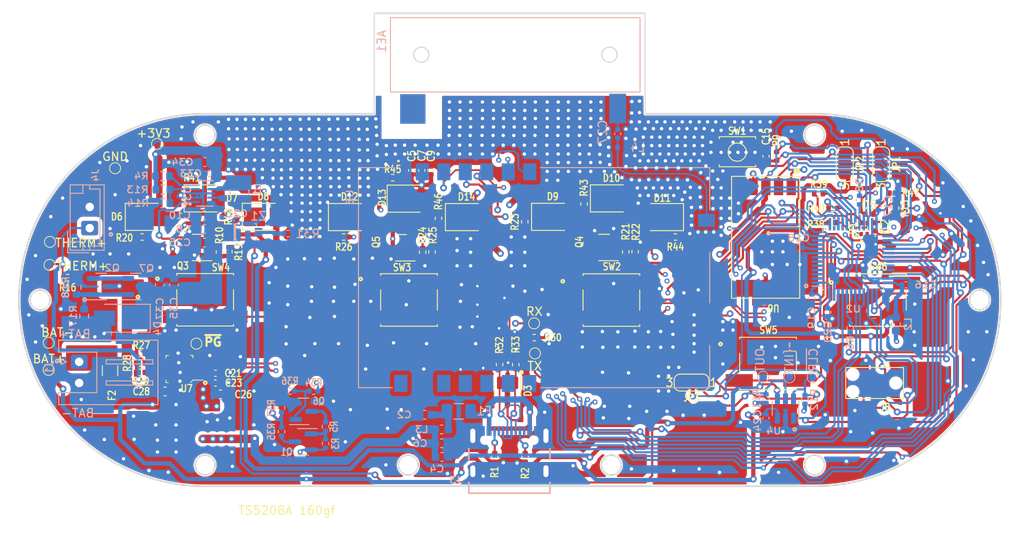
<source format=kicad_pcb>
(kicad_pcb (version 20221018) (generator pcbnew)
  (layers (0 "F.Cu" signal) (1 "In1.Cu" signal) (2 "In2.Cu" signal) (31 "B.Cu" signal) (34 "B.Paste" user) (35 "F.Paste" user) (36 "B.SilkS" user "B.Silkscreen") (37 "F.SilkS" user "F.Silkscreen") (38 "B.Mask" user) (39 "F.Mask" user) (44 "Edge.Cuts" user))
  (net 0 "")
  (net 1 "+BATT")
  (net 2 "GND")
  (net 3 "+3V3")
  (net 4 "/STM32F103C8_MCU/xtal_in")
  (net 5 "/STM32F103C8_MCU/xtal_out")
  (net 6 "/STM32F103C8_MCU/xtal_1")
  (net 7 "/STM32F103C8_MCU/xtal_2")
  (net 8 "/STM32F103C8_MCU/3v3_stm")
  (net 9 "+5V")
  (net 10 "Net-(AE1-A)")
  (net 12 "Net-(C2-Pad1)")
  (net 13 "VBUS")
  (net 14 "Net-(U5-ANT)")
  (net 15 "/D+")
  (net 16 "/D-")
  (net 17 "/STM32F103C8_MCU/RGB_B")
  (net 18 "/STM32F103C8_MCU/RGB_R")
  (net 19 "/STM32F103C8_MCU/RGB_G")
  (net 20 "/THERMISTOR")
  (net 21 "/STM32F103C8_MCU/swdio")
  (net 22 "/STM32F103C8_MCU/swdclk")
  (net 23 "Net-(D2-A)")
  (net 24 "Net-(D6-K)")
  (net 25 "Net-(D10-K)")
  (net 26 "Net-(D12-K)")
  (net 27 "Net-(J1-Pin_1)")
  (net 28 "Net-(J3-CC1)")
  (net 29 "Net-(R31-Pad1)")
  (net 30 "Net-(D3-K-Pad1)")
  (net 32 "/STM32F103C8_MCU/BOOT0")
  (net 33 "/STM32F103C8_MCU/BOOT1")
  (net 34 "/LEDS_W_DRIVERS/INPUT")
  (net 35 "Net-(J3-CC2)")
  (net 36 "/LEDS_W_DRIVERS1/INPUT")
  (net 37 "/LEDS_W_DRIVERS2/INPUT")
  (net 39 "Net-(JP1-C)")
  (net 40 "Net-(JP2-C)")
  (net 41 "Net-(JP3-A)")
  (net 42 "Net-(U3-L1)")
  (net 43 "/STM32F103C8_MCU/TX1")
  (net 44 "/STM32F103C8_MCU/RX1")
  (net 45 "Net-(U3-L2)")
  (net 46 "Net-(Q2-G)")
  (net 47 "Net-(Q2-S)")
  (net 48 "Net-(Q3-G)")
  (net 49 "Net-(Q3-D)")
  (net 50 "Net-(Q4-G)")
  (net 51 "Net-(Q4-D)")
  (net 52 "Net-(Q5-G)")
  (net 53 "Net-(Q5-D)")
  (net 54 "/STM32F103C8_MCU/PB3")
  (net 55 "/STM32F103C8_MCU/PB4")
  (net 56 "/aux")
  (net 57 "Net-(U3-PG)")
  (net 58 "Net-(U3-FB)")
  (net 59 "/POWERPATH_MANAGER_V3/TO_SYSTEM")
  (net 60 "Net-(U7-PROG)")
  (net 61 "Net-(U7-THERM)")
  (net 62 "/STM32F103C8_MCU/PB1")
  (net 63 "/SUPERVISOR_CHIP_SMART_BUTTON_MAX16150/OUTPUT_SIG_ACTIVE_HIGH")
  (net 64 "Net-(U2-PA4)")
  (net 65 "Net-(U2-PA3)")
  (net 66 "Net-(U2-PA2)")
  (net 67 "Net-(U2-PA1)")
  (net 68 "Net-(U7-~{PG}(~{TE}))")
  (net 69 "Net-(D2-K)")
  (net 70 "/STM32F103C8_MCU/RESET")
  (net 71 "Net-(U2-PB10)")
  (net 72 "Net-(D5-K)")
  (net 73 "Net-(U2-PB11)")
  (net 74 "Net-(U2-PB12)")
  (net 75 "Net-(U2-PB13)")
  (net 76 "Net-(U2-PB14)")
  (net 77 "Net-(U2-PB15)")
  (net 78 "Net-(U2-PA15)")
  (net 79 "Net-(U2-PB9)")
  (net 80 "/SUPERVISOR_CHIP_SMART_BUTTON_MAX16150/INT_SIG_ACTIVE_LOW")
  (net 81 "/STM32F103C8_MCU/BTN_~{CLR}")
  (net 88 "Net-(D3-K-Pad2)")
  (net 89 "Net-(D5-A)")
  (net 90 "Net-(D7-K)")
  (net 91 "Net-(D8-K)")
  (net 92 "Net-(D9-K)")
  (net 93 "Net-(D11-K)")
  (net 94 "Net-(D13-K)")
  (net 95 "Net-(D14-K)")
  (net 96 "Net-(Q1-G)")
  (net 97 "Net-(Q1-D)")
  (net 98 "Net-(Q6-G)")
  (net 99 "Net-(Q6-D)")
  (net 100 "/bat_sense_en")
  (net 101 "/BATTERY_VOLTAGE")
  (net 103 "Net-(D1-RK)")
  (net 104 "Net-(D1-BK)")
  (net 105 "Net-(D1-GK)")
  (footprint "LED_SMD:LED_0402_1005Metric" (layer "F.Cu") (at 151.4 58.8 90)
    (fp_text reference "D2")
    (fp_text value "LED_red")
  )
  (footprint "brilliant-kicad-library:TestPoint_Pad_D0.9mm" (layer "F.Cu") (at 111.1 70.2)
    (fp_text reference "TP7")
    (fp_text value "TestPoint")
  )
  (footprint "Resistor_SMD:R_0402_1005Metric" (layer "F.Cu") (at 153.6 54.8 180)
    (fp_text reference "R47")
    (fp_text value "1K")
  )
  (footprint "Resistor_SMD:R_0402_1005Metric" (layer "F.Cu") (at 117 56.09 -90)
    (fp_text reference "R43")
    (fp_text value "20R")
  )
  (footprint "Resistor_SMD:R_0402_1005Metric" (layer "F.Cu") (at 111.12 71.89 180)
    (fp_text reference "R30")
    (fp_text value "1.5K")
  )
  (footprint "Capacitor_SMD:C_0603_1608Metric" (layer "F.Cu") (at 74.05 78.6)
    (fp_text reference "C26")
    (fp_text value "1u")
  )
  (footprint "Capacitor_SMD:C_0402_1005Metric" (layer "F.Cu") (at 138.5 50.465 90)
    (fp_text reference "C15")
    (fp_text value "100n")
  )
  (footprint "Resistor_SMD:R_0402_1005Metric" (layer "F.Cu") (at 106.45 86.05 -90)
    (fp_text reference "R1")
    (fp_text value "5.1K")
  )
  (footprint "Resistor_SMD:R_0402_1005Metric" (layer "F.Cu") (at 153.8 56.6 90)
    (fp_text reference "R15")
    (fp_text value "1K")
  )
  (footprint "Button_Switch_SMD:SW_SPST_EVQQ2" (layer "F.Cu") (at 72.24 67.42)
    (fp_text reference "SW4")
    (fp_text value "RED")
  )
  (footprint "Resistor_SMD:R_0402_1005Metric" (layer "F.Cu") (at 88.6 60)
    (fp_text reference "R26")
    (fp_text value "20R")
  )
  (footprint "Resistor_SMD:R_0402_1005Metric" (layer "F.Cu") (at 110 58.2 -90)
    (fp_text reference "R23")
    (fp_text value "20R")
  )
  (footprint "brilliant-kicad-library:TestPoint_Pad_D0.9mm" (layer "F.Cu") (at 66.55 49)
    (fp_text reference "TP4")
    (fp_text value "TestPoint")
  )
  (footprint "brilliant-kicad-library:TestPoint_Pad_D0.9mm" (layer "F.Cu") (at 53.85 63.3 180)
    (fp_text reference "TP1")
    (fp_text value "TestPoint")
  )
  (footprint "Package_TO_SOT_SMD:SOT-23" (layer "F.Cu") (at 119.37 61.24 180)
    (fp_text reference "Q4")
    (fp_text value "SK335N")
  )
  (footprint "brilliant-kicad-library:TestPoint_Pad_D0.9mm" (layer "F.Cu") (at 61.6 51.875)
    (fp_text reference "TP12")
    (fp_text value "TestPoint")
  )
  (footprint "Capacitor_SMD:C_0603_1608Metric" (layer "F.Cu") (at 67.5 78.25)
    (fp_text reference "C28")
    (fp_text value "10u")
  )
  (footprint "Capacitor_SMD:C_0402_1005Metric" (layer "F.Cu") (at 96.629 52.13 90)
    (fp_text reference "C5")
    (fp_text value "100n")
  )
  (footprint "Resistor_SMD:R_0402_1005Metric" (layer "F.Cu") (at 56 64.8 180)
    (fp_text reference "R16")
    (fp_text value "10K")
  )
  (footprint "Jumper:SolderJumper-3_P1.3mm_Open_RoundedPad1.0x1.5mm_NumberLabels" (layer "F.Cu") (at 152.1 51.4 -90)
    (fp_text reference "JP1")
    (fp_text value "BOOT0")
  )
  (footprint "Resistor_SMD:R_0402_1005Metric" (layer "F.Cu") (at 146.4 56.6)
    (fp_text reference "R40")
    (fp_text value "499R")
  )
  (footprint "Button_Switch_SMD:SW_SPST_EVQQ2" (layer "F.Cu") (at 151.72 67.45)
    (fp_text reference "SW6")
    (fp_text value "GREEN")
  )
  (footprint "Resistor_SMD:R_0402_1005Metric" (layer "F.Cu") (at 64.8 60)
    (fp_text reference "R20")
    (fp_text value "20R")
  )
  (footprint "Resistor_SMD:R_0402_1005Metric" (layer "F.Cu") (at 99.04 61.76 -90)
    (fp_text reference "R25")
    (fp_text value "10K")
  )
  (footprint "Capacitor_SMD:C_0402_1005Metric" (layer "F.Cu") (at 98.929 52.13 90)
    (fp_text reference "C9")
    (fp_text value "10u")
  )
  (footprint "brilliant-kicad-library:TestPoint_Pad_D0.9mm" (layer "F.Cu") (at 71.2 72.6)
    (fp_text reference "TP10" hide)
    (fp_text value "TestPoint")
  )
  (footprint "Resistor_SMD:R_0402_1005Metric" (layer "F.Cu") (at 64.59 73.75 180)
    (fp_text reference "R27")
    (fp_text value "1K")
  )
  (footprint "Resistor_SMD:R_0402_1005Metric" (layer "F.Cu") (at 123.04 61.73 -90)
    (fp_text reference "R22")
    (fp_text value "10K")
  )
  (footprint "Jumper:SolderJumper-3_P1.3mm_Open_RoundedPad1.0x1.5mm_NumberLabels" (layer "F.Cu") (at 147.8 51.4 -90)
    (fp_text reference "JP2")
    (fp_text value "BOOT1")
  )
  (footprint "Package_TO_SOT_SMD:SOT-23" (layer "F.Cu") (at 107.97 78.17 -90)
    (fp_text reference "D3")
    (fp_text value "TPSP0502BAHTG")
  )
  (footprint "LED_SMD:LED_PLCC_2835_Handsoldering" (layer "F.Cu") (at 96.25 55.47)
    (fp_text reference "D13")
    (fp_text value "LED")
  )
  (footprint "Package_TO_SOT_SMD:SOT-23" (layer "F.Cu") (at 95.37 61.27 180)
    (fp_text reference "Q5")
    (fp_text value "SK335N")
  )
  (footprint "brilliant-kicad-library:TestPoint_Pad_D0.9mm" (layer "F.Cu") (at 53.75 75.7 180)
    (fp_text reference "TP3")
    (fp_text value "TestPoint")
  )
  (footprint "Resistor_SMD:R_0402_1005Metric" (layer "F.Cu") (at 127.8 60 180)
    (fp_text reference "R44")
    (fp_text value "20R")
  )
  (footprint "Resistor_SMD:R_0402_1005Metric" (layer "F.Cu") (at 144.7 54.9 180)
    (fp_text reference "R39")
    (fp_text value "499R")
  )
  (footprint "LED_SMD:LED_PLCC_2835_Handsoldering" (layer "F.Cu") (at 79.12 57.62)
    (fp_text reference "D8")
    (fp_text value "LED")
  )
  (footprint "LED_SMD:LED_PLCC_2835_Handsoldering" (layer "F.Cu") (at 72.25 55.44)
    (fp_text reference "D7")
    (fp_text value "LED")
  )
  (footprint "Button_Switch_SMD:SW_SPST_EVQQ2" (layer "F.Cu") (at 138.74 74.95)
    (fp_text reference "SW5")
    (fp_text value "CHANNEL")
  )
  (footprint "Package_TO_SOT_SMD:SOT-23" (layer "F.Cu") (at 71.37 61.24 180)
    (fp_text reference "Q3")
    (fp_text value "SK335N")
  )
  (footprint "LED_SMD:LED_PLCC_2835_Handsoldering" (layer "F.Cu") (at 126.25 57.65 180)
    (fp_text reference "D11")
    (fp_text value "LED")
  )
  (footprint "LED_SMD:LED_PLCC_2835_Handsoldering" (layer "F.Cu") (at 89.3 57.65)
    (fp_text reference "D12")
    (fp_text value "LED")
  )
  (footprint "LED_SMD:LED_0402_1005Metric" (layer "F.Cu") (at 150.7 57.3)
    (fp_text reference "D5")
    (fp_text value "LED_blue")
  )
  (footprint "Resistor_SMD:R_0402_1005Metric" (layer "F.Cu") (at 64.59 74.9 180)
    (fp_text reference "R28")
    (fp_text value "69.8K")
  )
  (footprint "LED_SMD:LED_PLCC_2835_Handsoldering" (layer "F.Cu") (at 120.25 55.44)
    (fp_text reference "D10")
    (fp_text value "LED")
  )
  (footprint "Resistor_SMD:R_0402_1005Metric" (layer "F.Cu") (at 139.75 50.465 -90)
    (fp_text reference "R9")
    (fp_text value "10K")
  )
  (footprint "greencharge-footprints:SEGMENT-SLS0281FR1A1GD" (layer "F.Cu") (at 141.48 54.06 180)
    (fp_text reference "U6")
    (fp_text value "SM420561N")
  )
  (footprint "Resistor_SMD:R_0402_1005Metric" (layer "F.Cu") (at 121.93 61.77 -90)
    (fp_text reference "R21")
    (fp_text value "1K")
  )
  (footprint "Resistor_SMD:R_0402_1005Metric" (layer "F.Cu") (at 99.8 57.8 -90)
    (fp_text reference "R46")
    (fp_text value "20R")
  )
  (footprint "MACHADA_footprints:LED_APHF1608SEEQBDZGKC" (layer "F.Cu") (at 150.1 59 90)
    (fp_text reference "D1")
    (fp_text value "LED_ARBG")
  )
  (footprint "Fuse:Fuse_1206_3216Metric" (layer "F.Cu") (at 61 75.8 -90)
    (fp_text reference "F2")
    (fp_text value "ASMD1206-200")
  )
  (footprint "Resistor_SMD:R_0402_1005Metric" (layer "F.Cu") (at 75.04 61.73 -90)
    (fp_text reference "R19")
    (fp_text value "10K")
  )
  (footprint "Capacitor_SMD:C_0402_1005Metric" (layer "F.Cu") (at 73.45 76.1)
    (fp_text reference "C21")
    (fp_text value "100n")
  )
  (footprint "Resistor_SMD:R_0402_1005Metric" (layer "F.Cu") (at 94.4 53 180)
    (fp_text reference "R45")
    (fp_text value "20R")
  )
  (footprint "Capacitor_SMD:C_0402_1005Metric" (layer "F.Cu") (at 73.45 77.25)
    (fp_text reference "C23")
    (fp_text value "100n")
  )
  (footprint "Resistor_SMD:R_0402_1005Metric" (layer "F.Cu") (at 110.05 86.05 -90)
    (fp_text reference "R2")
    (fp_text value "5.1K")
  )
  (footprint "brilliant-kicad-library:TestPoint_Pad_D0.9mm" (layer "F.Cu") (at 53.75 72.5 180)
    (fp_text reference "TP11")
    (fp_text value "TestPoint")
  )
  (footprint "Button_Switch_SMD:SW_SPST_EVQQ2" (layer "F.Cu") (at 120.23 67.45)
    (fp_text reference "SW2")
    (fp_text value "GREEN")
  )
  (footprint "Capacitor_SMD:C_0402_1005Metric" (layer "F.Cu") (at 97.829 52.13 90)
    (fp_text reference "C7")
    (fp_text value "100n")
  )
  (footprint "Resistor_SMD:R_0402_1005Metric" (layer "F.Cu") (at 73.93 61.77 -90)
    (fp_text reference "R10")
    (fp_text value "1K")
  )
  (footprint "Resistor_SMD:R_0402_1005Metric" (layer "F.Cu") (at 108.93 75.08 90)
    (fp_text reference "R33")
    (fp_text value "20R")
  )
  (footprint "Resistor_SMD:R_0402_1005Metric" (layer "F.Cu") (at 72.69 53)
    (fp_text reference "R41")
    (fp_text value "20R")
  )
  (footprint "Resistor_SMD:R_0402_1005Metric" (layer "F.Cu") (at 64.59 76 180)
    (fp_text reference "R29")
    (fp_text value "1.54K")
  )
  (footprint "LED_SMD:LED_PLCC_2835_Handsoldering" (layer "F.Cu") (at 65.3 57.62)
    (fp_text reference "D6")
    (fp_text value "LED")
  )
  (footprint "LED_SMD:LED_PLCC_2835_Handsoldering" (layer "F.Cu") (at 113.3 57.62)
    (fp_text reference "D9")
    (fp_text value "LED")
  )
  (footprint "Resistor_SMD:R_0402_1005Metric" (layer "F.Cu") (at 107.02 75.08 90)
    (fp_text reference "R32")
    (fp_text value "20R")
  )
  (footprint "brilliant-kicad-library:TestPoint_Pad_D0.9mm" (layer "F.Cu") (at 53.9 60.575 180)
    (fp_text reference "TP2")
    (fp_text value "TestPoint")
  )
  (footprint "brilliant-kicad-library:TestPoint_Pad_D0.9mm" (layer "F.Cu") (at 111.2 73.75)
    (fp_text reference "TP6")
    (fp_text value "TestPoint")
  )
  (footprint "Resistor_SMD:R_0402_1005Metric" (layer "F.Cu") (at 146.4 58.3)
    (fp_text reference "R38")
    (fp_text value "499R")
  )
  (footprint "LED_SMD:LED_PLCC_2835_Handsoldering" (layer "F.Cu") (at 103.12 57.65)
    (fp_text reference "D14")
    (fp_text value "LED")
  )
  (footprint "Jumper:SolderJumper-3_P1.3mm_Open_RoundedPad1.0x1.5mm_NumberLabels" (layer "F.Cu") (at 129.7 77.2 180)
    (fp_text reference "JP3")
    (fp_text value "SolderJumper_3_Open")
  )
  (footprint "Resistor_SMD:R_0402_1005Metric" (layer "F.Cu") (at 76 57.2 -90)
    (fp_text reference "R42")
    (fp_text value "20R")
  )
  (footprint "digikey-footprints:MSOP-10_W3mm" (layer "F.Cu") (at 69.2 75.6 90)
    (fp_text reference "U7")
    (fp_text value "MCP73833-AMI_UN")
  )
  (footprint "greencharge-footprints:SKRPACE010" (layer "F.Cu") (at 135.125 50)
    (fp_text reference "SW1")
    (fp_text value "reset")
  )
  (footprint "Button_Switch_SMD:SW_SPST_EVQQ2" (layer "F.Cu") (at 96.32 67.44)
    (fp_text reference "SW3")
    (fp_text value "YELLOW")
  )
  (footprint "Resistor_SMD:R_0402_1005Metric" (layer "F.Cu") (at 97.93 61.8 -90)
    (fp_text reference "R24")
    (fp_text value "1K")
  )
  (footprint "greencharge-footprints:J-LINK_6-PIN_NEEDLE_ADAPTER" (layer "F.Cu") (at 151.3 77.25 180)
    (fp_text reference "J8")
    (fp_text value "Conn_01x06")
  )
  (footprint "Resistor_SMD:R_0402_1005Metric" (layer "B.Cu") (at 81.2625 83 90)
    (fp_text reference "R35")
    (fp_text value "2.7K")
  )
  (footprint "Resistor_SMD:R_0402_1005Metric" (layer "B.Cu") (at 86.4625 82.4 90)
    (fp_text reference "R5")
    (fp_text value "1K")
  )
  (footprint "Capacitor_SMD:C_0603_1608Metric" (layer "B.Cu") (at 72.2 51.15 180)
    (fp_text reference "C34")
    (fp_text value "22u")
  )
  (footprint "Capacitor_SMD:C_0402_1005Metric" (layer "B.Cu") (at 142.375 61.275 180)
    (fp_text reference "C18")
    (fp_text value "100n")
  )
  (footprint "Inductor_SMD:L_0603_1608Metric" (layer "B.Cu") (at 100.175 82.73625 180)
    (fp_text reference "L3")
    (fp_text value "L_Ferrite")
  )
  (footprint "Package_TO_SOT_SMD:SOT-23-6" (layer "B.Cu") (at 140.8 80.2625 90)
    (fp_text reference "U4")
    (fp_text value "MAX16150A")
  )
  (footprint "Package_QFP:LQFP-48_7x7mm_P0.5mm" (layer "B.Cu") (at 148.8 62.65)
    (fp_text reference "U2")
    (fp_text value "STM32F103C8Tx")
  )
  (footprint "Inductor_SMD:L_1008_2520Metric" (layer "B.Cu") (at 76.3 54.7 90)
    (fp_text reference "L1")
    (fp_text value "470n")
  )
  (footprint "Capacitor_SMD:C_0402_1005Metric" (layer "B.Cu") (at 151.75 56.35 90)
    (fp_text reference "C17")
    (fp_text value "100n")
  )
  (footprint "Connector_JST:JST_XH_S2B-XH-A_1x02_P2.50mm_Horizontal" (layer "B.Cu") (at 57.35 74.75 -90)
    (fp_text reference "J1")
    (fp_text value "Screw_Terminal_01x02")
  )
  (footprint "Resistor_SMD:R_0402_1005Metric" (layer "B.Cu") (at 149.55 55.64 -90)
    (fp_text reference "R8")
    (fp_text value "100K")
  )
  (footprint "Resistor_SMD:R_0402_1005Metric" (layer "B.Cu") (at 82.2625 78.2 180)
    (fp_text reference "R36")
    (fp_text value "10K")
  )
  (footprint "Diode_SMD:D_SMA" (layer "B.Cu") (at 62.35 69.6 180)
    (fp_text reference "D4")
    (fp_text value "D_Schottky")
  )
  (footprint "Capacitor_SMD:C_0402_1005Metric" (layer "B.Cu") (at 72.75 52.5 180)
    (fp_text reference "C33")
    (fp_text value "100n")
  )
  (footprint "Resistor_SMD:R_0402_1005Metric" (layer "B.Cu") (at 81.2625 80.2 90)
    (fp_text reference "R37")
    (fp_text value "10K")
  )
  (footprint "Capacitor_SMD:C_0603_1608Metric" (layer "B.Cu") (at 72.15 60.65 180)
    (fp_text reference "C25")
    (fp_text value "22u")
  )
  (footprint "Resistor_SMD:R_0402_1005Metric" (layer "B.Cu") (at 82.03 59.6)
    (fp_text reference "R31")
    (fp_text value "1K")
  )
  (footprint "greencharge-footprints:VREG_TPS63802DLAR" (layer "B.Cu") (at 72.2 54.85)
    (fp_text reference "U3")
    (fp_text value "TPS63802DLAR")
  )
  (footprint "Capacitor_SMD:C_0402_1005Metric" (layer "B.Cu") (at 138.5 81.4 -90)
    (fp_text reference "C24")
    (fp_text value "100n")
  )
  (footprint "Resistor_SMD:R_0603_1608Metric" (layer "B.Cu") (at 67.25 54.4)
    (fp_text reference "R13")
    (fp_text value "511K")
  )
  (footprint "Resistor_SMD:R_0402_1005Metric" (layer "B.Cu") (at 148.45 70.75 -90)
    (fp_text reference "R6")
    (fp_text value "100K")
  )
  (footprint "Capacitor_SMD:C_0402_1005Metric" (layer "B.Cu") (at 74.25 57.2 -90)
    (fp_text reference "C22")
    (fp_text value "100n")
  )
  (footprint "Capacitor_SMD:C_0603_1608Metric" (layer "B.Cu") (at 68.55 65.65 90)
    (fp_text reference "C35")
    (fp_text value "4.7u")
  )
  (footprint "Package_TO_SOT_SMD:SOT-23" (layer "B.Cu") (at 59.95 65.85)
    (fp_text reference "Q2")
    (fp_text value "DMP3056L-7")
  )
  (footprint "Resistor_SMD:R_0603_1608Metric" (layer "B.Cu") (at 67.2 52.8 180)
    (fp_text reference "R4")
    (fp_text value "10K")
  )
  (footprint "Capacitor_SMD:C_0603_1608Metric" (layer "B.Cu") (at 72.15 57.45 180)
    (fp_text reference "C10")
    (fp_text value "100n")
  )
  (footprint "Resistor_SMD:R_0402_1005Metric" (layer "B.Cu") (at 138.5 79.1 90)
    (fp_text reference "R11")
    (fp_text value "10K")
  )
  (footprint "Inductor_SMD:L_0603_1608Metric" (layer "B.Cu") (at 153.85 70.2875 90)
    (fp_text reference "L2")
    (fp_text value "L_Ferrite")
  )
  (footprint "Resistor_SMD:R_0603_1608Metric" (layer "B.Cu") (at 67.25 56 180)
    (fp_text reference "R14")
    (fp_text value "91K")
  )
  (footprint "Capacitor_SMD:C_0603_1608Metric" (layer "B.Cu") (at 100.225 85.97625)
    (fp_text reference "C4")
    (fp_text value "100n")
  )
  (footprint "Package_TO_SOT_SMD:SOT-23" (layer "B.Cu") (at 64.05 65.85)
    (fp_text reference "Q7")
    (fp_text value "DMP3056L-7")
  )
  (footprint "Resistor_SMD:R_0402_1005Metric" (layer "B.Cu") (at 85.0625 78.2)
    (fp_text reference "R34")
    (fp_text value "100R")
  )
  (footprint "Resistor_SMD:R_0402_1005Metric" (layer "B.Cu") (at 143.1 79.2 90)
    (fp_text reference "R12")
    (fp_text value "10K")
  )
  (footprint "Capacitor_SMD:C_0402_1005Metric" (layer "B.Cu") (at 145.8 68.9 -90)
    (fp_text reference "C20")
    (fp_text value "100n")
  )
  (footprint "Capacitor_SMD:C_0603_1608Metric" (layer "B.Cu") (at 100.175 84.37625)
    (fp_text reference "C6")
    (fp_text value "4.7u")
  )
  (footprint "greencharge-footprints:MC-311D_USB_C_2.0_12PIN" (layer "B.Cu") (at 108.18 87.67 180)
    (fp_text reference "J3")
    (fp_text value "USB_C_Receptacle_USB2.0")
  )
  (footprint "Capacitor_SMD:C_0402_1005Metric" (layer "B.Cu") (at 143.9 67.25 -90)
    (fp_text reference "C19")
    (fp_text value "100n")
  )
  (footprint "Capacitor_SMD:C_0603_1608Metric" (layer "B.Cu") (at 98.2 81 180)
    (fp_text reference "C2")
    (fp_text value "4.7u")
  )
  (footprint "Resistor_SMD:R_0603_1608Metric" (layer "B.Cu") (at 57.05 65.95 90)
    (fp_text reference "R18")
    (fp_text value "10K")
  )
  (footprint "Capacitor_SMD:C_0603_1608Metric" (layer "B.Cu") (at 72.15 59.05 180)
    (fp_text reference "C8")
    (fp_text value "1u")
  )
  (footprint "Fuse:Fuse_1206_3216Metric" (layer "B.Cu") (at 102.2 80.6 180)
    (fp_text reference "F1")
    (fp_text value "ASMD1206-200")
  )
  (footprint "Resistor_SMD:R_0603_1608Metric" (layer "B.Cu") (at 57.95 69.35 90)
    (fp_text reference "R17")
    (fp_text value "1K")
  )
  (footprint "brilliant-kicad-library:TestPoint_Pad_D0.9mm" (layer "B.Cu") (at 144.01 76.5825 90)
    (fp_text reference "TP9")
    (fp_text value "TestPoint")
  )
  (footprint "Capacitor_SMD:C_0402_1005Metric" (layer "B.Cu") (at 120.975 47.8 90)
    (fp_text reference "C27")
    (fp_text value "3.6pF")
  )
  (footprint "greencharge-footprints:antenna-W3136" (layer "B.Cu") (at 121.875 44.825 180)
    (fp_text reference "AE1")
    (fp_text value "Antenna_Shield")
    (fp_circle (center 1.87 6.36) (end 2.77 6.36) (stroke (width 0.12)) (fill none) (layer "Edge.Cuts"))
    (fp_circle (center 24.1 6.36) (end 25 6.36) (stroke (width 0.12)) (fill none) (layer "Edge.Cuts"))
  )
  (footprint "Connector_JST:JST_EH_B2B-EH-A_1x02_P2.50mm_Vertical" (layer "B.Cu") (at 58.6 58.95 90)
    (fp_text reference "J4")
    (fp_text value "THERMISTOR")
  )
  (footprint "Inductor_SMD:L_0402_1005Metric" (layer "B.Cu") (at 121.44 49.39)
    (fp_text reference "L4")
    (fp_text value "8.2nF")
  )
  (footprint "Package_TO_SOT_SMD:SOT-23" (layer "B.Cu") (at 83.8 84.2 180)
    (fp_text reference "Q1")
    (fp_text value "IRLML5203TRPBF")
  )
  (footprint "brilliant-kicad-library:TestPoint_Pad_D0.9mm" (layer "B.Cu") (at 138.16 76.5325 90)
    (fp_text reference "TP5")
    (fp_text value "TestPoint")
  )
  (footprint "greencharge-footprints:LORA-E32-915T30S-SMD" (layer "B.Cu") (at 95.35 52.3 -90)
    (fp_text reference "U5")
    (fp_text value "LORA-E32-915T30S")
  )
  (footprint "Package_TO_SOT_SMD:SOT-23" (layer "B.Cu") (at 83.8625 80.6)
    (fp_text reference "Q6")
    (fp_text value "IRLML0100TRPBF")
  )
  (footprint "Capacitor_SMD:C_0603_1608Metric" (layer "B.Cu") (at 66.89 65.65 90)
    (fp_text reference "C37")
    (fp_text value "10u")
  )
  (footprint "Capacitor_SMD:C_0402_1005Metric" (layer "B.Cu") (at 155.05 65.65)
    (fp_text reference "C16")
    (fp_text value "100n")
  )
  (footprint "Resistor_SMD:R_0402_1005Metric" (layer "B.Cu") (at 86.4625 84.4 90)
    (fp_text reference "R3")
    (fp_text value "10K")
  )
  (footprint "brilliant-kicad-library:TestPoint_Pad_D0.9mm" (layer "B.Cu") (at 141.26 76.5825 90)
    (fp_text reference "TP8")
    (fp_text value "TestPoint")
  )
  (footprint "digikey-footprints:SOD-123" (layer "B.Cu") (at 76.975 59.4)
    (fp_text reference "Z1")
    (fp_text value "MMSZ5231B-7-F")
  )
  (gr_circle (center 143.25 65.78) (end 143.23 65.71) (stroke (width 0.15)) (fill none) (layer "B.SilkS"))
  (gr_circle (center 58 67.4) (end 57.8 67.4) (stroke (width 0.15)) (fill none) (layer "B.SilkS"))
  (gr_circle (center 69.92 56.05) (end 69.72 56.05) (stroke (width 0.15)) (fill none) (layer "B.SilkS"))
  (gr_circle (center 58 67.4) (end 57.98 67.33) (stroke (width 0.15)) (fill none) (layer "B.SilkS"))
  (gr_circle (center 61.1 59.69) (end 60.9 59.69) (stroke (width 0.15)) (fill none) (layer "B.SilkS"))
  (gr_circle (center 141.88 82.72) (end 141.86 82.65) (stroke (width 0.15)) (fill none) (layer "B.SilkS"))
  (gr_circle (center 138.8 59.56) (end 138.6 59.56) (stroke (width 0.15)) (fill none) (layer "B.SilkS"))
  (gr_circle (center 138.8 59.56) (end 138.78 59.49) (stroke (width 0.15)) (fill none) (layer "B.SilkS"))
  (gr_circle (center 54.74 74.66) (end 54.54 74.66) (stroke (width 0.15)) (fill none) (layer "B.SilkS"))
  (gr_circle (center 141.88 82.72) (end 141.68 82.72) (stroke (width 0.15)) (fill none) (layer "B.SilkS"))
  (gr_circle (center 61.1 59.69) (end 61.08 59.62) (stroke (width 0.15)) (fill none) (layer "B.SilkS"))
  (gr_circle (center 54.74 74.66) (end 54.72 74.59) (stroke (width 0.15)) (fill none) (layer "B.SilkS"))
  (gr_circle (center 143.25 65.78) (end 143.05 65.78) (stroke (width 0.15)) (fill none) (layer "B.SilkS"))
  (gr_circle (center 69.92 56.05) (end 69.9 55.98) (stroke (width 0.15)) (fill none) (layer "B.SilkS"))
  (gr_circle (center 64.29 67.09) (end 64.31 67.02) (stroke (width 0.15)) (fill none) (layer "F.SilkS"))
  (gr_circle (center 95.08 51.02) (end 95.11 50.94) (stroke (width 0.15)) (fill none) (layer "F.SilkS"))
  (gr_circle (center 66.6 64.92) (end 66.8 64.92) (stroke (width 0.15)) (fill none) (layer "F.SilkS"))
  (gr_circle (center 133.13 72.65) (end 133.33 72.65) (stroke (width 0.15)) (fill none) (layer "F.SilkS"))
  (gr_circle (center 109.6 76) (end 109.8 76) (stroke (width 0.15)) (fill none) (layer "F.SilkS"))
  (gr_circle (center 149.3 59.9) (end 149.5 59.9) (stroke (width 0.15)) (fill none) (layer "F.SilkS"))
  (gr_circle (center 72.25 77.23) (end 72.27 77.16) (stroke (width 0.15)) (fill none) (layer "F.SilkS"))
  (gr_circle (center 90.61 64.96) (end 90.63 64.89) (stroke (width 0.15)) (fill none) (layer "F.SilkS"))
  (gr_circle (center 64.29 67.09) (end 64.49 67.09) (stroke (width 0.15)) (fill none) (layer "F.SilkS"))
  (gr_circle (center 109.6 76) (end 109.62 75.93) (stroke (width 0.15)) (fill none) (layer "F.SilkS"))
  (gr_circle (center 114.49 65.23) (end 114.51 65.16) (stroke (width 0.15)) (fill none) (layer "F.SilkS"))
  (gr_circle (center 114.49 65.23) (end 114.69 65.23) (stroke (width 0.15)) (fill none) (layer "F.SilkS"))
  (gr_circle (center 66.6 64.92) (end 66.62 64.85) (stroke (width 0.15)) (fill none) (layer "F.SilkS"))
  (gr_circle (center 72.25 77.23) (end 72.45 77.23) (stroke (width 0.15)) (fill none) (layer "F.SilkS"))
  (gr_circle (center 149.3 59.9) (end 149.32 59.83) (stroke (width 0.15)) (fill none) (layer "F.SilkS"))
  (gr_circle (center 146.22 65.37) (end 146.42 65.37) (stroke (width 0.15)) (fill none) (layer "F.SilkS"))
  (gr_circle (center 146.22 65.37) (end 146.24 65.3) (stroke (width 0.15)) (fill none) (layer "F.SilkS"))
  (gr_circle (center 133.13 72.65) (end 133.15 72.58) (stroke (width 0.15)) (fill none) (layer "F.SilkS"))
  (gr_circle (center 90.61 64.96) (end 90.81 64.96) (stroke (width 0.15)) (fill none) (layer "F.SilkS"))
  (gr_arc (start 53.91 67.443) (mid 52.735 68.618) (end 51.56 67.443) (stroke (width 0.2)) (layer "Edge.Cuts"))
  (gr_line (start 72.235 45.443) (end 92.21 45.443) (stroke (width 0.2)) (layer "Edge.Cuts"))
  (gr_arc (start 162.56 67.443) (mid 163.735 66.268) (end 164.91 67.443) (stroke (width 0.2)) (layer "Edge.Cuts"))
  (gr_line (start 124.21 33.575) (end 124.21 45.443) (stroke (width 0.1)) (layer "Edge.Cuts"))
  (gr_arc (start 143.06 47.943) (mid 144.235 46.768) (end 145.41 47.943) (stroke (width 0.2)) (layer "Edge.Cuts"))
  (gr_arc (start 97.41 86.943) (mid 96.235 88.118) (end 95.06 86.943) (stroke (width 0.2)) (layer "Edge.Cuts"))
  (gr_line (start 92.21 45.443) (end 92.21 33.575) (stroke (width 0.1)) (layer "Edge.Cuts"))
  (gr_arc (start 121.41 86.943) (mid 120.235 88.118) (end 119.06 86.943) (stroke (width 0.2)) (layer "Edge.Cuts"))
  (gr_arc (start 71.06 86.943) (mid 72.235 85.768) (end 73.41 86.943) (stroke (width 0.2)) (layer "Edge.Cuts"))
  (gr_arc (start 73.41 47.943) (mid 72.235 49.118) (end 71.06 47.943) (stroke (width 0.2)) (layer "Edge.Cuts"))
  (gr_arc (start 73.41 86.943) (mid 72.235 88.118) (end 71.06 86.943) (stroke (width 0.2)) (layer "Edge.Cuts"))
  (gr_arc (start 144.235 45.443) (mid 166.235 67.443) (end 144.235 89.443) (stroke (width 0.2)) (layer "Edge.Cuts"))
  (gr_arc (start 145.41 86.943) (mid 144.235 88.118) (end 143.06 86.943) (stroke (width 0.2)) (layer "Edge.Cuts"))
  (gr_arc (start 143.06 86.943) (mid 144.235 85.768) (end 145.41 86.943) (stroke (width 0.2)) (layer "Edge.Cuts"))
  (gr_line (start 72.235 89.443) (end 144.235 89.443) (stroke (width 0.2)) (layer "Edge.Cuts"))
  (gr_arc (start 164.91 67.443) (mid 163.735 68.618) (end 162.56 67.443) (stroke (width 0.2)) (layer "Edge.Cuts"))
  (gr_arc (start 95.06 86.943) (mid 96.235 85.768) (end 97.41 86.943) (stroke (width 0.2)) (layer "Edge.Cuts"))
  (gr_arc (start 71.06 47.943) (mid 72.235 46.768) (end 73.41 47.943) (stroke (width 0.2)) (layer "Edge.Cuts"))
  (gr_arc (start 72.235 89.443) (mid 50.235 67.443) (end 72.235 45.443) (stroke (width 0.2)) (layer "Edge.Cuts"))
  (gr_arc (start 51.56 67.443) (mid 52.735 66.268) (end 53.91 67.443) (stroke (width 0.2)) (layer "Edge.Cuts"))
  (gr_line (start 124.21 45.443) (end 144.235 45.443) (stroke (width 0.2)) (layer "Edge.Cuts"))
  (gr_arc (start 119.06 86.943) (mid 120.235 85.768) (end 121.41 86.943) (stroke (width 0.2)) (layer "Edge.Cuts"))
  (gr_arc (start 145.41 47.943) (mid 144.235 49.118) (end 143.06 47.943) (stroke (width 0.2)) (layer "Edge.Cuts"))
  (gr_line (start 92.21 33.575) (end 124.21 33.575) (stroke (width 0.2)) (layer "Edge.Cuts"))
  (gr_text "~{INT" (at 141.25 74.27 90) (layer "B.SilkS") (effects (font (size 1 1)) (justify mirror)))
  (gr_text "OUT" (at 137.8 74.55 90) (layer "B.SilkS") (effects (font (size 1 1)) (justify mirror)))
  (gr_text "BAT+" (at 56.78 71.48) (layer "B.SilkS") (effects (font (size 1 1)) (justify mirror)))
  (gr_text "~{CLR}" (at 144.1 74.525 90) (layer "B.SilkS") (effects (font (size 1 1)) (justify mirror)))
  (gr_text "BAT-\n" (at 57.2 80.8) (layer "B.SilkS") (effects (font (size 1 1)) (justify mirror)))
  (gr_text "BAT-\n" (at 54.8 71.275) (layer "F.SilkS") (effects (font (size 1 1))))
  (gr_text "TX" (at 111.18 75.24) (layer "F.SilkS") (effects (font (size 1 1))))
  (gr_text "+3V3" (at 66.15 47.75) (layer "F.SilkS") (effects (font (size 1 1))))
  (gr_text "THERM+" (at 57.75 63.425) (layer "F.SilkS") (effects (font (size 1 1))))
  (gr_text "TS5208A 160gf" (at 81.9 92.3) (layer "F.SilkS") (effects (font (size 1 1))))
  (gr_text "BAT+" (at 53.8 74.4) (layer "F.SilkS") (effects (font (size 1 1))))
  (gr_text "~{PG}" (at 72 73) (layer "F.SilkS") (effects (font (size 1 1) (thickness 0.25) bold) (justify left bottom)))
  (gr_text "GND" (at 61.6 50.5) (layer "F.SilkS") (effects (font (size 1 1))))
  (gr_text "RX" (at 111.13 68.81) (layer "F.SilkS") (effects (font (size 1 1))))
  (gr_text "THERM+" (at 57.575 60.7) (layer "F.SilkS") (effects (font (size 1 1))))
  (segment (start 66 78.6) (end 66.02 78.62) (width 0.75) (layer "F.Cu") (net 1))
  (segment (start 102.50054 86.64946) (end 102.98 86.17) (width 0.5) (layer "F.Cu") (net 1))
  (segment (start 63.8 66) (end 63.8 69) (width 0.5) (layer "F.Cu") (net 1))
  (segment (start 111.9 86) (end 116.26172 86) (width 0.5) (layer "F.Cu") (net 1))
  (segment (start 110.32 87.58) (end 111.9 86) (width 0.5) (layer "F.Cu") (net 1))
  (segment (start 62.64 70.16) (end 62.64 76.16) (width 0.5) (layer "F.Cu") (net 1))
  (segment (start 104.203503 86.17) (end 105.613503 87.58) (width 0.5) (layer "F.Cu") (net 1))
  (segment (start 116.26172 86) (end 117.006115 86.744395) (width 0.5) (layer "F.Cu") (net 1))
  (segment (start 62.64 76.16) (end 61.6 77.2) (width 0.5) (layer "F.Cu") (net 1))
  (segment (start 61.6 77.2) (end 61 77.2) (width 0.5) (layer "F.Cu") (net 1))
  (segment (start 62.1 65.8) (end 63.6 65.8) (width 0.5) (layer "F.Cu") (net 1))
  (segment (start 63.6 65.8) (end 63.8 66) (width 0.5) (layer "F.Cu") (net 1))
  (segment (start 54.5 77) (end 55.45 77.95) (width 0.5) (layer "F.Cu") (net 1))
  (segment (start 53.75 75.7) (end 54.5 76.45) (width 0.5) (layer "F.Cu") (net 1))
  (segment (start 102.50054 87.825674) (end 102.50054 86.64946) (width 0.5) (layer "F.Cu") (net 1))
  (segment (start 137 81.6) (end 137 88.6) (width 0.5) (layer "F.Cu") (net 1))
  (segment (start 63.8 69) (end 62.64 70.16) (width 0.5) (layer "F.Cu") (net 1))
  (segment (start 105.613503 87.58) (end 110.32 87.58) (width 0.5) (layer "F.Cu") (net 1))
  (segment (start 102.98 86.17) (end 104.203503 86.17) (width 0.5) (layer "F.Cu") (net 1))
  (segment (start 66.02 78.62) (end 66.02 79.79) (width 0.75) (layer "F.Cu") (net 1))
  (segment (start 66.725 78.25) (end 66.35 78.25) (width 0.75) (layer "F.Cu") (net 1))
  (segment (start 67 76.1) (end 67 76.6) (width 0.254) (layer "F.Cu") (net 1))
  (segment (start 54.5 76.45) (end 54.5 77) (width 0.5) (layer "F.Cu") (net 1))
  (segment (start 136.4 81) (end 137 81.6) (width 0.5) (layer "F.Cu") (net 1))
  (segment (start 66.35 78.25) (end 66 78.6) (width 0.75) (layer "F.Cu") (net 1))
  (via (at 55.45 77.95) (size 0.8) (drill 0.4) (layers "F.Cu" "B.Cu") (net 1))
  (via (at 136.4 81) (size 0.8) (drill 0.4) (layers "F.Cu" "B.Cu") (net 1))
  (via (at 66.02 79.79) (size 0.8) (drill 0.4) (layers "F.Cu" "B.Cu") (net 1))
  (via (at 84.2 88.6) (size 0.6) (drill 0.3) (layers "F.Cu" "B.Cu") (net 1))
  (via (at 62.1 65.8) (size 0.8) (drill 0.4) (layers "F.Cu" "B.Cu") (net 1))
  (via (at 83.4625 85.4) (size 0.6) (drill 0.3) (layers "F.Cu" "B.Cu") (net 1))
  (via (at 117.006115 86.744395) (size 0.8) (drill 0.4) (layers "F.Cu" "B.Cu") (net 1))
  (via (at 102.50054 87.825674) (size 0.8) (drill 0.4) (layers "F.Cu" "B.Cu") (net 1))
  (via (at 137 88.6) (size 0.8) (drill 0.4) (layers "F.Cu" "B.Cu") (net 1))
  (segment (start 139.85 81.4) (end 139.85 80.55) (width 0.254) (layer "B.Cu") (net 1))
  (segment (start 102.50054 87.825674) (end 102.409975 87.916239) (width 0.5) (layer "B.Cu") (net 1))
  (segment (start 101.43995 88.95) (end 91.947918 88.95) (width 0.5) (layer "B.Cu") (net 1))
  (segment (start 139.6 80.3) (end 138.7 80.3) (width 0.254) (layer "B.Cu") (net 1))
  (segment (start 139.85 80.55) (end 139.6 80.3) (width 0.254) (layer "B.Cu") (net 1))
  (segment (start 118.46 88.71) (end 136.89 88.71) (width 0.5) (layer "B.Cu") (net 1))
  (segment (start 62.05 65.85) (end 62.1 65.8) (width 0.5) (layer "B.Cu") (net 1))
  (segment (start 91.597918 88.6) (end 69.877082 88.6) (width 0.5) (layer "B.Cu") (net 1))
  (segment (start 117.006115 86.744395) (end 117.006115 87.256115) (width 0.5) (layer "B.Cu") (net 1))
  (segment (start 91.947918 88.95) (end 91.597918 88.6) (width 0.5) (layer "B.Cu") (net 1))
  (segment (start 102.409975 87.916239) (end 102.409975 87.979975) (width 0.5) (layer "B.Cu") (net 1))
  (segment (start 138.5 80.92) (end 136.48 80.92) (width 0.254) (layer "B.Cu") (net 1))
  (segment (start 86.2225 85.15) (end 86.4625 84.91) (width 0.254) (layer "B.Cu") (net 1))
  (segment (start 57 81.6) (end 55.45 80.05) (width 0.5) (layer "B.Cu") (net 1))
  (segment (start 65.05 86.75) (end 62.2 83.9) (width 0.5) (layer "B.Cu") (net 1))
  (segment (start 62.2 81.6) (end 57 81.6) (width 0.5) (layer "B.Cu") (net 1))
  (segment (start 68.027082 86.75) (end 65.05 86.75) (width 0.5) (layer "B.Cu") (net 1))
  (segment (start 138.7 80.3) (end 138.5 80.5) (width 0.254) (layer "B.Cu") (net 1))
  (segment (start 62.2 81.6) (end 62.2 80.2) (width 0.5) (layer "B.Cu") (net 1))
  (segment (start 102.409975 87.979975) (end 101.43995 88.95) (width 0.5) (layer "B.Cu") (net 1))
  (segment (start 62.2 83.9) (end 62.2 81.6) (width 0.5) (layer "B.Cu") (net 1))
  (segment (start 84.7375 85.15) (end 86.2225 85.15) (width 0.254) (layer "B.Cu") (net 1))
  (segment (start 83.7125 85.15) (end 83.4625 85.4) (width 0.254) (layer "B.Cu") (net 1))
  (segment (start 62.61 79.79) (end 66.02 79.79) (width 0.5) (layer "B.Cu") (net 1))
  (segment (start 136.48 80.92) (end 136.4 81) (width 0.254) (layer "B.Cu") (net 1))
  (segment (start 60.8875 65.85) (end 62.05 65.85) (width 0.5) (layer "B.Cu") (net 1))
  (segment (start 84.7375 85.15) (end 83.7125 85.15) (width 0.254) (layer "B.Cu") (net 1))
  (segment (start 138.5 80.5) (end 138.5 80.92) (width 0.254) (layer "B.Cu") (net 1))
  (segment (start 136.89 88.71) (end 137 88.6) (width 0.5) (layer "B.Cu") (net 1))
  (segment (start 117.006115 87.256115) (end 118.46 88.71) (width 0.5) (layer "B.Cu") (net 1))
  (segment (start 55.45 80.05) (end 55.45 77.95) (width 0.5) (layer "B.Cu") (net 1))
  (segment (start 69.877082 88.6) (end 68.027082 86.75) (width 0.5) (layer "B.Cu") (net 1))
  (segment (start 62.2 80.2) (end 62.61 79.79) (width 0.5) (layer "B.Cu") (net 1))
  (segment (start 107.99 81.183) (end 108.4445 81.6375) (width 0.254) (layer "F.Cu") (net 2))
  (segment (start 120.3075 60.29) (end 120.3075 59.1925) (width 0.5) (layer "F.Cu") (net 2))
  (segment (start 146.654 62.126454) (end 147.113873 61.666581) (width 0.254) (layer "F.Cu") (net 2))
  (segment (start 146.075 71) (end 146.104 71) (width 0.254) (layer "F.Cu") (net 2))
  (segment (start 147.8 49.4) (end 147.8 50.1) (width 0.254) (layer "F.Cu") (net 2))
  (segment (start 108.4445 81.6375) (end 109.2125 81.6375) (width 0.254) (layer "F.Cu") (net 2))
  (segment (start 97 59.8) (end 98.55 59.8) (width 0.2) (layer "F.Cu") (net 2))
  (segment (start 65.1 74.9) (end 65.1 74.77) (width 0.254) (layer "F.Cu") (net 2))
  (segment (start 72.190403 74.6) (end 71.4 74.6) (width 0.254) (layer "F.Cu") (net 2))
  (segment (start 75.1 76.1) (end 75.2 76) (width 0.254) (layer "F.Cu") (net 2))
  (segment (start 146.654 63.7275) (end 146.654 62.126454) (width 0.254) (layer "F.Cu") (net 2))
  (segment (start 75.15 81.39) (end 74.825 81.065) (width 0.254) (layer "F.Cu") (net 2))
  (segment (start 72.071 60.5265) (end 72.3075 60.29) (width 0.254) (layer "F.Cu") (net 2))
  (segment (start 150.875 48.3) (end 148.9 48.3) (width 0.254) (layer "F.Cu") (net 2))
  (segment (start 148.32 69.45) (end 150.25 69.45) (width 0.254) (layer "F.Cu") (net 2))
  (segment (start 64.45 71.28) (end 67.29 71.28) (width 0.25) (layer "F.Cu") (net 2))
  (segment (start 73.93 77.25) (end 74.95 77.25) (width 0.254) (layer "F.Cu") (net 2))
  (segment (start 146.104 69.8695) (end 146.3235 69.65) (width 0.254) (layer "F.Cu") (net 2))
  (segment (start 152.1 49.525) (end 150.875 48.3) (width 0.254) (layer "F.Cu") (net 2))
  (segment (start 96.629 51.65) (end 98.929 51.65) (width 0.5) (layer "F.Cu") (net 2))
  (segment (start 64.08 71.65) (end 64.45 71.28) (width 0.25) (layer "F.Cu") (net 2))
  (segment (start 109.2125 81.6375) (end 109.67 81.18) (width 0.254) (layer "F.Cu") (net 2))
  (segment (start 109.93 79.53) (end 111.67 79.53) (width 0.254) (layer "F.Cu") (net 2))
  (segment (start 74.95 77.25) (end 75 77.2) (width 0.254) (layer "F.Cu") (net 2))
  (segment (start 67.29 71.28) (end 67.48 71.09) (width 0.25) (layer "F.Cu") (net 2))
  (segment (start 111.67 79.53) (end 112.35 80.21) (width 0.254) (layer "F.Cu") (net 2))
  (segment (start 150.3305 69.5305) (end 150.25 69.45) (width 0.254) (layer "F.Cu") (net 2))
  (segment (start 148.32 69.45) (end 146.5235 69.45) (width 0.254) (layer "F.Cu") (net 2))
  (segment (start 123.65 60.61) (end 123.04 61.22) (width 0.5) (layer "F.Cu") (net 2))
  (segment (start 146.5235 69.45) (end 146.3235 69.65) (width 0.254) (layer "F.Cu") (net 2))
  (segment (start 123.65 60.6035) (end 123.65 60.61) (width 0.5) (layer "F.Cu") (net 2))
  (segment (start 150.3305 70.2) (end 150.3305 69.5305) (width 0.254) (layer "F.Cu") (net 2))
  (segment (start 145.954 71.121) (end 146.075 71) (width 0.254) (layer "F.Cu") (net 2))
  (segment (start 72.792058 73.998345) (end 72.190403 74.6) (width 0.254) (layer "F.Cu") (net 2))
  (segment (start 152.1 50.1) (end 152.9 50.1) (width 0.254) (layer "F.Cu") (net 2))
  (segment (start 74.825 81.065) (end 74.825 78.6) (width 0.254) (layer "F.Cu") (net 2))
  (segment (start 69.165142 60.774494) (end 69.413136 60.5265) (width 0.254) (layer "F.Cu") (net 2))
  (segment (start 145.954 74.456189) (end 145.954 71.121) (width 0.254) (layer "F.Cu") (net 2))
  (segment (start 73.93 76.1) (end 75.1 76.1) (width 0.254) (layer "F.Cu") (net 2))
  (segment (start 112.35 80.21) (end 112.35 80.7) (width 0.254) (layer "F.Cu") (net 2))
  (segment (start 96.48 60.32) (end 97 59.8) (width 0.2) (layer "F.Cu") (net 2))
  (segment (start 150.25 69.45) (end 155.12 69.45) (width 0.254) (layer "F.Cu") (net 2))
  (segment (start 107.97 81.183) (end 107.99 81.183) (width 0.254) (layer "F.Cu") (net 2))
  (segment (start 146.8176 63.8911) (end 146.654 63.7275) (width 0.254) (layer "F.Cu") (net 2))
  (segment (start 98.55 59.8) (end 98.66 59.69) (width 0.2) (layer "F.Cu") (net 2))
  (segment (start 149.9265 63.329929) (end 148.461171 63.329929) (width 0.254) (layer "F.Cu") (net 2))
  (segment (start 147.9 63.8911) (end 146.8176 63.8911) (width 0.254) (layer "F.Cu") (net 2))
  (segment (start 146.104 71) (end 146.104 69.8695) (width 0.254) (layer "F.Cu") (net 2))
  (segment (start 65.1 74.77) (end 64.08 73.75) (width 0.254) (layer "F.Cu") (net 2))
  (segment (start 148.461171 63.329929) (end 147.9 63.8911) (width 0.254) (layer "F.Cu") (net 2))
  (segment (start 69.413136 60.5265) (end 72.071 60.5265) (width 0.254) (layer "F.Cu") (net 2))
  (segment (start 148.9 48.3) (end 147.8 49.4) (width 0.254) (layer "F.Cu") (net 2))
  (segment (start 152.9 50.1) (end 153.458095 49.541905) (width 0.254) (layer "F.Cu") (net 2))
  (segment (start 107.97 79.1075) (end 107.97 81.183) (width 0.254) (layer "F.Cu") (net 2))
  (segment (start 64.08 73.75) (end 64.08 71.65) (width 0.25) (layer "F.Cu") (net 2))
  (segment (start 109.67 81.18) (end 109.67 79.79) (width 0.254) (layer "F.Cu") (net 2))
  (segment (start 120.3075 59.1925) (end 120.5 59) (width 0.5) (layer "F.Cu") (net 2))
  (segment (start 152.1 50.1) (end 152.1 49.525) (width 0.254) (layer "F.Cu") (net 2))
  (segment (start 96.3075 60.32) (end 96.48 60.32) (width 0.2) (layer "F.Cu") (net 2))
  (segment (start 146.09197 74.594159) (end 145.954 74.456189) (width 0.254) (layer "F.Cu") (net 2))
  (segment (start 109.67 79.79) (end 109.93 79.53) (width 0.254) (layer "F.Cu") (net 2))
  (via (at 123.6 55.1) (size 0.8) (drill 0.4) (layers "F.Cu" "B.Cu") (net 2))
  (via (at 107.5 47) (size 0.8) (drill 0.4) (layers "F.Cu" "B.Cu") (net 2))
  (via (at 122.5895 46.4) (size 0.8) (drill 0.4) (layers "F.Cu" "B.Cu") (net 2))
  (via (at 160.4 59.6) (size 0.8) (drill 0.4) (layers "F.Cu" "B.Cu") (net 2))
  (via (at 119.9 49.4) (size 0.8) (drill 0.4) (layers "F.Cu" "B.Cu") (net 2))
  (via (at 113.95 47) (size 0.8) (drill 0.4) (layers "F.Cu" "B.Cu") (net 2))
  (via (at 111.2 50.2) (size 0.8) (drill 0.4) (layers "F.Cu" "B.Cu") (net 2))
  (via (at 79 46.1) (size 0.8) (drill 0.4) (layers "F.Cu" "B.Cu") (net 2))
  (via (at 113.95 44.05) (size 0.8) (drill 0.4) (layers "F.Cu" "B.Cu") (net 2))
  (via (at 83.65 52.05) (size 0.8) (drill 0.4) (layers "F.Cu" "B.Cu") (net 2))
  (via (at 83.69 56) (size 0.8) (drill 0.4) (layers "F.Cu" "B.Cu") (net 2))
  (via (at 148.5 83) (size 0.8) (drill 0.4) (layers "F.Cu" "B.Cu") (net 2))
  (via (at 75.4 85.4) (size 0.8) (drill 0.4) (layers "F.Cu" "B.Cu") (net 2))
  (via (at 128.9605 48.2) (size 0.8) (drill 0.4) (layers "F.Cu" "B.Cu") (net 2))
  (via (at 91.348424 46.048424) (size 0.8) (drill 0.4) (layers "F.Cu" "B.Cu") (net 2))
  (via (at 119 44.05) (size 0.8) (drill 0.4) (layers "F.Cu" "B.Cu") (net 2))
  (via (at 84.6 48.48) (size 0.8) (drill 0.4) (layers "F.Cu" "B.Cu") (net 2))
  (via (at 82.31 48.42) (size 0.8) (drill 0.4) (layers "F.Cu" "B.Cu") (net 2))
  (via (at 121.95 48.35) (size 0.8) (drill 0.4) (layers "F.Cu" "B.Cu") (net 2))
  (via (at 160 77) (size 0.8) (drill 0.4) (layers "F.Cu" "B.Cu") (net 2))
  (via (at 135.25 56) (size 0.8) (drill 0.4) (layers "F.Cu" "B.Cu") (net 2))
  (via (at 127.6 87.6) (size 0.8) (drill 0.4) (layers "F.Cu" "B.Cu") (net 2))
  (via (at 123.55 45.3) (size 0.8) (drill 0.4) (layers "F.Cu" "B.Cu") (net 2))
  (via (at 156 71.2) (size 0.8) (drill 0.4) (layers "F.Cu" "B.Cu") (net 2))
  (via (at 103.6 44.05) (size 0.8) (drill 0.4) (layers "F.Cu" "B.Cu") (net 2))
  (via (at 63.85 83.9) (size 0.8) (drill 0.4) (layers "F.Cu" "B.Cu") (net 2))
  (via (at 108.4 60) (size 0.8) (drill 0.4) (layers "F.Cu" "B.Cu") (net 2))
  (via (at 85.8 58.94) (size 0.8) (drill 0.4) (layers "F.Cu" "B.Cu") (net 2))
  (via (at 93.8 82.6) (size 0.8) (drill 0.4) (layers "F.Cu" "B.Cu") (net 2))
  (via (at 118.9 49.1) (size 0.8) (drill 0.4) (layers "F.Cu" "B.Cu") (net 2))
  (via (at 135.5 81.9) (size 0.8) (drill 0.4) (layers "F.Cu" "B.Cu") (net 2))
  (via (at 84.69 60) (size 0.8) (drill 0.4) (layers "F.Cu" "B.Cu") (net 2))
  (via (at 106.3 44.05) (size 0.8) (drill 0.4) (layers "F.Cu" "B.Cu") (net 2))
  (via (at 130.66875 54.156431) (size 0.8) (drill 0.4) (layers "F.Cu" "B.Cu") (net 2))
  (via (at 83.6 49.71) (size 0.8) (drill 0.4) (layers "F.Cu" "B.Cu") (net 2))
  (via (at 137.8 47.4) (size 0.8) (drill 0.4) (layers "F.Cu" "B.Cu") (net 2))
  (via (at 68.8 82.2) (size 0.8) (drill 0.4) (layers "F.Cu" "B.Cu") (net 2))
  (via (at 138 61.75) (size 0.8) (drill 0.4) (layers "F.Cu" "B.Cu") (net 2))
  (via (at 130.7705 56.47) (size 0.8) (drill 0.4) (layers "F.Cu" "B.Cu") (net 2))
  (via (at 83.46 46.1) (size 0.8) (drill 0.4) (layers "F.Cu" "B.Cu") (net 2))
  (via (at 130.6105 46.4) (size 0.8) (drill 0.4) (layers "F.Cu" "B.Cu") (net 2))
  (via (at 102 63.4) (size 0.8) (drill 0.4) (layers "F.Cu" "B.Cu") (net 2))
  (via (at 131 50.2) (size 0.8) (drill 0.4) (layers "F.Cu" "B.Cu") (net 2))
  (via (at 126.74 51.8305) (size 0.8) (drill 0.4) (layers "F.Cu" "B.Cu") (net 2))
  (via (at 120.5 65.5) (size 0.8) (drill 0.4) (layers "F.Cu" "B.Cu") (net 2))
  (via (at 133.6105 46.4) (size 0.8) (drill 0.4) (layers "F.Cu" "B.Cu") (net 2))
  (via (at 128.7 81.05) (size 0.8) (drill 0.4) (layers "F.Cu" "B.Cu") (net 2))
  (via (at 80.2 48.47) (size 0.8) (drill 0.4) (layers "F.Cu" "B.Cu") (net 2))
  (via (at 92.6 52) (size 0.8) (drill 0.4) (layers "F.Cu" "B.Cu") (net 2))
  (via (at 57.6 79.2) (size 0.8) (drill 0.4) (layers "F.Cu" "B.Cu") (net 2))
  (via (at 138 73) (size 0.8) (drill 0.4) (layers "F.Cu" "B.Cu") (net 2))
  (via (at 63.2 62) (size 0.8) (drill 0.4) (layers "F.Cu" "B.Cu") (net 2))
  (via (at 88.05 52.06) (size 0.8) (drill 0.4) (layers "F.Cu" "B.Cu") (net 2))
  (via (at 129.7 57.5) (size 0.8) (drill 0.4) (layers "F.Cu" "B.Cu") (net 2))
  (via (at 102.41 75.64) (size 0.6) (drill 0.3) (layers "F.Cu" "B.Cu") (net 2))
  (via (at 68.8 85.4) (size 0.8) (drill 0.4) (layers "F.Cu" "B.Cu") (net 2))
  (via (at 127 75.4) (size 0.8) (drill 0.4) (layers "F.Cu" "B.Cu") (net 2))
  (via (at 84.65 53.06) (size 0.8) (drill 0.4) (layers "F.Cu" "B.Cu") (net 2))
  (via (at 112.65 52.25) (size 0.8) (drill 0.4) (layers "F.Cu" "B.Cu") (net 2))
  (via (at 107.5 44.05) (size 0.8) (drill 0.4) (layers "F.Cu" "B.Cu") (net 2))
  (via (at 123 73) (size 0.8) (drill 0.4) (layers "F.Cu" "B.Cu") (net 2))
  (via (at 117.8 47) (size 0.8) (drill 0.4) (layers "F.Cu" "B.Cu") (net 2))
  (via (at 121.474064 52.994913) (size 0.8) (drill 0.4) (layers "F.Cu" "B.Cu") (net 2))
  (via (at 163 74.5) (size 0.8) (drill 0.4) (layers "F.Cu" "B.Cu") (net 2))
  (via (at 126.6 55.1) (size 0.8) (drill 0.4) (layers "F.Cu" "B.Cu") (net 2))
  (via (at 65.4 55.3) (size 0.8) (drill 0.4) (layers "F.Cu" "B.Cu") (net 2))
  (via (at 125.6 46.4) (size 0.8) (drill 0.4) (layers "F.Cu" "B.Cu") (net 2))
  (via (at 125.8 78.2) (size 0.8) (drill 0.4) (layers "F.Cu" "B.Cu") (net 2))
  (via (at 96 68) (size 0.8) (drill 0.4) (layers "F.Cu" "B.Cu") (net 2))
  (via (at 151.445413 60.8635) (size 0.6) (drill 0.3) (layers "F.Cu" "B.Cu") (net 2))
  (via (at 103.55 50.2) (size 0.8) (drill 0.4) (layers "F.Cu" "B.Cu") (net 2))
  (via (at 85.76 53) (size 0.8) (drill 0.4) (layers "F.Cu" "B.Cu") (net 2))
  (via (at 109.95 50.2) (size 0.8) (drill 0.4) (layers "F.Cu" "B.Cu") (net 2))
  (via (at 108.8 71.2) (size 0.6) (drill 0.3) (layers "F.Cu" "B.Cu") (net 2))
  (via (at 103.55 48) (size 0.8) (drill 0.4) (layers "F.Cu" "B.Cu") (net 2))
  (via (at 73.69 81.6) (size 0.8) (drill 0.4) (layers "F.Cu" "B.Cu") (net 2))
  (via (at 82.4 54) (size 0.8) (drill 0.4) (layers "F.Cu" "B.Cu") (net 2))
  (via (at 132 48.8) (size 0.8) (drill 0.4) (layers "F.Cu" "B.Cu") (net 2))
  (via (at 141.25 69.5) (size 0.8) (drill 0.4) (layers "F.Cu" "B.Cu") (net 2))
  (via (at 124.4 80.6) (size 0.8) (drill 0.4) (layers "F.Cu" "B.Cu") (net 2))
  (via (at 85.8 54) (size 0.8) (drill 0.4) (layers "F.Cu" "B.Cu") (net 2))
  (via (at 80.25 52.05) (size 0.8) (drill 0.4) (layers "F.Cu" "B.Cu") (net 2))
  (via (at 128.9605 49.2) (size 0.8) (drill 0.4) (layers "F.Cu" "B.Cu") (net 2))
  (via (at 121.95 47.25) (size 0.8) (drill 0.4) (layers "F.Cu" "B.Cu") (net 2))
  (via (at 139.625 72.925) (size 0.8) (drill 0.4) (layers "F.Cu" "B.Cu") (net 2))
  (via (at 123.02 71.12) (size 0.8) (drill 0.4) (layers "F.Cu" "B.Cu") (net 2))
  (via (at 76 46.1) (size 0.8) (drill 0.4) (layers "F.Cu" "B.Cu") (net 2))
  (via (at 66.4 82.2) (size 0.8) (drill 0.4) (layers "F.Cu" "B.Cu") (net 2))
  (via (at 85.76 52) (size 0.8) (drill 0.4) (layers "F.Cu" "B.Cu") (net 2))
  (via (at 139 47.4) (size 0.8) (drill 0.4) (layers "F.Cu" "B.Cu") (net 2))
  (via (at 116.5 44.05) (size 0.8) (drill 0.4) (layers "F.Cu" "B.Cu") (net 2))
  (via (at 100.87 87.95) (size 0.8) (drill 0.4) (layers "F.Cu" "B.Cu") (net 2))
  (via (at 98.2 63.4) (size 0.8) (drill 0.4) (layers "F.Cu" "B.Cu") (net 2))
  (via (at 159.1 57.2) (size 0.6) (drill 0.3) (layers "F.Cu" "B.Cu") (net 2))
  (via (at 76.05 49.66) (size 0.8) (drill 0.4) (layers "F.Cu" "B.Cu") (net 2))
  (via (at 88 48.48) (size 0.8) (drill 0.4) (layers "F.Cu" "B.Cu") (net 2))
  (via (at 55.4 55.4) (size 0.8) (drill 0.4) (layers "F.Cu" "B.Cu") (net 2))
  (via (at 110 60) (size 0.8) (drill 0.4) (layers "F.Cu" "B.Cu") (net 2))
  (via (at 79.8 65.4) (size 0.8) (drill 0.4) (layers "F.Cu" "B.Cu") (net 2))
  (via (at 92.45 47) (size 0.8) (drill 0.4) (layers "F.Cu" "B.Cu") (net 2))
  (via (at 70.9705 62.1395) (size 0.8) (drill 0.4) (layers "F.Cu" "B.Cu") (net 2))
  (via (at 111.25 47) (size 0.8) (drill 0.4) (layers "F.Cu" "B.Cu") (net 2))
  (via (at 125 49.2) (size 0.8) (drill 0.4) (layers "F.Cu" "B.Cu") (net 2))
  (via (at 101.05 48) (size 0.8) (drill 0.4) (layers "F.Cu" "B.Cu") (net 2))
  (via (at 151.09 83.16) (size 0.8) (drill 0.4) (layers "F.Cu" "B.Cu") (net 2))
  (via (at 127.0105 48.2) (size 0.8) (drill 0.4) (layers "F.Cu" "B.Cu") (net 2))
  (via (at 91.2 75.6) (size 0.8) (drill 0.4) (layers "F.Cu" "B.Cu") (net 2))
  (via (at 101.05 49.15) (size 0.8) (drill 0.4) (layers "F.Cu" "B.Cu") (net 2))
  (via (at 75.45 87.1) (size 0.8) (drill 0.4) (layers "F.Cu" "B.Cu") (net 2))
  (via (at 128.6 46.4) (size 0.8) (drill 0.4) (layers "F.Cu" "B.Cu") (net 2))
  (via (at 97.05 50.2) (size 0.8) (drill 0.4) (layers "F.Cu" "B.Cu") (net 2))
  (via (at 116.5 51.2) (size 0.8) (drill 0.4) (layers "F.Cu" "B.Cu") (net 2))
  (via (at 115.15 44.05) (size 0.8) (drill 0.4) (layers "F.Cu" "B.Cu") (net 2))
  (via (at 125.76 53.2295) (size 0.8) (drill 0.4) (layers "F.Cu" "B.Cu") (net 2))
  (via (at 162.14 77.61) (size 0.8) (drill 0.4) (layers "F.Cu" "B.Cu") (net 2))
  (via (at 131.4 51.6) (size 0.8) (drill 0.4) (layers "F.Cu" "B.Cu") (net 2))
  (via (at 67.95 51.175) (size 0.8) (drill 0.4) (layers "F.Cu" "B.Cu") (net 2))
  (via (at 52.2 62.2) (size 0.8) (drill 0.4) (layers "F.Cu" "B.Cu") (net 2))
  (via (at 54 57.6) (size 0.8) (drill 0.4) (layers "F.Cu" "B.Cu") (net 2))
  (via (at 152.35 66.375) (size 0.8) (drill 0.4) (layers "F.Cu" "B.Cu") (net 2))
  (via (at 111.2 48) (size 0.8) (drill 0.4) (layers "F.Cu" "B.Cu") (net 2))
  (via (at 122.26 76.05) (size 0.8) (drill 0.4) (layers "F.Cu" "B.Cu") (net 2))
  (via (at 70.1 51.1) (size 0.8) (drill 0.4) (layers "F.Cu" "B.Cu") (net 2))
  (via (at 76 47.22) (size 0.8) (drill 0.4) (layers "F.Cu" "B.Cu") (net 2))
  (via (at 94.7 50.2) (size 0.8) (drill 0.4) (layers "F.Cu" "B.Cu") (net 2))
  (via (at 75.15 81.39) (size 0.8) (drill 0.4) (layers "F.Cu" "B.Cu") (net 2))
  (via (at 108.4 63.4) (size 0.8) (drill 0.4) (layers "F.Cu" "B.Cu") (net 2))
  (via (at 139 46.4) (size 0.8) (drill 0.4) (layers "F.Cu" "B.Cu") (net 2))
  (via (at 164.2 63) (size 0.8) (drill 0.4) (layers "F.Cu" "B.Cu") (net 2))
  (via (at 113.9 53.3) (size 0.8) (drill 0.4) (layers "F.Cu" "B.Cu") (net 2))
  (via (at 98.66 59.69) (size 0.8) (drill 0.4) (layers "F.Cu" "B.Cu") (net 2))
  (via (at 132.2 54.15) (size 0.8) (drill 0.4) (layers "F.Cu" "B.Cu") (net 2))
  (via (at 122.29 81.45) (size 0.8) (drill 0.4) (layers "F.Cu" "B.Cu") (net 2))
  (via (at 79.05 48.42) (size 0.8) (drill 0.4) (layers "F.Cu" "B.Cu") (net 2))
  (via (at 142.5 63.25) (size 0.8) (drill 0.4) (layers "F.Cu" "B.Cu") (net 2))
  (via (at 84.83 65.88) (size 0.8) (drill 0.4) (layers "F.Cu" "B.Cu") (net 2))
  (via (at 87 48.47) (size 0.8) (drill 0.4) (layers "F.Cu" "B.Cu") (net 2))
  (via (at 68.8 79.8) (size 0.8) (drill 0.4) (layers "F.Cu" "B.Cu") (net 2))
  (via (at 92.4 46.05) (size 0.8) (drill 0.4) (layers "F.Cu" "B.Cu") (net 2))
  (via (at 116.5 52.25) (size 0.8) (drill 0.4) (layers "F.Cu" "B.Cu") (net 2))
  (via (at 75.044872 57.258348) (size 0.8) (drill 0.4) (layers "F.Cu" "B.Cu") (net 2))
  (via (at 155.5 63.6) (size 0.6) (drill 0.3) (layers "F.Cu" "B.Cu") (net 2))
  (via (at 124 48.2) (size 0.8) (drill 0.4) (layers "F.Cu" "B.Cu") (net 2))
  (via (at 119 46) (size 0.8) (drill 0.4) (layers "F.Cu" "B.Cu") (net 2))
  (via (at 125.9605 50.2) (size 0.8) (drill 0.4) (layers "F.Cu" "B.Cu") (net 2))
  (via (at 67.875 87.8) (size 0.8) (drill 0.4) (layers "F.Cu" "B.Cu") (net 2))
  (via (at 130 72.6) (size 0.8) (drill 0.4) (layers "F.Cu" "B.Cu") (net 2))
  (via (at 84.55 47.28) (size 0.8) (drill 0.4) (layers "F.Cu" "B.Cu") (net 2))
  (via (at 116.45 49.15) (size 0.8) (drill 0.4) (layers "F.Cu" "B.Cu") (net 2))
  (via (at 116.8 73) (size 0.8) (drill 0.4) (layers "F.Cu" "B.Cu") (net 2))
  (via (at 85.8 56.95) (size 0.8) (drill 0.4) (layers "F.Cu" "B.Cu") (net 2))
  (via (at 84.65 50.98) (size 0.8) (drill 0.4) (layers "F.Cu" "B.Cu") (net 2))
  (via (at 75 77.2) (size 0.8) (drill 0.4) (layers "F.Cu" "B.Cu") (net 2))
  (via (at 139.25 60.5) (size 0.8) (drill 0.4) (layers "F.Cu" "B.Cu") (net 2))
  (via (at 126.2 54.2) (size 0.8) (drill 0.4) (layers "F.Cu" "B.Cu") (net 2))
  (via (at 125.5605 51) (size 0.8) (drill 0.4) (layers "F.Cu" "B.Cu") (net 2))
  (via (at 102.3 48) (size 0.8) (drill 0.4) (layers "F.Cu" "B.Cu") (net 2))
  (via (at 123.55 43.95) (size 0.8) (drill 0.4) (layers "F.Cu" "B.Cu") (net 2))
  (via (at 143.425037 69.126069) (size 0.8) (drill 0.4) (layers "F.Cu" "B.Cu") (net 2))
  (via (at 135.5895 48.8) (size 0.8) (drill 0.4) (layers "F.Cu" "B.Cu") (net 2))
  (via (at 66.6 85.4) (size 0.8) (drill 0.4) (layers "F.Cu" "B.Cu") (net 2))
  (via (at 129.5 59.6) (size 0.8) (drill 0.4) (layers "F.Cu" "B.Cu") (net 2))
  (via (at 136.75 47.4) (size 0.8) (drill 0.4) (layers "F.Cu" "B.Cu") (net 2))
  (via (at 127.6 51) (size 0.8) (drill 0.4) (layers "F.Cu" "B.Cu") (net 2))
  (via (at 82.4 55) (size 0.8) (drill 0.4) (layers "F.Cu" "B.Cu") (net 2))
  (via (at 116.5 50.2) (size 0.8) (drill 0.4) (layers "F.Cu" "B.Cu") (net 2))
  (via (at 129.7 56.5) (size 0.8) (drill 0.4) (layers "F.Cu" "B.Cu") (net 2))
  (via (at 105 47) (size 0.8) (drill 0.4) (layers "F.Cu" "B.Cu") (net 2))
  (via (at 65.6 87.6) (size 0.8) (drill 0.4) (layers "F.Cu" "B.Cu") (net 2))
  (via (at 131.2 47.2) (size 0.8) (drill 0.4) (layers "F.Cu" "B.Cu") (net 2))
  (via (at 81.108424 46.048424) (size 0.8) (drill 0.4) (layers "F.Cu" "B.Cu") (net 2))
  (via (at 123.3 54.2) (size 0.8) (drill 0.4) (layers "F.Cu" "B.Cu") (net 2))
  (via (at 110 44.05) (size 0.8) (drill 0.4) (layers "F.Cu" "B.Cu") (net 2))
  (via (at 117.75 49.15) (size 0.8) (drill 0.4) (layers "F.Cu" "B.Cu") (net 2))
  (via (at 59 63.4) (size 0.8) (drill 0.4) (layers "F.Cu" "B.Cu") (net 2))
  (via (at 77.05 49.66) (size 0.8) (drill 0.4) (layers "F.Cu" "B.Cu") (net 2))
  (via (at 110 61.8) (size 0.8) (drill 0.4) (layers "F.Cu" "B.Cu") (net 2))
  (via (at 67.48 71.09) (size 0.8) (drill 0.4) (layers "F.Cu" "B.Cu") (net 2))
  (via (at 89.2 52) (size 0.8) (drill 0.4) (layers "F.Cu" "B.Cu") (net 2))
  (via (at 82.36 52) (size 0.8) (drill 0.4) (layers "F.Cu" "B.Cu") (net 2))
  (via (at 127.6105 46.4) (size 0.8) (drill 0.4) (layers "F.Cu" "B.Cu") (net 2))
  (via (at 90.53 54.05) (size 0.8) (drill 0.4) (layers "F.Cu" "B.Cu") (net 2))
  (via (at 119.22 73.03) (size 0.8) (drill 0.4) (layers "F.Cu" "B.Cu") (net 2))
  (via (at 154.2 82.5805) (size 0.8) (drill 0.4) (layers "F.Cu" "B.Cu") (net 2))
  (via (at 127.0105 49.2) (size 0.8) (drill 0.4) (layers "F.Cu" "B.Cu") (net 2))
  (via (at 51.2 65) (size 0.8) (drill 0.4) (layers "F.Cu" "B.Cu") (net 2))
  (via (at 87.09 54.05) (size 0.8) (drill 0.4) (layers "F.Cu" "B.Cu") (net 2))
  (via (at 140.5 60.5) (size 0.8) (drill 0.4) (layers "F.Cu" "B.Cu") (net 2))
  (via (at 84.69 58.01) (size 0.8) (drill 0.4) (layers "F.Cu" "B.Cu") (net 2))
  (via (at 130.475 59.425) (size 0.8) (drill 0.4) (layers "F.Cu" "B.Cu") (net 2))
  (via (at 123.65 60.6035) (size 0.8) (drill 0.4) (layers "F.Cu" "B.Cu") (net 2))
  (via (at 134.2 57.8) (size 0.8) (drill 0.4) (layers "F.Cu" "B.Cu") (net 2))
  (via (at 52.2 72.4) (size 0.8) (drill 0.4) (layers "F.Cu" "B.Cu") (net 2))
  (via (at 112.65 51.2) (size 0.8) (drill 0.4) (layers "F.Cu" "B.Cu") (net 2))
  (via (at 79.1 50.92) (size 0.8) (drill 0.4) (layers "F.Cu" "B.Cu") (net 2))
  (via (at 89.1 47.22) (size 0.8) (drill 0.4) (layers "F.Cu" "B.Cu") (net 2))
  (via (at 104.2 72.6) (size 0.8) (drill 0.4) (layers "F.Cu" "B.Cu") (net 2))
  (via (at 123.6 51) (size 0.8) (drill 0.4) (layers "F.Cu" "B.Cu") (net 2))
  (via (at 129.1605 47.2) (size 0.8) (drill 0.4) (layers "F.Cu" "B.Cu") (net 2))
  (via (at 124.2 47.2) (size 0.8) (drill 0.4) (layers "F.Cu" "B.Cu") (net 2))
  (via (at 125 50.2) (size 0.8) (drill 0.4) (layers "F.Cu" "B.Cu") (net 2))
  (via (at 127.5 71.5) (size 0.8) (drill 0.4) (layers "F.Cu" "B.Cu") (net 2))
  (via (at 147.113873 61.666581) (size 0.8) (drill 0.4) (layers "F.Cu" "B.Cu") (net 2))
  (via (at 117.6 50.2) (size 0.8) (drill 0.4) (layers "F.Cu" "B.Cu") (net 2))
  (via (at 129.5605 46.4) (size 0.8) (drill 0.4) (layers "F.Cu" "B.Cu") (net 2))
  (via (at 131 49.2) (size 0.8) (drill 0.4) (layers "F.Cu" "B.Cu") (net 2))
  (via (at 132 50) (size 0.8) (drill 0.4) (layers "F.Cu" "B.Cu") (net 2))
  (via (at 84.69 56.01) (size 0.8) (drill 0.4) (layers "F.Cu" "B.Cu") (net 2))
  (via (at 80.29 54.05) (size 0.8) (drill 0.4) (layers "F.Cu" "B.Cu") (net 2))
  (via (at 87.09 55.05) (size 0.8) (drill 0.4) (layers "F.Cu" "B.Cu") (net 2))
  (via (at 84 74) (size 0.8) (drill 0.4) (layers "F.Cu" "B.Cu") (net 2))
  (via (at 88.09 54.06) (size 0.8) (drill 0.4) (layers "F.Cu" "B.Cu") (net 2))
  (via (at 81.15 47.28) (size 0.8) (drill 0.4) (layers "F.Cu" "B.Cu") (net 2))
  (via (at 101.1 47) (size 0.8) (drill 0.4) (layers "F.Cu" "B.Cu") (net 2))
  (via (at 71.1 68.6) (size 0.8) (drill 0.4) (layers "F.Cu" "B.Cu") (net 2))
  (via (at 102.4 67.6) (size 0.8) (drill 0.4) (layers "F.Cu" "B.Cu") (net 2))
  (via (at 86.86 46.1) (size 0.8) (drill 0.4) (layers "F.Cu" "B.Cu") (net 2))
  (via (at 120.6 52.3) (size 0.8) (drill 0.4) (layers "F.Cu" "B.Cu") (net 2))
  (via (at 87.52 69.39) (size 0.8) (drill 0.4) (layers "F.Cu" "B.Cu") (net 2))
  (via (at 87.908424 46.048424) (size 0.8) (drill 0.4) (layers "F.Cu" "B.Cu") (net 2))
  (via (at 95.8 50.2) (size 0.8) (drill 0.4) (layers "F.Cu" "B.Cu") (net 2))
  (via (at 92.5 48) (size 0.8) (drill 0.4) (layers "F.Cu" "B.Cu") (net 2))
  (via (at 134.8 47.4) (size 0.8) (drill 0.4) (layers "F.Cu" "B.Cu") (net 2))
  (via (at 120.5 59) (size 0.8) (drill 0.4) (layers "F.Cu" "B.Cu") (net 2))
  (via (at 78 78.2) (size 0.8) (drill 0.4) (layers "F.Cu" "B.Cu") (net 2))
  (via (at 119.17 71.17) (size 0.8) (drill 0.4) (layers "F.Cu" "B.Cu") (net 2))
  (via (at 119.9 48.25) (size 0.8) (drill 0.4) (layers "F.Cu" "B.Cu") (net 2))
  (via (at 133.2 57.8) (size 0.8) (drill 0.4) (layers "F.Cu" "B.Cu") (net 2))
  (via (at 107.45 49.15) (size 0.8) (drill 0.4) (layers "F.Cu" "B.Cu") (net 2))
  (via (at 67.2 61.4) (size 0.8) (drill 0.4) (layers "F.Cu" "B.Cu") (net 2))
  (via (at 133 87.8) (size 0.8) (drill 0.4) (layers "F.Cu" "B.Cu") (net 2))
  (via (at 104.95 48) (size 0.8) (drill 0.4) (layers "F.Cu" "B.Cu") (net 2))
  (via (at 84.508424 46.048424) (size 0.8) (drill 0.4) (layers "F.Cu" "B.Cu") (net 2))
  (via (at 75 52) (size 0.8) (drill 0.4) (layers "F.Cu" "B.Cu") (net 2))
  (via (at 108.7 49.15) (size 0.8) (drill 0.4) (layers "F.Cu" "B.Cu") (net 2))
  (via (at 84.69 57.01) (size 0.8) (drill 0.4) (layers "F.Cu" "B.Cu") (net 2))
  (via (at 69.31 78.1) (size 0.8) (drill 0.4) (layers "F.Cu" "B.Cu") (net 2))
  (via (at 79 52) (size 0.8) (drill 0.4) (layers "F.Cu" "B.Cu") (net 2))
  (via (at 126.6105 51) (size 0.8) (drill 0.4) (layers "F.Cu" "B.Cu") (net 2))
  (via (at 89.2 50.92) (size 0.8) (drill 0.4) (layers "F.Cu" "B.Cu") (net 2))
  (via (at 112.65 45.05) (size 0.8) (drill 0.4) (layers "F.Cu" "B.Cu") (net 2))
  (via (at 81.8 72.63) (size 0.8) (drill 0.4) (layers "F.Cu" "B.Cu") (net 2))
  (via (at 150.3 74.575) (size 0.8) (drill 0.4) (layers "F.Cu" "B.Cu") (net 2))
  (via (at 136.75 46.4) (size 0.8) (drill 0.4) (layers "F.Cu" "B.Cu") (net 2))
  (via (at 105 50.2) (size 0.8) (drill 0.4) (layers "F.Cu" "B.Cu") (net 2))
  (via (at 128.5605 51) (size 0.8) (drill 0.4) (layers "F.Cu" "B.Cu") (net 2))
  (via (at 106.25 49.15) (size 0.8) (drill 0.4) (layers "F.Cu" "B.Cu") (net 2))
  (via (at 132.2 52.2) (size 0.8) (drill 0.4) (layers "F.Cu" "B.Cu") (net 2))
  (via (at 131.375 59.425) (size 0.8) (drill 0.4) (layers "F.Cu" "B.Cu") (net 2))
  (via (at 90.49 52.05) (size 0.8) (drill 0.4) (layers "F.Cu" "B.Cu") (net 2))
  (via (at 86.7 55.9) (size 0.8) (drill 0.4) (layers "F.Cu" "B.Cu") (net 2))
  (via (at 101.05 50.2) (size 0.8) (drill 0.4) (layers "F.Cu" "B.Cu") (net 2))
  (via (at 148 86.5) (size 0.8) (drill 0.4) (layers "F.Cu" "B.Cu") (net 2))
  (via (at 91.44 49.72) (size 0.8) (drill 0.4) (layers "F.Cu" "B.Cu") (net 2))
  (via (at 94.7 49.15) (size 0.8) (drill 0.4) (layers "F.Cu" "B.Cu") (net 2))
  (via (at 161.8 56.4) (size 0.8) (drill 0.4) (layers "F.Cu" "B.Cu") (net 2))
  (via (at 87.4 79.4) (size 0.8) (drill 0.4) (layers "F.Cu" "B.Cu") (net 2))
  (via (at 98.45 50.2) (size 0.8) (drill 0.4) (layers "F.Cu" "B.Cu") (net 2))
  (via (at 60.325 83.925) (size 0.8) (drill 0.4) (layers "F.Cu" "B.Cu") (net 2))
  (via (at 109 73.2) (size 0.6) (drill 0.3) (layers "F.Cu" "B.Cu") (net 2))
  (via (at 94.5 72.5) (size 0.8) (drill 0.4) (layers "F.Cu" "B.Cu") (net 2))
  (via (at 123.02 48.47) (size 0.8) (drill 0.4) (layers "F.Cu" "B.Cu") (net 2))
  (via (at 134.6 71) (size 0.8) (drill 0.4) (layers "F.Cu" "B.Cu") (net 2))
  (via (at 80.06 46.1) (size 0.8) (drill 0.4) (layers "F.Cu" "B.Cu") (net 2))
  (via (at 123.15 47.25) (size 0.8) (drill 0.4) (layers "F.Cu" "B.Cu") (net 2))
  (via (at 86.95 47.27) (size 0.8) (drill 0.4) (layers "F.Cu" "B.Cu") (net 2))
  (via (at 75.2 76) (size 0.8) (drill 0.4) (layers "F.Cu" "B.Cu") (net 2))
  (via (at 134.2 55.4) (size 0.8) (drill 0.4) (layers "F.Cu" "B.Cu") (net 2))
  (via (at 92.551576 49.048424) (size 0.8) (drill 0.4) (layers "F.Cu" "B.Cu") (net 2))
  (via (at 58 82.8) (size 0.8) (drill 0.4) (layers "F.Cu" "B.Cu") (net 2))
  (via (at 129.6105 51) (size 0.8) (drill 0.4) (layers "F.Cu" "B.Cu") (net 2))
  (via (at 76 52) (size 0.8) (drill 0.4) (layers "F.Cu" "B.Cu") (net 2))
  (via (at 139.98 87.81) (size 0.8) (drill 0.4) (layers "F.Cu" "B.Cu") (net 2))
  (via (at 121 73) (size 0.8) (drill 0.4) (layers "F.Cu" "B.Cu") (net 2))
  (via (at 149.8 47.4) (size 0.8) (drill 0.4) (layers "F.Cu" "B.Cu") (net 2))
  (via (at 133.2 56.6) (size 0.8) (drill 0.4) (layers "F.Cu" "B.Cu") (net 2))
  (via (at 139.25 61.75) (size 0.8) (drill 0.4) (layers "F.Cu" "B.Cu") (net 2))
  (via (at 116.5 46) (size 0.8) (drill 0.4) (layers "F.Cu" "B.Cu") (net 2))
  (via (at 102.35 44.05) (size 0.8) (drill 0.4) (layers "F.Cu" "B.Cu") (net 2))
  (via (at 107.5 45.05) (size 0.8) (drill 0.4) (layers "F.Cu" "B.Cu") (net 2))
  (via (at 91.44 48.48) (size 0.8) (drill 0.4) (layers "F.Cu" "B.Cu") (net 2))
  (via (at 117.8 52.25) (size 0.8) (drill 0.4) (layers "F.Cu" "B.Cu") (net 2))
  (via (at 61 62) (size 0.8) (drill 0.4) (layers "F.Cu" "B.Cu") (net 2))
  (via (at 112.65 46) (size 0.8) (drill 0.4) (layers "F.Cu" "B.Cu") (net 2))
  (via (at 81.2 48.48) (size 0.8) (drill 0.4) (layers "F.Cu" "B.Cu") (net 2))
  (via (at 62.6 86.2) (size 0.8) (drill 0.4) (layers "F.Cu" "B.Cu") (net 2))
  (via (at 102 60.2) (size 0.8) (drill 0.4) (layers "F.Cu" "B.Cu") (net 2))
  (via (at 134.6 70) (size 0.8) (drill 0.4) (layers "F.Cu" "B.Cu") (net 2))
  (via (at 77 46.1) (size 0.8) (drill 0.4) (layers "F.Cu" "B.Cu") (net 2))
  (via (at 125.2 54.2) (size 0.8) (drill 0.4) (layers "F.Cu" "B.Cu") (net 2))
  (via (at 91.53 54.06) (size 0.8) (drill 0.4) (layers "F.Cu" "B.Cu") (net 2))
  (via (at 110.01 66.4) (size 0.8) (drill 0.4) (layers "F.Cu" "B.Cu") (net 2))
  (via (at 108.75 44.05) (size 0.8) (drill 0.4) (layers "F.Cu" "B.Cu") (net 2))
  (via (at 79.8 67.8) (size 0.8) (drill 0.4) (layers "F.Cu" "B.Cu") (net 2))
  (via (at 88.09 55.06) (size 0.8) (drill 0.4) (layers "F.Cu" "B.Cu") (net 2))
  (via (at 105.09 75.48) (size 0.6) (drill 0.3) (layers "F.Cu" "B.Cu") (net 2))
  (via (at 130.0105 48.2) (size 0.8) (drill 0.4) (layers "F.Cu" "B.Cu") (net 2))
  (via (at 87 49.71) (size 0.8) (drill 0.4) (layers "F.Cu" "B.Cu") (net 2))
  (via (at 87.05 50.97) (size 0.8) (drill 0.4) (layers "F.Cu" "B.Cu") (net 2))
  (via (at 133.4 75) (size 0.8) (drill 0.4) (layers "F.Cu" "B.Cu") (net 2))
  (via (at 82 65.8) (size 0.8) (drill 0.4) (layers "F.Cu" "B.Cu") (net 2))
  (via (at 81.29 54.06) (size 0.8) (drill 0.4) (layers "F.Cu" "B.Cu") (net 2))
  (via (at 101.1 45.05) (size 0.8) (drill 0.4) (layers "F.Cu" "B.Cu") (net 2))
  (via (at 128 50.2) (size 0.8) (drill 0.4) (layers "F.Cu" "B.Cu") (net 2))
  (via (at 83.69 58.99) (size 0.8) (drill 0.4) (layers "F.Cu" "B.Cu") (net 2))
  (via (at 104.95 49.15) (size 0.8) (drill 0.4) (layers "F.Cu" "B.Cu") (net 2))
  (via (at 135.1895 50) (size 0.8) (drill 0.4) (layers "F.Cu" "B.Cu") (net 2))
  (via (at 112.873 72.6) (size 0.8) (drill 0.4) (layers "F.Cu" "B.Cu") (net 2))
  (via (at 105 44.05) (size 0.8) (drill 0.4) (layers "F.Cu" "B.Cu") (net 2))
  (via (at 120.02 51.44) (size 0.8) (drill 0.4) (layers "F.Cu" "B.Cu") (net 2))
  (via (at 80.4325 84.52) (size 0.8) (drill 0.4) (layers "F.Cu" "B.Cu") (net 2))
  (via (at 156.075 67.925) (size 0.8) (drill 0.4) (layers "F.Cu" "B.Cu") (net 2))
  (via (at 107.45 48) (size 0.8) (drill 0.4) (layers "F.Cu" "B.Cu") (net 2))
  (via (at 88 72.6) (size 0.8) (drill 0.4) (layers "F.Cu" "B.Cu") (net 2))
  (via (at 99.75 50.2) (size 0.8) (drill 0.4) (layers "F.Cu" "B.Cu") (net 2))
  (via (at 78.05 49.66) (size 0.8) (drill 0.4) (layers "F.Cu" "B.Cu") (net 2))
  (via (at 77 47.22) (size 0.8) (drill 0.4) (layers "F.Cu" "B.Cu") (net 2))
  (via (at 107.5 46) (size 0.8) (drill 0.4) (layers "F.Cu" "B.Cu") (net 2))
  (via (at 85.8 59.94) (size 0.8) (drill 0.4) (layers "F.Cu" "B.Cu") (net 2))
  (via (at 73 68.6) (size 0.8) (drill 0.4) (layers "F.Cu" "B.Cu") (net 2))
  (via (at 112.65 47) (size 0.8) (drill 0.4) (layers "F.Cu" "B.Cu") (net 2))
  (via (at 133.2 59.8) (size 0.8) (drill 0.4) (layers "F.Cu" "B.Cu") (net 2))
  (via (at 69.350498 55.0765) (size 0.8) (drill 0.4) (layers "F.Cu" "B.Cu") (net 2))
  (via (at 78 46.1) (size 0.8) (drill 0.4) (layers "F.Cu" "B.Cu") (net 2))
  (via (at 53 70.5) (size 0.8) (drill 0.4) (layers "F.Cu" "B.Cu") (net 2))
  (via (at 130.6 51) (size 0.8) (drill 0.4) (layers "F.Cu" "B.Cu") (net 2))
  (via (at 118.91 51.18) (size 0.8) (drill 0.4) (layers "F.Cu" "B.Cu") (net 2))
  (via (at 84.61 69.51) (size 0.8) (drill 0.4) (layers "F.Cu" "B.Cu") (net 2))
  (via (at 77 52) (size 0.8) (drill 0.4) (layers "F.Cu" "B.Cu") (net 2))
  (via (at 128.8 66.6) (size 0.8) (drill 0.4) (layers "F.Cu" "B.Cu") (net 2))
  (via (at 125.9 66.1) (size 0.8) (drill 0.4) (layers "F.Cu" "B.Cu") (net 2))
  (via (at 123.08 49.44) (size 0.8) (drill 0.4) (layers "F.Cu" "B.Cu") (net 2))
  (via (at 90.49 53.05) (size 0.8) (drill 0.4) (layers "F.Cu" "B.Cu") (net 2))
  (via (at 132.5605 46.4) (size 0.8) (drill 0.4) (layers "F.Cu" "B.Cu") (net 2))
  (via (at 137.8 46.4) (size 0.8) (drill 0.4) (layers "F.Cu" "B.Cu") (net 2))
  (via (at 118.25 59.25) (size 0.8) (drill 0.4) (layers "F.Cu" "B.Cu") (net 2))
  (via (at 91.49 53.06) (size 0.8) (drill 0.4) (layers "F.Cu" "B.Cu") (net 2))
  (via (at 83.69 58) (size 0.8) (drill 0.4) (layers "F.Cu" "B.Cu") (net 2))
  (via (at 128 49.2) (size 0.8) (drill 0.4) (layers "F.Cu" "B.Cu") (net 2))
  (via (at 101.1 46) (size 0.8) (drill 0.4) (layers "F.Cu" "B.Cu") (net 2))
  (via (at 108.75 45.05) (size 0.8) (drill 0.4) (layers "F.Cu" "B.Cu") (net 2))
  (via (at 133.2 47.4) (size 0.8) (drill 0.4) (layers "F.Cu" "B.Cu") (net 2))
  (via (at 93.6 51.4) (size 0.8) (drill 0.4) (layers "F.Cu" "B.Cu") (net 2))
  (via (at 75.05 49.66) (size 0.8) (drill 0.4) (layers "F.Cu" "B.Cu") (net 2))
  (via (at 145.5 81) (size 0.8) (drill 0.4) (layers "F.Cu" "B.Cu") (net 2))
  (via (at 76.05 48.42) (size 0.8) (drill 0.4) (layers "F.Cu" "B.Cu") (net 2))
  (via (at 82.4 56.95) (size 0.8) (drill 0.4) (layers "F.Cu" "B.Cu") (net 2))
  (via (at 127 76.4) (size 0.8) (drill 0.4) (layers "F.Cu" "B.Cu") (net 2))
  (via (at 112.77 69.16) (size 0.8) (drill 0.4) (layers "F.Cu" "B.Cu") (net 2))
  (via (at 139.25 63.25) (size 0.8) (drill 0.4) (layers "F.Cu" "B.Cu") (net 2))
  (via (at 89.94 65.59) (size 0.8) (drill 0.4) (layers "F.Cu" "B.Cu") (net 2))
  (via (at 121.955161 51.664468) (size 0.8) (drill 0.4) (layers "F.Cu" "B.Cu") (net 2))
  (via (at 110 63.4) (size 0.8) (drill 0.4) (layers "F.Cu" "B.Cu") (net 2))
  (via (at 123 50.4) (size 0.8) (drill 0.4) (layers "F.Cu" "B.Cu") (net 2))
  (via (at 87.5 62.5) (size 0.8) (drill 0.4) (layers "F.Cu" "B.Cu") (net 2))
  (via (at 128.9 54.7) (size 0.8) (drill 0.4) (layers "F.Cu" "B.Cu") (net 2))
  (via (at 91.49 50.98) (size 0.8) (drill 0.4) (layers "F.Cu" "B.Cu") (net 2))
  (via (at 103.6 61.8) (size 0.8) (drill 0.4) (layers "F.Cu" "B.Cu") (net 2))
  (via (at 106.88 73.06) (size 0.6) (drill 0.3) (layers "F.Cu" "B.Cu") (net 2))
  (via (at 153.6 86.4) (size 0.8) (drill 0.4) (layers "F.Cu" "B.Cu") (net 2))
  (via (at 80.25 53.05) (size 0.8) (drill 0.4) (layers "F.Cu" "B.Cu") (net 2))
  (via (at 108.75 46) (size 0.8) (drill 0.4) (layers "F.Cu" "B.Cu") (net 2))
  (via (at 128.2 75.4) (size 0.8) (drill 0.4) (layers "F.Cu" "B.Cu") (net 2))
  (via (at 55.2 68.5) (size 0.8) (drill 0.4) (layers "F.Cu" "B.Cu") (net 2))
  (via (at 85.66 47.22) (size 0.8) (drill 0.4) (layers "F.Cu" "B.Cu") (net 2))
  (via (at 75 47.22) (size 0.8) (drill 0.4) (layers "F.Cu" "B.Cu") (net 2))
  (via (at 113.9 49.15) (size 0.8) (drill 0.4) (layers "F.Cu" "B.Cu") (net 2))
  (via (at 125.6 55.1) (size 0.8) (drill 0.4) (layers "F.Cu" "B.Cu") (net 2))
  (via (at 90.49 50.97) (size 0.8) (drill 0.4) (layers "F.Cu" "B.Cu") (net 2))
  (via (at 122.6 87.4) (size 0.8) (drill 0.4) (layers "F.Cu" "B.Cu") (net 2))
  (via (at 107.47 86.67) (size 0.8) (drill 0.4) (layers "F.Cu" "B.Cu") (net 2))
  (via (at 130 73.6) (size 0.8) (drill 0.4) (layers "F.Cu" "B.Cu") (net 2))
  (via (at 134.2 50) (size 0.8) (drill 0.4) (layers "F.Cu" "B.Cu") (net 2))
  (via (at 84.8 67.6) (size 0.8) (drill 0.4) (layers "F.Cu" "B.Cu") (net 2))
  (via (at 84.65 52.06) (size 0.8) (drill 0.4) (layers "F.Cu" "B.Cu") (net 2))
  (via (at 124.3 54.2) (size 0.8) (drill 0.4) (layers "F.Cu" "B.Cu") (net 2))
  (via (at 97.05 49.15) (size 0.8) (drill 0.4) (layers "F.Cu" "B.Cu") (net 2))
  (via (at 69.4 48.4) (size 0.8) (drill 0.4) (layers "F.Cu" "B.Cu") (net 2))
  (via (at 125 48.2) (size 0.8) (drill 0.4) (layers "F.Cu" "B.Cu") (net 2))
  (via (at 164.59 71.19) (size 0.8) (drill 0.4) (layers "F.Cu" "B.Cu") (net 2))
  (via (at 129.7 58.6) (size 0.8) (drill 0.4) (layers "F.Cu" "B.Cu") (net 2))
  (via (at 147.5 47.5) (size 0.8) (drill 0.4) (layers "F.Cu" "B.Cu") (net 2))
  (via (at 88.05 50.98) (size 0.8) (drill 0.4) (layers "F.Cu" "B.Cu") (net 2))
  (via (at 133.4 70) (size 0.8) (drill 0.4) (layers "F.Cu" "B.Cu") (net 2))
  (via (at 144.7 72.925) (size 0.8) (drill 0.4) (layers "F.Cu" "B.Cu") (net 2))
  (via (at 112.6 53.3) (size 0.8) (drill 0.4) (layers "F.Cu" "B.Cu") (net 2))
  (via (at 72.792058 73.998345) (size 0.8) (drill 0.4) (layers "F.Cu" "B.Cu") (net 2))
  (via (at 69.05 73.72) (size 0.8) (drill 0.4) (layers "F.Cu" "B.Cu") (net 2))
  (via (at 102.52 65.63) (size 0.8) (drill 0.4) (layers "F.Cu" "B.Cu") (net 2))
  (via (at 137.2 50) (size 0.8) (drill 0.4) (layers "F.Cu" "B.Cu") (net 2))
  (via (at 91.39 47.28) (size 0.8) (drill 0.4) (layers "F.Cu" "B.Cu") (net 2))
  (via (at 83.69 57) (size 0.8) (drill 0.4) (layers "F.Cu" "B.Cu") (net 2))
  (via (at 128.9605 50.2) (size 0.8) (drill 0.4) (layers "F.Cu" "B.Cu") (net 2))
  (via (at 89.15 48.42) (size 0.8) (drill 0.4) (layers "F.Cu" "B.Cu") (net 2))
  (via (at 71.125 52.475) (size 0.8) (drill 0.4) (layers "F.Cu" "B.Cu") (net 2))
  (via (at 146.9265 64) (size 0.8) (drill 0.4) (layers "F.Cu" "B.Cu") (net 2))
  (via (at 132.2295 56.65) (size 0.8) (drill 0.4) (layers "F.Cu" "B.Cu") (net 2))
  (via (at 90.3 46.1) (size 0.8) (drill 0.4) (layers "F.Cu" "B.Cu") (net 2))
  (via (at 133.4 71) (size 0.8) (drill 0.4) (layers "F.Cu" "B.Cu") (net 2))
  (via (at 84.69 55.06) (size 0.8) (drill 0.4) (layers "F.Cu" "B.Cu") (net 2))
  (via (at 87.05 53.05) (size 0.8) (drill 0.4) (layers "F.Cu" "B.Cu") (net 2))
  (via (at 70.8 46.4) (size 0.8) (drill 0.4) (layers "F.Cu" "B.Cu") (net 2))
  (via (at 124.6 51) (size 0.8) (drill 0.4) (layers "F.Cu" "B.Cu") (net 2))
  (via (at 123.09 51.8305) (size 0.8) (drill 0.4) (layers "F.Cu" "B.Cu") (net 2))
  (via (at 126.91 53.2295) (size 0.8) (drill 0.4) (layers "F.Cu" "B.Cu") (net 2))
  (via (at 106.97 70.79) (size 0.6) (drill 0.3) (layers "F.Cu" "B.Cu") (net 2))
  (via (at 129.56 55.37) (size 0.8) (drill 0.4) (layers "F.Cu" "B.Cu") (net 2))
  (via (at 103.6 45.05) (size 0.8) (drill 0.4) (layers "F.Cu" "B.Cu") (net 2))
  (via (at 76 61.2) (size 0.8) (drill 0.4) (layers "F.Cu" "B.Cu") (net 2))
  (via (at 88.05 53.06) (size 0.8) (drill 0.4) (layers "F.Cu" "B.Cu") (net 2))
  (via (at 113.95 46) (size 0.8) (drill 0.4) (layers "F.Cu" "B.Cu") (net 2))
  (via (at 98.4 72.6) (size 0.8) (drill 0.4) (layers "F.Cu" "B.Cu") (net 2))
  (via (at 79.05 49.66) (size 0.8) (drill 0.4) (layers "F.Cu" "B.Cu") (net 2))
  (via (at 127.0105 50.2) (size 0.8) (drill 0.4) (layers "F.Cu" "B.Cu") (net 2))
  (via (at 75.05 48.42) (size 0.8) (drill 0.4) (layers "F.Cu" "B.Cu") (net 2))
  (via (at 162.7 58.1) (size 0.8) (drill 0.4) (layers "F.Cu" "B.Cu") (net 2))
  (via (at 113.95 52.25) (size 0.8) (drill 0.4) (layers "F.Cu" "B.Cu") (net 2))
  (via (at 59 62) (size 0.8) (drill 0.4) (layers "F.Cu" "B.Cu") (net 2))
  (via (at 119.18 75.98) (size 0.8) (drill 0.4) (layers "F.Cu" "B.Cu") (net 2))
  (via (at 82.53 58.6) (size 0.8) (drill 0.4) (layers "F.Cu" "B.Cu") (net 2))
  (via (at 116.5 45.05) (size 0.8) (drill 0.4) (layers "F.Cu" "B.Cu") (net 2))
  (via (at 156.6 57.6) (size 0.6) (drill 0.3) (layers "F.Cu" "B.Cu") (net 2))
  (via (at 93.65 49.2) (size 0.8) (drill 0.4) (layers "F.Cu" "B.Cu") (net 2))
  (via (at 89.24 54) (size 0.8) (drill 0.4) (layers "F.Cu" "B.Cu") (net 2))
  (via (at 130.0105 50.2) (size 0.8) (drill 0.4) (layers "F.Cu" "B.Cu") (net 2))
  (via (at 119.8 47.2) (size 0.8) (drill 0.4) (layers "F.Cu" "B.Cu") (net 2))
  (via (at 91.8 67.6) (size 0.8) (drill 0.4) (layers "F.Cu" "B.Cu") (net 2))
  (via (at 64.6 49.2) (size 0.8) (drill 0.4) (layers "F.Cu" "B.Cu") (net 2))
  (via (at 78 47.22) (size 0.8) (drill 0.4) (layers "F.Cu" "B.Cu") (net 2))
  (via (at 103.6 46) (size 0.8) (drill 0.4) (layers "F.Cu" "B.Cu") (net 2))
  (via (at 82 62.6) (size 0.8) (drill 0.4) (layers "F.Cu" "B.Cu") (net 2))
  (via (at 85.8 62.6) (size 0.8) (drill 0.4) (layers "F.Cu" "B.Cu") (net 2))
  (via (at 93.74 80.34) (size 0.8) (drill 0.4) (layers "F.Cu" "B.Cu") (net 2))
  (via (at 139.62 74.26) (size 0.8) (drill 0.4) (layers "F.Cu" "B.Cu") (net 2))
  (via (at 131 48.2) (size 0.8) (drill 0.4) (layers "F.Cu" "B.Cu") (net 2))
  (via (at 85.8 55.95) (size 0.8) (drill 0.4) (layers "F.Cu" "B.Cu") (net 2))
  (via (at 112.6 49.15) (size 0.8) (drill 0.4) (layers "F.Cu" "B.Cu") (net 2))
  (via (at 75 46.1) (size 0.8) (drill 0.4) (layers "F.Cu" "B.Cu") (net 2))
  (via (at 129.214956 53.262861) (size 0.8) (drill 0.4) (layers "F.Cu" "B.Cu") (net 2))
  (via (at 133.2 50) (size 0.8) (drill 0.4) (layers "F.Cu" "B.Cu") (net 2))
  (via (at 98.45 49.15) (size 0.8) (drill 0.4) (layers "F.Cu" "B.Cu") (net 2))
  (via (at 130.6 87.4) (size 0.8) (drill 0.4) (layers "F.Cu" "B.Cu") (net 2))
  (via (at 122.6395 45.35) (size 0.8) (drill 0.4) (layers "F.Cu" "B.Cu") (net 2))
  (via (at 127.2 54.2) (size 0.8) (drill 0.4) (layers "F.Cu" "B.Cu") (net 2))
  (via (at 109.95 48) (size 0.8) (drill 0.4) (layers "F.Cu" "B.Cu") (net 2))
  (via (at 73.8 46.4) (size 0.8) (drill 0.4) (layers "F.Cu" "B.Cu") (net 2))
  (via (at 66.6 84) (size 0.8) (drill 0.4) (layers "F.Cu" "B.Cu") (net 2))
  (via (at 140.5 61.75) (size 0.8) (drill 0.4) (layers "F.Cu" "B.Cu") (net 2))
  (via (at 118.86 50.23) (size 0.8) (drill 0.4) (layers "F.Cu" "B.Cu") (net 2))
  (via (at 133.4 52.2) (size 0.8) (drill 0.4) (layers "F.Cu" "B.Cu") (net 2))
  (via (at 156.075 72.8) (size 0.8) (drill 0.4) (layers "F.Cu" "B.Cu") (net 2))
  (via (at 112.6 48) (size 0.8) (drill 0.4) (layers "F.Cu" "B.Cu") (net 2))
  (via (at 109.95 49.15) (size 0.8) (drill 0.4) (layers "F.Cu" "B.Cu") (net 2))
  (via (at 128.1 54.2) (size 0.8) (drill 0.4) (layers "F.Cu" "B.Cu") (net 2))
  (via (at 115.15 50.2) (size 0.8) (drill 0.4) (layers "F.Cu" "B.Cu") (net 2))
  (via (at 124.6 73) (size 0.8) (drill 0.4) (layers "F.Cu" "B.Cu") (net 2))
  (via (at 91.49 52.06) (size 0.8) (drill 0.4) (layers "F.Cu" "B.Cu") (net 2))
  (via (at 124.29 51.8305) (size 0.8) (drill 0.4) (layers "F.Cu" "B.Cu") (net 2))
  (via (at 111.25 45.05) (size 0.8) (drill 0.4) (layers "F.Cu" "B.Cu") (net 2))
  (via (at 83.55 47.27) (size 0.8) (drill 0.4) (layers "F.Cu" "B.Cu") (net 2))
  (via (at 112.65 50.2) (size 0.8) (drill 0.4) (layers "F.Cu" "B.Cu") (net 2))
  (via (at 89.15 49.66) (size 0.8) (drill 0.4) (layers "F.Cu" "B.Cu") (net 2))
  (via (at 96.3 65.18) (size 0.8) (drill 0.4) (layers "F.Cu" "B.Cu") (net 2))
  (via (at 125.9605 49.2) (size 0.8) (drill 0.4) (layers "F.Cu" "B.Cu") (net 2))
  (via (at 122.03 50.38) (size 0.8) (drill 0.4) (layers "F.Cu" "B.Cu") (net 2))
  (via (at 133.2 58.8) (size 0.8) (drill 0.4) (layers "F.Cu" "B.Cu") (net 2))
  (via (at 109.09 86.71) (size 0.8) (drill 0.4) (layers "F.Cu" "B.Cu") (net 2))
  (via (at 94.2 62.6) (size 0.8) (drill 0.4) (layers "F.Cu" "B.Cu") (net 2))
  (via (at 76.1 50.92) (size 0.8) (drill 0.4) (layers "F.Cu" "B.Cu") (net 2))
  (via (at 125.2 47.2) (size 0.8) (drill 0.4) (layers "F.Cu" "B.Cu") (net 2))
  (via (at 131.616157 53.071349) (size 0.8) (drill 0.4) (layers "F.Cu" "B.Cu") (net 2))
  (via (at 130.5 66.25) (size 0.8) (drill 0.4) (layers "F.Cu" "B.Cu") (net 2))
  (via (at 81.25 52.06) (size 0.8) (drill 0.4) (layers "F.Cu" "B.Cu") (net 2))
  (via (at 93.65 50.25) (size 0.8) (drill 0.4) (layers "F.Cu" "B.Cu") (net 2))
  (via (at 133.2 55.4) (size 0.8) (drill 0.4) (layers "F.Cu" "B.Cu") (net 2))
  (via (at 85.2 72.6) (size 0.8) (drill 0.4) (layers "F.Cu" "B.Cu") (net 2))
  (via (at 82.36 53) (size 0.8) (drill 0.4) (layers "F.Cu" "B.Cu") (net 2))
  (via (at 95.8 49.15) (size 0.8) (drill 0.4) (layers "F.Cu" "B.Cu") (net 2))
  (via (at 115.15 51.2) (size 0.8) (drill 0.4) (layers "F.Cu" "B.Cu") (net 2))
  (via (at 132.2 47.4) (size 0.8) (drill 0.4) (layers "F.Cu" "B.Cu") (net 2))
  (via (at 115.15 47) (size 0.8) (drill 0.4) (layers "F.Cu" "B.Cu") (net 2))
  (via (at 89.4 80.4) (size 0.8) (drill 0.4) (layers "F.Cu" "B.Cu") (net 2))
  (via (at 128.2 47.2) (size 0.8) (drill 0.4) (layers "F.Cu" "B.Cu") (net 2))
  (via (at 115.1 48) (size 0.8) (drill 0.4) (layers "F.Cu" "B.Cu") (net 2))
  (via (at 132.325 59.425) (size 0.8) (drill 0.4) (layers "F.Cu" "B.Cu") (net 2))
  (via (at 130.73 55.27) (size 0.8) (drill 0.4) (layers "F.Cu" "B.Cu") (net 2))
  (via (at 119.41 52.25) (size 0.8) (drill 0.4) (layers "F.Cu" "B.Cu") (net 2))
  (via (at 159.4 62.1) (size 0.8) (drill 0.4) (layers "F.Cu" "B.Cu") (net 2))
  (via (at 111.2 49.15) (size 0.8) (drill 0.4) (layers "F.Cu" "B.Cu") (net 2))
  (via (at 102.35 47) (size 0.8) (drill 0.4) (layers "F.Cu" "B.Cu") (net 2))
  (via (at 126.8 80.6) (size 0.8) (drill 0.4) (layers "F.Cu" "B.Cu") (net 2))
  (via (at 163.5 61) (size 0.8) (drill 0.4) (layers "F.Cu" "B.Cu") (net 2))
  (via (at 101.1 44.05) (size 0.8) (drill 0.4) (layers "F.Cu" "B.Cu") (net 2))
  (via (at 162.4 71.2) (size 0.8) (drill 0.4) (layers "F.Cu" "B.Cu") (net 2))
  (via (at 117.8 46) (size 0.8) (drill 0.4) (layers "F.Cu" "B.Cu") (net 2))
  (via (at 63 51) (size 0.8) (drill 0.4) (layers "F.Cu" "B.Cu") (net 2))
  (via (at 51.4 69.2) (size 0.8) (drill 0.4) (layers "F.Cu" "B.Cu") (net 2))
  (via (at 102.3 50.2) (size 0.8) (drill 0.4) (layers "F.Cu" "B.Cu") (net 2))
  (via (at 81.25 50.98) (size 0.8) (drill 0.4) (layers "F.Cu" "B.Cu") (net 2))
  (via (at 90.53 55.05) (size 0.8) (drill 0.4) (layers "F.Cu" "B.Cu") (net 2))
  (via (at 164.74 64.45) (size 0.8) (drill 0.4) (layers "F.Cu" "B.Cu") (net 2))
  (via (at 85.76 50.92) (size 0.8) (drill 0.4) (layers "F.Cu" "B.Cu") (net 2))
  (via (at 111.25 44.05) (size 0.8) (drill 0.4) (layers "F.Cu" "B.Cu") (net 2))
  (via (at 80.15 47.27) (size 0.8) (drill 0.4) (layers "F.Cu" "B.Cu") (net 2))
  (via (at 126.06 73.03) (size 0.8) (drill 0.4) (layers "F.Cu" "B.Cu") (net 2))
  (via (at 130.789076 52.390794) (size 0.8) (drill 0.4) (layers "F.Cu" "B.Cu") (net 2))
  (via (at 116.5 47) (size 0.8) (drill 0.4) (layers "F.Cu" "B.Cu") (net 2))
  (via (at 78 82.2) (size 0.8) (drill 0.4) (layers "F.Cu" "B.Cu") (net 2))
  (via (at 61 59) (size 0.8) (drill 0.4) (layers "F.Cu" "B.Cu") (net 2))
  (via (at 87.95 47.28) (size 0.8) (drill 0.4) (layers "F.Cu" "B.Cu") (net 2))
  (via (at 103.6 47) (size 0.8) (drill 0.4) (layers "F.Cu" "B.Cu") (net 2))
  (via (at 87.05 52.05) (size 0.8) (drill 0.4) (layers "F.Cu" "B.Cu") (net 2))
  (via (at 85.71 48.42) (size 0.8) (drill 0.4) (layers "F.Cu" "B.Cu") (net 2))
  (via (at 84.69 59) (size 0.8) (drill 0.4) (layers "F.Cu" "B.Cu") (net 2))
  (via (at 81.2 49.72) (size 0.8) (drill 0.4) (layers "F.Cu" "B.Cu") (net 2))
  (via (at 110 46) (size 0.8) (drill 0.4) (layers "F.Cu" "B.Cu") (net 2))
  (via (at 95.4 80.4) (size 0.8) (drill 0.4) (layers "F.Cu" "B.Cu") (net 2))
  (via (at 78 52) (size 0.8) (drill 0.4) (layers "F.Cu" "B.Cu") (net 2))
  (via (at 122.65 44) (size 0.8) (drill 0.4) (layers "F.Cu" "B.Cu") (net 2))
  (via (at 69.26 77.03) (size 0.8) (drill 0.4) (layers "F.Cu" "B.Cu") (net 2))
  (via (at 119 45.05) (size 0.8) (drill 0.4) (layers "F.Cu" "B.Cu") (net 2))
  (via (at 108.4 61.8) (size 0.8) (drill 0.4) (layers "F.Cu" "B.Cu") (net 2))
  (via (at 134.8 46.4) (size 0.8) (drill 0.4) (layers "F.Cu" "B.Cu") (net 2))
  (via (at 70.2 53.1) (size 0.8) (drill 0.4) (layers "F.Cu" "B.Cu") (net 2))
  (via (at 84.6 49.72) (size 0.8) (drill 0.4) (layers "F.Cu" "B.Cu") (net 2))
  (via (at 106.2 50.2) (size 0.8) (drill 0.4) (layers "F.Cu" "B.Cu") (net 2))
  (via (at 90.39 47.27) (size 0.8) (drill 0.4) (layers "F.Cu" "B.Cu") (net 2))
  (via (at 105.08 88.25) (size 0.8) (drill 0.4) (layers "F.Cu" "B.Cu") (net 2))
  (via (at 113.9 48) (size 0.8) (drill 0.4) (layers "F.Cu" "B.Cu") (net 2))
  (via (at 99.75 49.15) (size 0.8) (drill 0.4) (layers "F.Cu" "B.Cu") (net 2))
  (via (at 89.24 55) (size 0.8) (drill 0.4) (layers "F.Cu" "B.Cu") (net 2))
  (via (at 113.95 45.05) (size 0.8) (drill 0.4) (layers "F.Cu" "B.Cu") (net 2))
  (via (at 88.8 84.2) (size 0.8) (drill 0.4) (layers "F.Cu" "B.Cu") (net 2))
  (via (at 77.1 50.92) (size 0.8) (drill 0.4) (layers "F.Cu" "B.Cu") (net 2))
  (via (at 121 71.2) (size 0.8) (drill 0.4) (layers "F.Cu" "B.Cu") (net 2))
  (via (at 116.8 71.2) (size 0.8) (drill 0.4) (layers "F.Cu" "B.Cu") (net 2))
  (via (at 80.2 49.71) (size 0.8) (drill 0.4) (layers "F.Cu" "B.Cu") (net 2))
  (via (at 127.4 70) (size 0.8) (drill 0.4) (layers "F.Cu" "B.Cu") (net 2))
  (via (at 65.3 51.7) (size 0.8) (drill 0.4) (layers "F.Cu" "B.Cu") (net 2))
  (via (at 108.03 74.85) (size 0.6) (drill 0.3) (layers "F.Cu" "B.Cu") (net 2))
  (via (at 127.5 73) (size 0.8) (drill 0.4) (layers "F.Cu" "B.Cu") (net 2))
  (via (at 83.65 50.97) (size 0.8) (drill 0.4) (layers "F.Cu" "B.Cu") (net 2))
  (via (at 105 45.05) (size 0.8) (drill 0.4) (layers "F.Cu" "B.Cu") (net 2))
  (via (at 127 78.2) (size 0.8) (drill 0.4) (layers "F.Cu" "B.Cu") (net 2))
  (via (at 69.165142 60.774494) (size 0.8) (drill 0.4) (layers "F.Cu" "B.Cu") (net 2))
  (via (at 118.95 47.85) (size 0.8) (drill 0.4) (layers "F.Cu" "B.Cu") (net 2))
  (via (at 89.2 53) (size 0.8) (drill 0.4) (layers "F.Cu" "B.Cu") (net 2))
  (via (at 79 47.22) (size 0.8) (drill 0.4) (layers "F.Cu" "B.Cu") (net 2))
  (via (at 112.04 66.2) (size 0.8) (drill 0.4) (layers "F.Cu" "B.Cu") (net 2))
  (via (at 103.6 63.4) (size 0.8) (drill 0.4) (layers "F.Cu" "B.Cu") (net 2))
  (via (at 112.35 80.7) (size 0.8) (drill 0.4) (layers "F.Cu" "B.Cu") (net 2))
  (via (at 106.3 47) (size 0.8) (drill 0.4) (layers "F.Cu" "B.Cu") (net 2))
  (via (at 119.9 50.4) (size 0.8) (drill 0.4) (layers "F.Cu" "B.Cu") (net 2))
  (via (at 124.6 46.4) (size 0.8) (drill 0.4) (layers "F.Cu" "B.Cu") (net 2))
  (via (at 75.1 50.92) (size 0.8) (drill 0.4) (layers "F.Cu" "B.Cu") (net 2))
  (via (at 83.69 55.05) (size 0.8) (drill 0.4) (layers "F.Cu" "B.Cu") (net 2))
  (via (at 146.3235 69.65) (size 0.8) (drill 0.4) (layers "F.Cu" "B.Cu") (net 2))
  (via (at 149 80.5) (size 0.8) (drill 0.4) (layers "F.Cu" "B.Cu") (net 2))
  (via (at 91.53 55.06) (size 0.8) (drill 0.4) (layers "F.Cu" "B.Cu") (net 2))
  (via (at 111.25 46) (size 0.8) (drill 0.4) (layers "F.Cu" "B.Cu") (net 2))
  (via (at 79 53) (size 0.8) (drill 0.4) (layers "F.Cu" "B.Cu") (net 2))
  (via (at 88 49.72) (size 0.8) (drill 0.4) (layers "F.Cu" "B.Cu") (net 2))
  (via (at 159.4 53.6) (size 0.8) (drill 0.4) (layers "F.Cu" "B.Cu") (net 2))
  (via (at 68.8 84) (size 0.8) (drill 0.4) (layers "F.Cu" "B.Cu") (net 2))
  (via (at 82.26 47.22) (size 0.8) (drill 0.4) (layers "F.Cu" "B.Cu") (net 2))
  (via (at 85.8 57.95) (size 0.8) (drill 0.4) (layers "F.Cu" "B.Cu") (net 2))
  (via (at 85.71 49.66) (size 0.8) (drill 0.4) (layers "F.Cu" "B.Cu") (net 2))
  (via (at 117.8 44.05) (size 0.8) (drill 0.4) (layers "F.Cu" "B.Cu") (net 2))
  (via (at 129.56 54.12) (size 0.8) (drill 0.4) (layers "F.Cu" "B.Cu") (net 2))
  (via (at 83.97 62.56) (size 0.8) (drill 0.4) (layers "F.Cu" "B.Cu") (net 2))
  (via (at 135.25 57.25) (size 0.8) (drill 0.4) (layers "F.Cu" "B.Cu") (net 2))
  (via (at 113.95 51.2) (size 0.8) (drill 0.4) (layers "F.Cu" "B.Cu") (net 2))
  (via (at 72.47 81.82) (size 0.8) (drill 0.4) (layers "F.Cu" "B.Cu") (net 2))
  (via (at 122.4 80) (size 0.8) (drill 0.4) (layers "F.Cu" "B.Cu") (net 2))
  (via (at 141 63.25) (size 0.8) (drill 0.4) (layers "F.Cu" "B.Cu") (net 2))
  (via (at 80.6 63.6) (size 0.8) (drill 0.4) (layers "F.Cu" "B.Cu") (net 2))
  (via (at 126.1605 47.2) (size 0.8) (drill 0.4) (layers "F.Cu" "B.Cu") (net 2))
  (via (at 81.8 70.6) (size 0.8) (drill 0.4) (layers "F.Cu" "B.Cu") (net 2))
  (via (at 115.15 46) (size 0.8) (drill 0.4) (layers "F.Cu" "B.Cu") (net 2))
  (via (at 69.5 47) (size 0.8) (drill 0.4) (layers "F.Cu" "B.Cu") (net 2))
  (via (at 104.4 65.8) (size 0.6) (drill 0.3) (layers "F.Cu" "B.Cu") (net 2))
  (via (at 83.6 48.47) (size 0.8) (drill 0.4) (layers "F.Cu" "B.Cu") (net 2))
  (via (at 82.4 55.95) (size 0.8) (drill 0.4) (layers "F.Cu" "B.Cu") (net 2))
  (via (at 106.3 46) (size 0.8) (drill 0.4) (layers "F.Cu" "B.Cu") (net 2))
  (via (at 119.28 81.37) (size 0.8) (drill 0.4) (layers "F.Cu" "B.Cu") (net 2))
  (via (at 98.07 75.6) (size 0.8) (drill 0.4) (layers "F.Cu" "B.Cu") (net 2))
  (via (at 136.15 50) (size 0.8) (drill 0.4) (layers "F.Cu" "B.Cu") (net 2))
  (via (at 82.36 50.92) (size 0.8) (drill 0.4) (layers "F.Cu" "B.Cu") (net 2))
  (via (at 83.69 59.99) (size 0.8) (drill 0.4) (layers "F.Cu" "B.Cu") (net 2))
  (via (at 153.458095 49.541905) (size 0.8) (drill 0.4) (layers "F.Cu" "B.Cu") (net 2))
  (via (at 127.6 55.1) (size 0.8) (drill 0.4) (layers "F.Cu" "B.Cu") (net 2))
  (via (at 125.56 51.8305) (size 0.8) (drill 0.4) (layers "F.Cu" "B.Cu") (net 2))
  (via (at 133.2 54.2) (size 0.8) (drill 0.4) (layers "F.Cu" "B.Cu") (net 2))
  (via (at 108.6 65.8) (size 0.8) (drill 0.4) (layers "F.Cu" "B.Cu") (net 2))
  (via (at 125.8 76.45) (size 0.8) (drill 0.4) (layers "F.Cu" "B.Cu") (net 2))
  (via (at 90.44 49.71) (size 0.8) (drill 0.4) (layers "F.Cu" "B.Cu") (net 2))
  (via (at 115.7 87.025) (size 0.8) (drill 0.4) (layers "F.Cu" "B.Cu") (net 2))
  (via (at 126.06 71.16) (size 0.8) (drill 0.4) (layers "F.Cu" "B.Cu") (net 2))
  (via (at 131.6 46.4) (size 0.8) (drill 0.4) (layers "F.Cu" "B.Cu") (net 2))
  (via (at 85.8 55) (size 0.8) (drill 0.4) (layers "F.Cu" "B.Cu") (net 2))
  (via (at 124 50.2) (size 0.8) (drill 0.4) (layers "F.Cu" "B.Cu") (net 2))
  (via (at 78.1 50.92) (size 0.8) (drill 0.4) (layers "F.Cu" "B.Cu") (net 2))
  (via (at 104.4 69.4) (size 0.6) (drill 0.3) (layers "F.Cu" "B.Cu") (net 2))
  (via (at 85.66 46.1) (size 0.8) (drill 0.4) (layers "F.Cu" "B.Cu") (net 2))
  (via (at 128 48.2) (size 0.8) (drill 0.4) (layers "F.Cu" "B.Cu") (net 2))
  (via (at 115.15 45.05) (size 0.8) (drill 0.4) (layers "F.Cu" "B.Cu") (net 2))
  (via (at 124.6 71.2) (size 0.8) (drill 0.4) (layers "F.Cu" "B.Cu") (net 2))
  (via (at 84.69 54.06) (size 0.8) (drill 0.4) (layers "F.Cu" "B.Cu") (net 2))
  (via (at 76.4 74.14) (size 0.8) (drill 0.4) (layers "F.Cu" "B.Cu") (net 2))
  (via (at 105 46) (size 0.8) (drill 0.4) (layers "F.Cu" "B.Cu") (net 2))
  (via (at 130 69.2) (size 0.8) (drill 0.4) (layers "F.Cu" "B.Cu") (net 2))
  (via (at 146.09197 74.594159) (size 0.8) (drill 0.4) (layers "F.Cu" "B.Cu") (net 2))
  (via (at 134.2 56.6) (size 0.8) (drill 0.4) (layers "F.Cu" "B.Cu") (net 2))
  (via (at 124.6 55.1) (size 0.8) (drill 0.4) (layers "F.Cu" "B.Cu") (net 2))
  (via (at 82.31 49.66) (size 0.8) (drill 0.4) (layers "F.Cu" "B.Cu") (net 2))
  (via (at 102.3 49.15) (size 0.8) (drill 0.4) (layers "F.Cu" "B.Cu") (net 2))
  (via (at 82.26 46.1) (size 0.8) (drill 0.4) (layers "F.Cu" "B.Cu") (net 2))
  (via (at 63.78 81.16) (size 0.8) (drill 0.4) (layers "F.Cu" "B.Cu") (net 2))
  (via (at 155.2 49.6) (size 0.8) (drill 0.4) (layers "F.Cu" "B.Cu") (net 2))
  (via (at 103.6 60.2) (size 0.8) (drill 0.4) (layers "F.Cu" "B.Cu") (net 2))
  (via (at 102.35 46) (size 0.8) (drill 0.4) (layers "F.Cu" "B.Cu") (net 2))
  (via (at 123.55 46.4) (size 0.8) (drill 0.4) (layers "F.Cu" "B.Cu") (net 2))
  (via (at 102.35 70.66) (size 0.8) (drill 0.4) (layers "F.Cu" "B.Cu") (net 2))
  (via (at 140.5 83) (size 0.8) (drill 0.4) (layers "F.Cu" "B.Cu") (net 2))
  (via (at 91.4 72.8) (size 0.8) (drill 0.4) (layers "F.Cu" "B.Cu") (net 2))
  (via (at 68.6 63.6) (size 0.8) (drill 0.4) (layers "F.Cu" "B.Cu") (net 2))
  (via (at 129.610319 51.918121) (size 0.8) (drill 0.4) (layers "F.Cu" "B.Cu") (net 2))
  (via (at 103.8 70.6) (size 0.8) (drill 0.4) (layers "F.Cu" "B.Cu") (net 2))
  (via (at 141.5 47.5) (size 0.8) (drill 0.4) (layers "F.Cu" "B.Cu") (net 2))
  (via (at 110 45.05) (size 0.8) (drill 0.4) (layers "F.Cu" "B.Cu") (net 2))
  (via (at 77.05 48.42) (size 0.8) (drill 0.4) (layers "F.Cu" "B.Cu") (net 2))
  (via (at 92.55 50.41) (size 0.8) (drill 0.4) (layers "F.Cu" "B.Cu") (net 2))
  (via (at 117.8 51.2) (size 0.8) (drill 0.4) (layers "F.Cu" "B.Cu") (net 2))
  (via (at 108.7 48) (size 0.8) (drill 0.4) (layers "F.Cu" "B.Cu") (net 2))
  (via (at 117.75 48) (size 0.8) (drill 0.4) (layers "F.Cu" "B.Cu") (net 2))
  (via (at 81.2 55) (size 0.8) (drill 0.4) (layers "F.Cu" "B.Cu") (net 2))
  (via (at 117.8 45.05) (size 0.8) (drill 0.4) (layers "F.Cu" "B.Cu") (net 2))
  (via (at 127.2105 47.2) (size 0.8) (drill 0.4) (layers "F.Cu" "B.Cu") (net 2))
  (via (at 116.45 48) (size 0.8) (drill 0.4) (layers "F.Cu" "B.Cu") (net 2))
  (via (at 130.2105 47.2) (size 0.8) (drill 0.4) (layers "F.Cu" "B.Cu") (net 2))
  (via (at 69.28 76) (size 0.8) (drill 0.4) (layers "F.Cu" "B.Cu") (net 2))
  (via (at 132.8 53.2) (size 0.8) (drill 0.4) (layers "F.Cu" "B.Cu") (net 2))
  (via (at 69.12 74.85) (size 0.8) (drill 0.4) (layers "F.Cu" "B.Cu") (net 2))
  (via (at 102.35 45.05) (size 0.8) (drill 0.4) (layers "F.Cu" "B.Cu") (net 2))
  (via (at 89.8 62.6) (size 0.8) (drill 0.4) (layers "F.Cu" "B.Cu") (net 2))
  (via (at 103.55 49.15) (size 0.8) (drill 0.4) (layers "F.Cu" "B.Cu") (net 2))
  (via (at 154.075 53.425) (size 0.8) (drill 0.4) (layers "F.Cu" "B.Cu") (net 2))
  (via (at 93.59 86.92) (size 0.8) (drill 0.4) (layers "F.Cu" "B.Cu") (net 2))
  (via (at 139 48.5) (size 0.8) (drill 0.4) (layers "F.Cu" "B.Cu") (net 2))
  (via (at 124 49.2) (size 0.8) (drill 0.4) (layers "F.Cu" "B.Cu") (net 2))
  (via (at 123.4 56) (size 0.8) (drill 0.4) (layers "F.Cu" "B.Cu") (net 2))
  (via (at 90.44 48.47) (size 0.8) (drill 0.4) (layers "F.Cu" "B.Cu") (net 2))
  (via (at 92 62.5) (size 0.8) (drill 0.4) (layers "F.Cu" "B.Cu") (net 2))
  (via (at 119.4 80) (size 0.8) (drill 0.4) (layers "F.Cu" "B.Cu") (net 2))
  (via (at 130 70.4) (size 0.8) (drill 0.4) (layers "F.Cu" "B.Cu") (net 2))
  (via (at 115.15 52.25) (size 0.8) (drill 0.4) (layers "F.Cu" "B.Cu") (net 2))
  (via (at 134.6 48.8) (size 0.8) (drill 0.4) (layers "F.Cu" "B.Cu") (net 2))
  (via (at 108.75 47) (size 0.8) (drill 0.4) (layers "F.Cu" "B.Cu") (net 2))
  (via (at 128.01 53.2295) (size 0.8) (drill 0.4) (layers "F.Cu" "B.Cu") (net 2))
  (via (at 83.69 54.05) (size 0.8) (drill 0.4) (layers "F.Cu" "B.Cu") (net 2))
  (via (at 61.6 55) (size 0.8) (drill 0.4) (layers "F.Cu" "B.Cu") (net 2))
  (via (at 123.55 53.3) (size 0.8) (drill 0.4) (layers "F.Cu" "B.Cu") (net 2))
  (via (at 126.5605 46.4) (size 0.8) (drill 0.4) (layers "F.Cu" "B.Cu") (net 2))
  (via (at 124.64 53.2295) (size 0.8) (drill 0.4) (layers "F.Cu" "B.Cu") (net 2))
  (via (at 125.9605 48.2) (size 0.8) (drill 0.4) (layers "F.Cu" "B.Cu") (net 2))
  (via (at 87.52 65.93) (size 0.8) (drill 0.4) (layers "F.Cu" "B.Cu") (net 2))
  (via (at 87.4 67.6) (size 0.8) (drill 0.4) (layers "F.Cu" "B.Cu") (net 2))
  (via (at 80.25 50.97) (size 0.8) (drill 0.4) (layers "F.Cu" "B.Cu") (net 2))
  (via (at 66.9 63.6) (size 0.8) (drill 0.4) (layers "F.Cu" "B.Cu") (net 2))
  (via (at 68.8 71) (size 0.8) (drill 0.4) (layers "F.Cu" "B.Cu") (net 2))
  (via (at 122.609938 53.2295) (size 0.8) (drill 0.4) (layers "F.Cu" "B.Cu") (net 2))
  (via (at 115.1 49.15) (size 0.8) (drill 0.4) (layers "F.Cu" "B.Cu") (net 2))
  (via (at 107.6 67.2) (size 0.6) (drill 0.3) (layers "F.Cu" "B.Cu") (net 2))
  (via (at 150.3305 70.2) (size 0.8) (drill 0.4) (layers "F.Cu" "B.Cu") (net 2))
  (via (at 89.8 67.6) (size 0.8) (drill 0.4) (layers "F.Cu" "B.Cu") (net 2))
  (via (at 102 61.6) (size 0.8) (drill 0.4) (layers "F.Cu" "B.Cu") (net 2))
  (via (at 106.25 48) (size 0.8) (drill 0.4) (layers "F.Cu" "B.Cu") (net 2))
  (via (at 106.3 45.05) (size 0.8) (drill 0.4) (layers "F.Cu" "B.Cu") (net 2))
  (via (at 149.9265 63.329929) (size 0.8) (drill 0.4) (layers "F.Cu" "B.Cu") (net 2))
  (via (at 78.05 48.42) (size 0.8) (drill 0.4) (layers "F.Cu" "B.Cu") (net 2))
  (via (at 113.95 50.2) (size 0.8) (drill 0.4) (layers "F.Cu" "B.Cu") (net 2))
  (via (at 104.4 68) (size 0.6) (drill 0.3) (layers "F.Cu" "B.Cu") (net 2))
  (via (at 132.2 55.4) (size 0.8) (drill 0.4) (layers "F.Cu" "B.Cu") (net 2))
  (via (at 128.13932 51.8305) (size 0.8) (drill 0.4) (layers "F.Cu" "B.Cu") (net 2))
  (via (at 128.6 55.6) (size 0.8) (drill 0.4) (layers "F.Cu" "B.Cu") (net 2))
  (via (at 130 71.6) (size 0.8) (drill 0.4) (layers "F.Cu" "B.Cu") (net 2))
  (via (at 130.0105 49.2) (size 0.8) (drill 0.4) (layers "F.Cu" "B.Cu") (net 2))
  (via (at 83.65 53.05) (size 0.8) (drill 0.4) (layers "F.Cu" "B.Cu") (net 2))
  (via (at 89.1 46.1) (size 0.8) (drill 0.4) (layers "F.Cu" "B.Cu") (net 2))
  (via (at 135.7895 47.4) (size 0.8) (drill 0.4) (layers "F.Cu" "B.Cu") (net 2))
  (via (at 82 68) (size 0.8) (drill 0.4) (layers "F.Cu" "B.Cu") (net 2))
  (via (at 59.8 51.2) (size 0.8) (drill 0.4) (layers "F.Cu" "B.Cu") (net 2))
  (via (at 131.2 81.05) (size 0.8) (drill 0.4) (layers "F.Cu" "B.Cu") (net 2))
  (via (at 70.4 59.346) (size 0.8) (drill 0.4) (layers "F.Cu" "B.Cu") (net 2))
  (via (at 112.65 44.05) (size 0.8) (drill 0.4) (layers "F.Cu" "B.Cu") (net 2))
  (via (at 81.25 53.06) (size 0.8) (drill 0.4) (layers "F.Cu" "B.Cu") (net 2))
  (via (at 142.28 74.86) (size 0.8) (drill 0.4) (layers "F.Cu" "B.Cu") (net 2))
  (via (at 110 47) (size 0.8) (drill 0.4) (layers "F.Cu" "B.Cu") (net 2))
  (via (at 76 71) (size 0.8) (drill 0.4) (layers "F.Cu" "B.Cu") (net 2))
  (via (at 135.7895 46.4) (size 0.8) (drill 0.4) (layers "F.Cu" "B.Cu") (net 2))
  (segment (start 140.8 81.4) (end 140.8 82.7) (width 0.5) (layer "B.Cu") (net 2))
  (segment (start 150.127 64.902) (end 151.798 64.902) (width 0.254) (layer "B.Cu") (net 2))
  (segment (start 153.75 53.1) (end 154.075 53.425) (width 0.254) (layer "B.Cu") (net 2))
  (segment (start 72 54.85) (end 71.3 54.85) (width 0.254) (layer "B.Cu") (net 2))
  (segment (start 151.202 62.398) (end 151.049866 62.398) (width 0.254) (layer "B.Cu") (net 2))
  (segment (start 151.75 55.87) (end 152.1 55.52) (width 0.254) (layer "B.Cu") (net 2))
  (segment (start 152.35 66.306486) (end 151.798 65.754486) (width 0.254) (layer "B.Cu") (net 2))
  (segment (start 71.15 52.5) (end 71.125 52.475) (width 0.5) (layer "B.Cu") (net 2))
  (segment (start 145.5 82) (end 145.5 81) (width 0.5) (layer "B.Cu") (net 2))
  (segment (start 152.4 53.1) (end 153.75 53.1) (width 0.254) (layer "B.Cu") (net 2))
  (segment (start 72 54.85) (end 72 53.475) (width 0.254) (layer "B.Cu") (net 2))
  (segment (start 151.049866 62.398) (end 149.85 63.597866) (width 0.254) (layer "B.Cu") (net 2))
  (segment (start 139 83) (end 140.5 83) (width 0.5) (layer "B.Cu") (net 2))
  (segment (start 146.9265 64.5485) (end 146.55 64.925) (width 0.254) (layer "B.Cu") (net 2))
  (segment (start 146.9265 64) (end 146.9265 64.5485) (width 0.254) (layer "B.Cu") (net 2))
  (segment (start 141.857839 83) (end 142.357839 82.5) (width 0.5) (layer "B.Cu") (net 2))
  (segment (start 151.448433 62.151567) (end 151.202 62.398) (width 0.254) (layer "B.Cu") (net 2))
  (segment (start 75.044872 57.258348) (end 74.62322 57.68) (width 0.35) (layer "B.Cu") (net 2))
  (segment (start 72.75 54.85) (end 72 54.85) (width 0.254) (layer "B.Cu") (net 2))
  (segment (start 142.012 61.912) (end 141.895 61.795) (width 0.254) (layer "B.Cu") (net 2))
  (segment (start 72 56.2) (end 71.375 56.825) (width 0.254) (layer "B.Cu") (net 2))
  (segment (start 152.9625 64.9) (end 152.9605 64.902) (width 0.254) (layer "B.Cu") (net 2))
  (segment (start 151.448433 60.8485) (end 151.448433 61.1) (width 0.254) (layer "B.Cu") (net 2))
  (segment (start 69.413136 60.5265) (end 71.2515 60.5265) (width 0.75) (layer "B.Cu") (net 2))
  (segment (start 82.54 59.6) (end 82.54 58.61) (width 0.5) (layer "B.Cu") (net 2))
  (segment (start 71.95 55.35) (end 72 55.4) (width 0.254) (layer "B.Cu") (net 2))
  (segment (start 155.53 65.08) (end 155.35 64.9) (width 0.254) (layer "B.Cu") (net 2))
  (segment (start 71.2515 60.5265) (end 71.375 60.65) (width 0.75) (layer "B.Cu") (net 2))
  (segment (start 69.576998 54.85) (end 69.350498 55.0765) (width 0.254) (layer "B.Cu") (net 2))
  (segment (start 149.85 63.597866) (end 149.85 64.625) (width 0.254) (layer "B.Cu") (net 2))
  (segment (start 135.52 81.88) (end 135.5 81.9) (width 0.5) (layer "B.Cu") (net 2))
  (segment (start 71.375 56.825) (end 71.375 57.45) (width 0.254) (layer "B.Cu") (net 2))
  (segment (start 82.54 58.61) (end 82.53 58.6) (width 0.5) (layer "B.Cu") (net 2))
  (segment (start 152.1 55.52) (end 152.1 53.4) (width 0.254) (layer "B.Cu") (net 2))
  (segment (start 69.165142 60.774494) (end 69.413136 60.5265) (width 0.75) (layer "B.Cu") (net 2))
  (segment (start 151.445413 61.09698) (end 151.448433 61.1) (width 0.254) (layer "B.Cu") (net 2))
  (segment (start 100.95 85.92625) (end 101 85.97625) (width 0.75) (layer "B.Cu") (net 2))
  (segment (start 138.5 82.5) (end 139 83) (width 0.5) (layer "B.Cu") (net 2))
  (segment (start 66.425 56) (end 65.4 56) (width 0.75) (layer "B.Cu") (net 2))
  (segment (start 146.880454 61.9) (end 144.6375 61.9) (width 0.254) (layer "B.Cu") (net 2))
  (segment (start 155.53 65.65) (end 155.53 65.08) (width 0.254) (layer "B.Cu") (net 2))
  (segment (start 141.895 61.795) (end 141.895 61.275) (width 0.254) (layer "B.Cu") (net 2))
  (segment (start 71.3 54.85) (end 71.3 55.35) (width 0.254) (layer "B.Cu") (net 2))
  (segment (start 70.4 59.346) (end 70.696 59.05) (width 0.75) (layer "B.Cu") (net 2))
  (segment (start 71.375 60.65) (end 71.375 57.45) (width 0.75) (layer "B.Cu") (net 2))
  (segment (start 72 55.4) (end 72 56.2) (width 0.254) (layer "B.Cu") (net 2))
  (segment (start 71.425 51.15) (end 70.15 51.15) (width 0.5) (layer "B.Cu") (net 2))
  (segment (start 72.27 52.5) (end 71.15 52.5) (width 0.5) (layer "B.Cu") (net 2))
  (segment (start 146.55 64.925) (end 146.55 66.8125) (width 0.254) (layer "B.Cu") (net 2))
  (segment (start 72 53.475) (end 72.27 53.205) (width 0.254) (layer "B.Cu") (net 2))
  (segment (start 71.3 54.85) (end 69.576998 54.85) (width 0.254) (layer "B.Cu") (net 2))
  (segment (start 70.15 51.15) (end 70.1 51.1) (width 0.5) (layer "B.Cu") (net 2))
  (segment (start 152.9605 64.902) (end 151.798 64.902) (width 0.254) (layer "B.Cu") (net 2))
  (segment (start 146.3235 69.65) (end 146.0535 69.38) (width 0.254) (layer "B.Cu") (net 2))
  (segment (start 100.95 84.37625) (end 100.95 85.92625) (width 0.75) (layer "B.Cu") (net 2))
  (segment (start 151.448433 61.1) (end 151.448433 62.151567) (width 0.254) (layer "B.Cu") (net 2))
  (segment (start 138.5 81.88) (end 135.52 81.88) (width 0.5) (layer "B.Cu") (net 2))
  (segment (start 74.62322 57.68) (end 74.25 57.68) (width 0.35) (layer "B.Cu") (net 2))
  (segment (start 152.1 53.4) (end 152.4 53.1) (width 0.254) (layer "B.Cu") (net 2))
  (segment (start 152.35 66.375) (end 152.35 66.306486) (width 0.254) (layer "B.Cu") (net 2))
  (segment (start 140.5 83) (end 141.857839 83) (width 0.5) (layer "B.Cu") (net 2))
  (segment (start 65.4 56) (end 65.4 55.3) (width 0.75) (layer "B.Cu") (net 2))
  (segment (start 147.113873 61.666581) (end 146.880454 61.9) (width 0.254) (layer "B.Cu") (net 2))
  (segment (start 155.35 64.9) (end 152.9625 64.9) (width 0.254) (layer "B.Cu") (net 2))
  (segment (start 71.375 61.735) (end 70.9705 62.1395) (width 0.75) (layer "B.Cu") (net 2))
  (segment (start 69.623998 55.35) (end 69.350498 55.0765) (width 0.254) (layer "B.Cu") (net 2))
  (segment (start 151.448433 60.8485) (end 151.05 60.450067) (width 0.254) (layer "B.Cu") (net 2))
  (segment (start 140.8 82.7) (end 140.5 83) (width 0.5) (layer "B.Cu") (net 2))
  (segment (start 71.3 55.35) (end 71.95 55.35) (width 0.254) (layer "B.Cu") (net 2))
  (segment (start 151.445413 60.8635) (end 151.445413 61.09698) (width 0.254) (layer "B.Cu") (net 2))
  (segment (start 149.85 64.625) (end 150.127 64.902) (width 0.254) (layer "B.Cu") (net 2))
  (segment (start 142.357839 82.5) (end 145 82.5) (width 0.5) (layer "B.Cu") (net 2))
  (segment (start 71.375 60.65) (end 71.375 61.735) (width 0.75) (layer "B.Cu") (net 2))
  (segment (start 151.05 60.450067) (end 151.05 58.4875) (width 0.254) (layer "B.Cu") (net 2))
  (segment (start 145 82.5) (end 145.5 82) (width 0.5) (layer "B.Cu") (net 2))
  (segment (start 71.3 55.35) (end 69.623998 55.35) (width 0.254) (layer "B.Cu") (net 2))
  (segment (start 144.6375 61.9) (end 144.6255 61.912) (width 0.254) (layer "B.Cu") (net 2))
  (segment (start 151.798 65.754486) (end 151.798 64.902) (width 0.254) (layer "B.Cu") (net 2))
  (segment (start 146.0535 69.38) (end 145.8 69.38) (width 0.254) (layer "B.Cu") (net 2))
  (segment (start 144.6255 61.912) (end 142.012 61.912) (width 0.254) (layer "B.Cu") (net 2))
  (segment (start 72 54.85) (end 72 55.4) (width 0.254) (layer "B.Cu") (net 2))
  (segment (start 138.5 81.88) (end 138.5 82.5) (width 0.5) (layer "B.Cu") (net 2))
  (segment (start 70.696 59.05) (end 71.375 59.05) (width 0.75) (layer "B.Cu") (net 2))
  (segment (start 72.27 53.205) (end 72.27 52.5) (width 0.254) (layer "B.Cu") (net 2))
  (segment (start 133.834 60.407837) (end 137.557838 56.684) (width 0.5) (layer "F.Cu") (net 3))
  (segment (start 97.829 52.61) (end 97.829 53.821) (width 0.5) (layer "F.Cu") (net 3))
  (segment (start 67.0935 57.3515) (end 66.825 57.62) (width 0.75) (layer "F.Cu") (net 3))
  (segment (start 133.0235 62.048786) (end 133.260211 62.048786) (width 0.5) (layer "F.Cu") (net 3))
  (segment (start 115.35 53.5) (end 114.825 54.025) (width 0.75) (layer "F.Cu") (net 3))
  (segment (start 104.645 56.395) (end 103.85 55.6) (width 0.75) (layer "F.Cu") (net 3))
  (segment (start 114.825 54.025) (end 114.825 54.375) (width 0.75) (layer "F.Cu") (net 3))
  (segment (start 114.825 55.59) (end 114.825 54.375) (width 0.75) (layer "F.Cu") (net 3))
  (segment (start 70.691726 57.115) (end 70.455226 57.3515) (width 0.75) (layer "F.Cu") (net 3))
  (segment (start 124.725 57.65) (end 122.2 57.65) (width 0.75) (layer "F.Cu") (net 3))
  (segment (start 103.85 55.6) (end 103.1 55.6) (width 0.75) (layer "F.Cu") (net 3))
  (segment (start 138.485 55.515) (end 138.485 54.0525) (width 0.5) (layer "F.Cu") (net 3))
  (segment (start 98.6 53.85) (end 97.8 53.85) (width 0.5) (layer "F.Cu") (net 3))
  (segment (start 107.1245 61.95) (end 104.645 59.4705) (width 0.75) (layer "F.Cu") (net 3))
  (segment (start 112.31 71.89) (end 112.6 71.6) (width 0.35) (layer "F.Cu") (net 3))
  (segment (start 96.629 52.61) (end 96.629 53.379) (width 0.5) (layer "F.Cu") (net 3))
  (segment (start 121.46 54.18) (end 121.46 55.125) (width 0.25) (layer "F.Cu") (net 3))
  (segment (start 97.1 53.85) (end 97.8 53.85) (width 0.5) (layer "F.Cu") (net 3))
  (segment (start 120.78 53.5) (end 121.46 54.18) (width 0.25) (layer "F.Cu") (net 3))
  (segment (start 66.55 50.05) (end 66.375 50.225) (width 0.5) (layer "F.Cu") (net 3))
  (segment (start 73.025 57.115) (end 70.691726 57.115) (width 0.75) (layer "F.Cu") (net 3))
  (segment (start 91.175 58) (end 97 58) (width 0.75) (layer "F.Cu") (net 3))
  (segment (start 73.775 55.44) (end 73.775 56.365) (width 0.75) (layer "F.Cu") (net 3))
  (segment (start 98.929 52.61) (end 98.929 53.521) (width 0.5) (layer "F.Cu") (net 3))
  (segment (start 97.829 53.821) (end 97.8 53.85) (width 0.5) (layer "F.Cu") (net 3))
  (segment (start 66.375 50.225) (end 66.825 50.675) (width 0.75) (layer "F.Cu") (net 3))
  (segment (start 119.5 53.5) (end 115.35 53.5) (width 0.75) (layer "F.Cu") (net 3))
  (segment (start 73.775 55.44) (end 79.84 55.44) (width 0.75) (layer "F.Cu") (net 3))
  (segment (start 103.1 55.6) (end 97.905 55.6) (width 0.75) (layer "F.Cu") (net 3))
  (segment (start 108.81 55.59) (end 114.825 55.59) (width 0.75) (layer "F.Cu") (net 3))
  (segment (start 138.48 64.58) (end 138.39 64.49) (width 0.5) (layer "F.Cu") (net 3))
  (segment (start 70.455226 57.3515) (end 67.0935 57.3515) (width 0.75) (layer "F.Cu") (net 3))
  (segment (start 114.825 57.62) (end 114.825 55.59) (width 0.75) (layer "F.Cu") (net 3))
  (segment (start 137.863418 56.684) (end 138.177 56.370418) (width 0.5) (layer "F.Cu") (net 3))
  (segment (start 137.557838 56.684) (end 137.863418 56.684) (width 0.5) (layer "F.Cu") (net 3))
  (segment (start 97.775 57.225) (end 97.775 55.47) (width 0.75) (layer "F.Cu") (net 3))
  (segment (start 121.775 57.225) (end 121.775 55.44) (width 0.75) (layer "F.Cu") (net 3))
  (segment (start 122.2 57.65) (end 121.775 57.225) (width 0.75) (layer "F.Cu") (net 3))
  (segment (start 96.629 52.61) (end 97.829 52.61) (width 0.5) (layer "F.Cu") (net 3))
  (segment (start 81.4 61.2) (end 90.2 61.2) (width 0.75) (layer "F.Cu") (net 3))
  (segment (start 66.55 49) (end 66.55 50.05) (width 0.5) (layer "F.Cu") (net 3))
  (segment (start 79.84 55.44) (end 80.645 56.245) (width 0.75) (layer "F.Cu") (net 3))
  (segment (start 103.1 55.6) (end 103.5735 55.6) (width 0.75) (layer "F.Cu") (net 3))
  (segment (start 73.775 56.365) (end 73.025 57.115) (width 0.75) (layer "F.Cu") (net 3))
  (segment (start 80.645 56.245) (end 80.645 57.62) (width 0.75) (layer "F.Cu") (net 3))
  (segment (start 97 58) (end 97.775 57.225) (width 0.75) (layer "F.Cu") (net 3))
  (segment (start 104.645 59.4705) (end 104.645 57.65) (width 0.75) (layer "F.Cu") (net 3))
  (segment (start 138.485 53) (end 139 52.485) (width 0.25) (layer "F.Cu") (net 3))
  (segment (start 138.485 54.0525) (end 138.485 53) (width 0.25) (layer "F.Cu") (net 3))
  (segment (start 90.2 61.2) (end 90.825 60.575) (width 0.75) (layer "F.Cu") (net 3))
  (segment (start 98.929 52.61) (end 97.829 52.61) (width 0.5) (layer "F.Cu") (net 3))
  (segment (start 97.905 55.6) (end 97.775 55.47) (width 0.75) (layer "F.Cu") (net 3))
  (segment (start 133.260211 62.048786) (end 133.834 61.474997) (width 0.5) (layer "F.Cu") (net 3))
  (segment (start 66.825 50.675) (end 66.825 57.62) (width 0.75) (layer "F.Cu") (net 3))
  (segment (start 104.645 57.65) (end 104.645 56.395) (width 0.75) (layer "F.Cu") (net 3))
  (segment (start 97.775 55.47) (end 97.775 53.875) (width 0.75) (layer "F.Cu") (net 3))
  (segment (start 97.775 53.875) (end 97.8 53.85) (width 0.75) (layer "F.Cu") (net 3))
  (segment (start 108.2 56.2) (end 108.81 55.59) (width 0.75) (layer "F.Cu") (net 3))
  (segment (start 119.5 53.5) (end 120.78 53.5) (width 0.25) (layer "F.Cu") (net 3))
  (segment (start 80.645 57.62) (end 80.645 60.445) (width 0.75) (layer "F.Cu") (net 3))
  (segment (start 96.629 53.379) (end 97.1 53.85) (width 0.5) (layer "F.Cu") (net 3))
  (segment (start 90.825 57.65) (end 91.175 58) (width 0.75) (layer "F.Cu") (net 3))
  (segment (start 98.929 53.521) (end 98.6 53.85) (width 0.5) (layer "F.Cu") (net 3))
  (segment (start 138.48 66.06) (end 138.48 64.58) (width 0.5) (layer "F.Cu") (net 3))
  (segment (start 111.63 71.89) (end 112.31 71.89) (width 0.35) (layer "F.Cu") (net 3))
  (segment (start 103.5735 55.6) (end 104.4 54.7735) (width 0.75) (layer "F.Cu") (net 3))
  (segment (start 133.834 61.474997) (end 133.834 60.407837) (width 0.5) (layer "F.Cu") (net 3))
  (segment (start 80.645 60.445) (end 81.4 61.2) (width 0.75) (layer "F.Cu") (net 3))
  (segment (start 138.177 56.370418) (end 138.177 55.823) (width 0.5) (layer "F.Cu") (net 3))
  (segment (start 121.46 55.125) (end 121.775 55.44) (width 0.25) (layer "F.Cu") (net 3))
  (segment (start 138.177 55.823) (end 138.485 55.515) (width 0.5) (layer "F.Cu") (net 3))
  (segment (start 90.825 60.575) (end 90.825 57.65) (width 0.75) (layer "F.Cu") (net 3))
  (via (at 97.8 53.85) (size 0.8) (drill 0.4) (layers "F.Cu" "B.Cu") (net 3))
  (via (at 104.4 54.7735) (size 0.8) (drill 0.4) (layers "F.Cu" "B.Cu") (net 3))
  (via (at 139 52.485) (size 0.6) (drill 0.3) (layers "F.Cu" "B.Cu") (net 3))
  (via (at 153.93 72.34) (size 0.6) (drill 0.3) (layers "F.Cu" "B.Cu") (net 3))
  (via (at 158.4 55.8) (size 0.6) (drill 0.3) (layers "F.Cu" "B.Cu") (net 3))
  (via (at 142.96 80.56) (size 0.6) (drill 0.3) (layers "F.Cu" "B.Cu") (net 3))
  (via (at 138.39 64.49) (size 0.6) (drill 0.3) (layers "F.Cu" "B.Cu") (net 3))
  (via (at 107.1245 61.95) (size 0.8) (drill 0.4) (layers "F.Cu" "B.Cu") (net 3))
  (via (at 66.375 50.225) (size 0.8) (drill 0.4) (layers "F.Cu" "B.Cu") (net 3))
  (via (at 133.0235 62.048786) (size 0.8) (drill 0.4) (layers "F.Cu" "B.Cu") (net 3))
  (via (at 108.2 56.2) (size 0.8) (drill 0.4) (layers "F.Cu" "B.Cu") (net 3))
  (via (at 112.6 71.6) (size 0.6) (drill 0.3) (layers "F.Cu" "B.Cu") (net 3))
  (via (at 137.2 79.61) (size 0.6) (drill 0.3) (layers "F.Cu" "B.Cu") (net 3))
  (segment (start 72.2671 50.175) (end 71.888533 49.796433) (width 1) (layer "B.Cu") (net 3))
  (segment (start 153.85 72.26) (end 153.93 72.34) (width 0.5) (layer "B.Cu") (net 3))
  (segment (start 97.8 52.39) (end 97.89 52.3) (width 0.75) (layer "B.Cu") (net 3))
  (segment (start 143.1 79.71) (end 143.1 80.42) (width 0.5) (layer "B.Cu") (net 3))
  (segment (start 66.375 52.8) (end 66.375 50.225) (width 0.5) (layer "B.Cu") (net 3))
  (segment (start 139.725 47.075) (end 140.6 46.2) (width 0.25) (layer "B.Cu") (net 3))
  (segment (start 72.95 53.45) (end 72.95 53.85) (width 0.254) (layer "B.Cu") (net 3))
  (segment (start 158.4 52.2) (end 158.4 55.8) (width 0.25) (layer "B.Cu") (net 3))
  (segment (start 72.975 51.775) (end 72.975 51.15) (width 0.5) (layer "B.Cu") (net 3))
  (segment (start 97.8 53.85) (end 97.8 52.39) (width 0.75) (layer "B.Cu") (net 3))
  (segment (start 140.6 46.2) (end 145.4 46.2) (width 0.25) (layer "B.Cu") (net 3))
  (segment (start 66.425 52.85) (end 66.375 52.8) (width 0.5) (layer "B.Cu") (net 3))
  (segment (start 147 48.4) (end 151.2 48.4) (width 0.25) (layer "B.Cu") (net 3))
  (segment (start 139.725 51.76) (end 139.725 47.075) (width 0.25) (layer "B.Cu") (net 3))
  (segment (start 151.2 48.4) (end 153.4 50.6) (width 0.25) (layer "B.Cu") (net 3))
  (segment (start 139 52.485) (end 139.725 51.76) (width 0.25) (layer "B.Cu") (net 3))
  (segment (start 73.23 52.5) (end 73.23 52.03) (width 0.5) (layer "B.Cu") (net 3))
  (segment (start 66.425 54.4) (end 66.425 52.85) (width 0.5) (layer "B.Cu") (net 3))
  (segment (start 153.4 50.6) (end 156.8 50.6) (width 0.25) (layer "B.Cu") (net 3))
  (segment (start 73.23 52.5) (end 73.23 53.17) (width 0.5) (layer "B.Cu") (net 3))
  (segment (start 73.23 52.03) (end 72.975 51.775) (width 0.5) (layer "B.Cu") (net 3))
  (segment (start 153.85 71.075) (end 153.85 72.26) (width 0.5) (layer "B.Cu") (net 3))
  (segment (start 146.2 47.6) (end 147 48.4) (width 0.25) (layer "B.Cu") (net 3))
  (segment (start 71.888533 49.796433) (end 66.996433 49.796433) (width 1) (layer "B.Cu") (net 3))
  (segment (start 138.5 79.61) (end 137.2 79.61) (width 0.5) (layer "B.Cu") (net 3))
  (segment (start 72.975 51.15) (end 72.975 50.175) (width 0.75) (layer "B.Cu") (net 3))
  (segment (start 72.975 50.175) (end 72.2671 50.175) (width 1) (layer "B.Cu") (net 3))
  (segment (start 156.8 50.6) (end 158.4 52.2) (width 0.25) (layer "B.Cu") (net 3))
  (segment (start 73.23 53.17) (end 72.95 53.45) (width 0.254) (layer "B.Cu") (net 3))
  (segment (start 66.9 49.7) (end 66.375 50.225) (width 0.75) (layer "B.Cu") (net 3))
  (segment (start 146.2 47) (end 146.2 47.6) (width 0.25) (layer "B.Cu") (net 3))
  (segment (start 143.1 80.42) (end 142.96 80.56) (width 0.5) (layer "B.Cu") (net 3))
  (segment (start 145.4 46.2) (end 146.2 47) (width 0.25) (layer "B.Cu") (net 3))
  (segment (start 148.2015 53.1015) (end 147.8 52.7) (width 0.5) (layer "F.Cu") (net 8))
  (segment (start 150.877 54.223) (end 150.1 54.223) (width 0.5) (layer "F.Cu") (net 8))
  (segment (start 137 64.2) (end 136.35 63.55) (width 0.5) (layer "F.Cu") (net 8))
  (segment (start 152.57 75.645) (end 152.225 75.3) (width 0.254) (layer "F.Cu") (net 8))
  (segment (start 140.4495 49.2555) (end 139.75 49.955) (width 0.254) (layer "F.Cu") (net 8))
  (segment (start 136.35 63.55) (end 136.35 61.45) (width 0.5) (layer "F.Cu") (net 8))
  (segment (start 136.35 61.45) (end 138.6 59.2) (width 0.5) (layer "F.Cu") (net 8))
  (segment (start 152.1 52.7) (end 152.1 53.840769) (width 0.5) (layer "F.Cu") (net 8))
  (segment (start 150.1 54.223) (end 148.2785 54.223) (width 0.5) (layer "F.Cu") (net 8))
  (segment (start 149.23042 59.714745) (end 149.231842 59.713323) (width 0.2) (layer "F.Cu") (net 8))
  (segment (start 141.83052 59.2) (end 142.366002 59.2) (width 0.5) (layer "F.Cu") (net 8))
  (segment (start 138.6 59.2) (end 141.83052 59.2) (width 0.5) (layer "F.Cu") (net 8))
  (segment (start 152.877002 53.884653) (end 152.1 53.107651) (width 0.5) (layer "F.Cu") (net 8))
  (segment (start 149.231842 59.713323) (end 149.786677 59.713323) (width 0.2) (layer "F.Cu") (net 8))
  (segment (start 150.5 51.975) (end 151.225 52.7) (width 0.254) (layer "F.Cu") (net 8))
  (segment (start 142.11526 59.88474) (end 142.11526 59.48474) (width 0.5) (layer "F.Cu") (net 8))
  (segment (start 150.5 49.1245) (end 150.5 51.975) (width 0.254) (layer "F.Cu") (net 8))
  (segment (start 152.877002 53.884653) (end 152.833118 53.840769) (width 0.5) (layer "F.Cu") (net 8))
  (segment (start 151.225 52.7) (end 152.1 52.7) (width 0.254) (layer "F.Cu") (net 8))
  (segment (start 142.8 55.757502) (end 142.939 55.618501) (width 0.5) (layer "F.Cu") (net 8))
  (segment (start 148.2785 54.223) (end 148.2015 54.3) (width 0.5) (layer "F.Cu") (net 8))
  (segment (start 152.8 70.5) (end 152.8 71.3) (width 0.5) (layer "F.Cu") (net 8))
  (segment (start 152.57 76.615) (end 152.57 75.645) (width 0.254) (layer "F.Cu") (net 8))
  (segment (start 152.8 71.3) (end 152.3735 71.7265) (width 0.5) (layer "F.Cu") (net 8))
  (segment (start 152.1 53.840769) (end 151.259231 53.840769) (width 0.5) (layer "F.Cu") (net 8))
  (segment (start 142.11526 59.48474) (end 141.83052 59.2) (width 0.5) (layer "F.Cu") (net 8))
  (segment (start 147.877677 54.623823) (end 148.2015 54.3) (width 0.5) (layer "F.Cu") (net 8))
  (segment (start 143.4 53.9) (end 146.049418 53.9) (width 0.5) (layer "F.Cu") (net 8))
  (segment (start 146.049418 53.9) (end 146.773241 54.623823) (width 0.5) (layer "F.Cu") (net 8))
  (segment (start 142.939 54.361) (end 143.4 53.9) (width 0.5) (layer "F.Cu") (net 8))
  (segment (start 152.3735 71.7265) (end 146.8235 71.7265) (width 0.5) (layer "F.Cu") (net 8))
  (segment (start 146.773241 54.623823) (end 147.877677 54.623823) (width 0.5) (layer "F.Cu") (net 8))
  (segment (start 148.2015 54.3) (end 148.2015 53.1015) (width 0.5) (layer "F.Cu") (net 8))
  (segment (start 151.259231 53.840769) (end 150.877 54.223) (width 0.5) (layer "F.Cu") (net 8))
  (segment (start 142.939 55.618501) (end 142.939 54.361) (width 0.5) (layer "F.Cu") (net 8))
  (segment (start 142.8 58.766002) (end 142.8 55.757502) (width 0.5) (layer "F.Cu") (net 8))
  (segment (start 142.366002 59.2) (end 142.8 58.766002) (width 0.5) (layer "F.Cu") (net 8))
  (segment (start 152.833118 53.840769) (end 152.1 53.840769) (width 0.5) (layer "F.Cu") (net 8))
  (segment (start 140.4495 49) (end 140.4495 49.2555) (width 0.254) (layer "F.Cu") (net 8))
  (segment (start 152.1 53.107651) (end 152.1 52.7) (width 0.5) (layer "F.Cu") (net 8))
  (via (at 152.8 70.5) (size 0.8) (drill 0.4) (layers "F.Cu" "B.Cu") (net 8))
  (via (at 150.5 49.1245) (size 0.8) (drill 0.4) (layers "F.Cu" "B.Cu") (net 8))
  (via (at 150.8925 71.7265) (size 0.8) (drill 0.4) (layers "F.Cu" "B.Cu") (net 8))
  (via (at 153.6 58.8265) (size 0.6) (drill 0.3) (layers "F.Cu" "B.Cu") (net 8))
  (via (at 142.11526 59.88474) (size 0.8) (drill 0.4) (layers "F.Cu" "B.Cu") (net 8))
  (via (at 140.4495 49) (size 0.8) (drill 0.4) (layers "F.Cu" "B.Cu") (net 8))
  (via (at 146.8235 71.7265) (size 0.8) (drill 0.4) (layers "F.Cu" "B.Cu") (net 8))
  (via (at 152.877002 53.884653) (size 0.8) (drill 0.4) (layers "F.Cu" "B.Cu") (net 8))
  (via (at 149.23042 59.714745) (size 0.6) (drill 0.3) (layers "F.Cu" "B.Cu") (net 8))
  (via (at 137 64.2) (size 0.8) (drill 0.4) (layers "F.Cu" "B.Cu") (net 8))
  (via (at 152.225 75.3) (size 0.8) (drill 0.4) (layers "F.Cu" "B.Cu") (net 8))
  (segment (start 146.05 66.8125) (end 146.05 67.55) (width 0.254) (layer "B.Cu") (net 8))
  (segment (start 150.8925 71.7265) (end 150.8235 71.7955) (width 0.254) (layer "B.Cu") (net 8))
  (segment (start 136.2 65) (end 136.2 70.9) (width 0.5) (layer "B.Cu") (net 8))
  (segment (start 153.85 67.25) (end 154.57 66.53) (width 0.5) (layer "B.Cu") (net 8))
  (segment (start 152.8 53.961655) (end 152.8 56.5) (width 0.254) (layer "B.Cu") (net 8))
  (segment (start 144.925 67.05) (end 144.925 68.45) (width 0.254) (layer "B.Cu") (net 8))
  (segment (start 144.1 66) (end 144.3 66) (width 0.254) (layer "B.Cu") (net 8))
  (segment (start 150.5 49.1245) (end 150.1245 49.5) (width 0.254) (layer "B.Cu") (net 8))
  (segment (start 152.877002 53.884653) (end 152.8 53.961655) (width 0.254) (layer "B.Cu") (net 8))
  (segment (start 141.4 49) (end 140.4495 49) (width 0.254) (layer "B.Cu") (net 8))
  (segment (start 152.47 56.83) (end 151.75 56.83) (width 0.254) (layer "B.Cu") (net 8))
  (segment (start 151.55 57.45) (end 151.75 57.25) (width 0.254) (layer "B.Cu") (net 8))
  (segment (start 141.9 49.5) (end 141.4 49) (width 0.254) (layer "B.Cu") (net 8))
  (segment (start 142.11526 60.04026) (end 142.11526 59.88474) (width 0.254) (layer "B.Cu") (net 8))
  (segment (start 145.7 65.4) (end 144.6375 65.4) (width 0.254) (layer "B.Cu") (net 8))
  (segment (start 154.05 65.65) (end 154.57 65.65) (width 0.254) (layer "B.Cu") (net 8))
  (segment (start 146.05 66.8125) (end 146.05 65.75) (width 0.254) (layer "B.Cu") (net 8))
  (segment (start 146.635874 49.20774) (end 146.033606 49.20774) (width 0.254) (layer "B.Cu") (net 8))
  (segment (start 153.8 65.4) (end 154.05 65.65) (width 0.254) (layer "B.Cu") (net 8))
  (segment (start 150.8235 73.307606) (end 152.225 74.709106) (width 0.254) (layer "B.Cu") (net 8))
  (segment (start 153.1 69.5) (end 153.85 69.5) (width 0.5) (layer "B.Cu") (net 8))
  (segment (start 146.497 71.4) (end 143.6 71.4) (width 0.5) (layer "B.Cu") (net 8))
  (segment (start 150.1245 49.5) (end 146.928134 49.5) (width 0.254) (layer "B.Cu") (net 8))
  (segment (start 144.925 68.45) (end 144.15 69.225) (width 0.254) (layer "B.Cu") (net 8))
  (segment (start 152.8 69.8) (end 153.1 69.5) (width 0.5) (layer "B.Cu") (net 8))
  (segment (start 142.855 61.275) (end 142.855 60.78) (width 0.254) (layer "B.Cu") (net 8))
  (segment (start 146.8235 71.7265) (end 146.497 71.4) (width 0.5) (layer "B.Cu") (net 8))
  (segment (start 144.3 66) (end 144.6375 65.6625) (width 0.254) (layer "B.Cu") (net 8))
  (segment (start 146.928134 49.5) (end 146.635874 49.20774) (width 0.254) (layer "B.Cu") (net 8))
  (segment (start 146.05 67.55) (end 145.8 67.8) (width 0.254) (layer "B.Cu") (net 8))
  (segment (start 151.75 56.83) (end 151.75 57.25) (width 0.254) (layer "B.Cu") (net 8))
  (segment (start 146.033606 49.20774) (end 145.741346 49.5) (width 0.254) (layer "B.Cu") (net 8))
  (segment (start 152.225 74.709106) (end 152.225 75.3) (width 0.254) (layer "B.Cu") (net 8))
  (segment (start 143.425 61.275) (end 142.855 61.275) (width 0.254) (layer "B.Cu") (net 8))
  (segment (start 143.9 66.2) (end 144.1 66) (width 0.254) (layer "B.Cu") (net 8))
  (segment (start 143.9 66.77) (end 144.645 66.77) (width 0.254) (layer "B.Cu") (net 8))
  (segment (start 144.6375 61.4) (end 143.55 61.4) (width 0.254) (layer "B.Cu") (net 8))
  (segment (start 144.6375 65.6625) (end 144.6375 65.4) (width 0.254) (layer "B.Cu") (net 8))
  (segment (start 145.8 67.8) (end 145.8 68.42) (width 0.254) (layer "B.Cu") (net 8))
  (segment (start 142.855 60.78) (end 142.11526 60.04026) (width 0.254) (layer "B.Cu") (net 8))
  (segment (start 144.645 66.77) (end 144.925 67.05) (width 0.254) (layer "B.Cu") (net 8))
  (segment (start 151.55 57.45) (end 151.55 58.4875) (width 0.254) (layer "B.Cu") (net 8))
  (segment (start 152.8 56.5) (end 152.47 56.83) (width 0.254) (layer "B.Cu") (net 8))
  (segment (start 152.8 70.5) (end 152.8 69.8) (width 0.5) (layer "B.Cu") (net 8))
  (segment (start 153.85 69.5) (end 153.85 67.25) (width 0.5) (layer "B.Cu") (net 8))
  (segment (start 145.741346 49.5) (end 141.9 49.5) (width 0.254) (layer "B.Cu") (net 8))
  (segment (start 143.6 71.4) (end 143.9 71.4) (width 0.5) (layer "B.Cu") (net 8))
  (segment (start 144.15 69.225) (end 144.15 71.4) (width 0.254) (layer "B.Cu") (net 8))
  (segment (start 137 64.2) (end 136.2 65) (width 0.5) (layer "B.Cu") (net 8))
  (segment (start 136.7 71.4) (end 143.6 71.4) (width 0.5) (layer "B.Cu") (net 8))
  (segment (start 143.55 61.4) (end 143.425 61.275) (width 0.254) (layer "B.Cu") (net 8))
  (segment (start 136.2 70.9) (end 136.7 71.4) (width 0.5) (layer "B.Cu") (net 8))
  (segment (start 146.05 65.75) (end 145.7 65.4) (width 0.254) (layer "B.Cu") (net 8))
  (segment (start 150.8235 71.7955) (end 150.8235 73.307606) (width 0.254) (layer "B.Cu") (net 8))
  (segment (start 152.9625 65.4) (end 153.8 65.4) (width 0.254) (layer "B.Cu") (net 8))
  (segment (start 154.57 66.53) (end 154.57 65.65) (width 0.5) (layer "B.Cu") (net 8))
  (segment (start 143.9 66.77) (end 143.9 66.2) (width 0.254) (layer "B.Cu") (net 8))
  (segment (start 72.675 78) (end 73.275 78.6) (width 0.254) (layer "F.Cu") (net 9))
  (segment (start 72.97 76.1) (end 72.97 78.295) (width 0.5) (layer "F.Cu") (net 9))
  (segment (start 72.97 78.295) (end 73.275 78.6) (width 0.5) (layer "F.Cu") (net 9))
  (segment (start 71.4 76.6) (end 72.32 76.6) (width 0.254) (layer "F.Cu") (net 9))
  (segment (start 156.3265 56.6) (end 155 56.6) (width 0.25) (layer "F.Cu") (net 9))
  (segment (start 78.05 83.85) (end 78.1 83.8) (width 1) (layer "F.Cu") (net 9))
  (segment (start 155 56.6) (end 154.49 57.11) (width 0.25) (layer "F.Cu") (net 9))
  (segment (start 73.15 83.85) (end 74.15 83.85) (width 1) (layer "F.Cu") (net 9))
  (segment (start 74.15 83.85) (end 75.35 83.85) (width 1) (layer "F.Cu") (net 9))
  (segment (start 154.11 54.8) (end 154.8 54.8) (width 0.25) (layer "F.Cu") (net 9))
  (segment (start 72.4 79.475) (end 73.275 78.6) (width 0.254) (layer "F.Cu") (net 9))
  (segment (start 73.6 78.925) (end 73.275 78.6) (width 0.254) (layer "F.Cu") (net 9))
  (segment (start 73.6 80) (end 73.6 78.925) (width 0.254) (layer "F.Cu") (net 9))
  (segment (start 155 55) (end 155 56.6) (width 0.25) (layer "F.Cu") (net 9))
  (segment (start 71.4 76.1) (end 72.97 76.1) (width 0.254) (layer "F.Cu") (net 9))
  (segment (start 72.32 76.6) (end 72.97 77.25) (width 0.254) (layer "F.Cu") (net 9))
  (segment (start 72.4 78.6) (end 72 79) (width 0.254) (layer "F.Cu") (net 9))
  (segment (start 75.35 83.85) (end 78.05 83.85) (width 1) (layer "F.Cu") (net 9))
  (segment (start 73.275 78.6) (end 72.4 78.6) (width 0.254) (layer "F.Cu") (net 9))
  (segment (start 154.49 57.11) (end 153.8 57.11) (width 0.25) (layer "F.Cu") (net 9))
  (segment (start 72 78) (end 72.675 78) (width 0.254) (layer "F.Cu") (net 9))
  (segment (start 72.4 80) (end 72.4 79.475) (width 0.254) (layer "F.Cu") (net 9))
  (segment (start 71.95 83.85) (end 73.15 83.85) (width 1) (layer "F.Cu") (net 9))
  (segment (start 154.8 54.8) (end 155 55) (width 0.25) (layer "F.Cu") (net 9))
  (via (at 59.2 71.8) (size 0.8) (drill 0.4) (layers "F.Cu" "B.Cu") (net 9))
  (via (at 71.95 83.85) (size 0.8) (drill 0.4) (layers "F.Cu" "B.Cu") (net 9))
  (via (at 56.4 70.2) (size 0.8) (drill 0.4) (layers "F.Cu" "B.Cu") (net 9))
  (via (at 75.35 83.85) (size 0.8) (drill 0.4) (layers "F.Cu" "B.Cu") (net 9))
  (via (at 96.8 83.8) (size 0.8) (drill 0.4) (layers "F.Cu" "B.Cu") (net 9))
  (via (at 156.3265 56.6) (size 0.8) (drill 0.4) (layers "F.Cu" "B.Cu") (net 9))
  (via (at 56.4 71.8) (size 0.8) (drill 0.4) (layers "F.Cu" "B.Cu") (net 9))
  (via (at 60.3 71.4) (size 0.8) (drill 0.4) (layers "F.Cu" "B.Cu") (net 9))
  (via (at 72 78) (size 0.8) (drill 0.4) (layers "F.Cu" "B.Cu") (net 9))
  (via (at 73.6 80) (size 0.8) (drill 0.4) (layers "F.Cu" "B.Cu") (net 9))
  (via (at 74.15 83.85) (size 0.8) (drill 0.4) (layers "F.Cu" "B.Cu") (net 9))
  (via (at 73.15 83.85) (size 0.8) (drill 0.4) (layers "F.Cu" "B.Cu") (net 9))
  (via (at 72.4 80) (size 0.8) (drill 0.4) (layers "F.Cu" "B.Cu") (net 9))
  (via (at 72 79) (size 0.8) (drill 0.4) (layers "F.Cu" "B.Cu") (net 9))
  (via (at 78.1 83.8) (size 0.8) (drill 0.4) (layers "F.Cu" "B.Cu") (net 9))
  (via (at 57.8 71.8) (size 0.8) (drill 0.4) (layers "F.Cu" "B.Cu") (net 9))
  (segment (start 96.8 83.8) (end 96.8 82.73625) (width 1) (layer "B.Cu") (net 9))
  (segment (start 59.5 69.6) (end 60.35 69.6) (width 0.75) (layer "B.Cu") (net 9))
  (segment (start 97.37625 84.37625) (end 96.8 83.8) (width 1) (layer "B.Cu") (net 9))
  (segment (start 79.023 86.423) (end 78.1 85.5) (width 1) (layer "B.Cu") (net 9))
  (segment (start 60.3 69.65) (end 60.3 71.4) (width 1) (layer "B.Cu") (net 9))
  (segment (start 99.3875 82.73625) (end 96.8 82.73625) (width 1) (layer "B.Cu") (net 9))
  (segment (start 60.35 69.6) (end 60.3 69.65) (width 1) (layer "B.Cu") (net 9))
  (segment (start 91.156497 84.25) (end 88.983498 86.423) (width 1) (layer "B.Cu") (net 9))
  (segment (start 99.3875 82.73625) (end 99.3875 85.91375) (width 0.75) (layer "B.Cu") (net 9))
  (segment (start 78.1 85.5) (end 78.1 83.8) (width 1) (layer "B.Cu") (net 9))
  (segment (start 99.4 84.37625) (end 97.37625 84.37625) (width 1) (layer "B.Cu") (net 9))
  (segment (start 88.983498 86.423) (end 79.023 86.423) (width 1) (layer "B.Cu") (net 9))
  (segment (start 57.95 70.175) (end 58.925 70.175) (width 0.75) (layer "B.Cu") (net 9))
  (segment (start 99.3875 85.91375) (end 99.45 85.97625) (width 0.75) (layer "B.Cu") (net 9))
  (segment (start 95.28625 84.25) (end 91.156497 84.25) (width 1) (layer "B.Cu") (net 9))
  (segment (start 96.8 82.73625) (end 95.28625 84.25) (width 1) (layer "B.Cu") (net 9))
  (segment (start 58.925 70.175) (end 59.5 69.6) (width 0.75) (layer "B.Cu") (net 9))
  (segment (start 120.975 44.825) (end 120.975 47.32) (width 0.2) (layer "B.Cu") (net 10))
  (segment (start 98.975 81) (end 100.4 81) (width 0.75) (layer "B.Cu") (net 12))
  (segment (start 100.4 81) (end 100.8 80.6) (width 0.75) (layer "B.Cu") (net 12))
  (segment (start 100.9625 82.73625) (end 100.9625 80.7625) (width 0.75) (layer "B.Cu") (net 12))
  (segment (start 100.9625 80.7625) (end 100.8 80.6) (width 0.75) (layer "B.Cu") (net 12))
  (segment (start 105.77 82.64) (end 105.77 81.08) (width 0.5) (layer "F.Cu") (net 13))
  (segment (start 110.6 80.7) (end 110.6 82.22) (width 0.5) (layer "F.Cu") (net 13))
  (segment (start 110.18 82.64) (end 105.77 82.64) (width 0.5) (layer "F.Cu") (net 13))
  (segment (start 110.6 82.22) (end 110.18 82.64) (width 0.5) (layer "F.Cu") (net 13))
  (segment (start 105.77 81.08) (end 105.8 81.05) (width 0.5) (layer "F.Cu") (net 13))
  (via (at 110.6 80.7) (size 0.8) (drill 0.4) (layers "F.Cu" "B.Cu") (net 13))
  (via (at 105.8 81.05) (size 0.8) (drill 0.4) (layers "F.Cu" "B.Cu") (net 13))
  (segment (start 105.8 80.7) (end 105.8 79.9) (width 0.75) (layer "B.Cu") (net 13))
  (segment (start 104.05 81.05) (end 103.6 80.6) (width 0.75) (layer "B.Cu") (net 13))
  (segment (start 109.85 79.2) (end 110.6 79.95) (width 0.75) (layer "B.Cu") (net 13))
  (segment (start 105.78 82.065) (end 105.8 82.045) (width 0.5) (layer "B.Cu") (net 13))
  (segment (start 106.5 79.2) (end 109.85 79.2) (width 0.75) (layer "B.Cu") (net 13))
  (segment (start 105.8 82.045) (end 105.8 81.05) (width 0.5) (layer "B.Cu") (net 13))
  (segment (start 105.8 81.05) (end 104.05 81.05) (width 0.75) (layer "B.Cu") (net 13))
  (segment (start 105.8 79.9) (end 106.35 79.35) (width 0.75) (layer "B.Cu") (net 13))
  (segment (start 105.8 80.7) (end 105.8 81.05) (width 0.75) (layer "B.Cu") (net 13))
  (segment (start 110.58 80.72) (end 110.6 80.7) (width 0.5) (layer "B.Cu") (net 13))
  (segment (start 105.78 82.915) (end 105.78 82.065) (width 0.5) (layer "B.Cu") (net 13))
  (segment (start 110.58 82.915) (end 110.58 80.72) (width 0.5) (layer "B.Cu") (net 13))
  (segment (start 106.35 79.35) (end 106.5 79.2) (width 0.5) (layer "B.Cu") (net 13))
  (segment (start 110.6 79.95) (end 110.6 80.7) (width 0.75) (layer "B.Cu") (net 13))
  (segment (start 120.975 48.28) (end 120.975 51.245381) (width 0.2) (layer "B.Cu") (net 14))
  (segment (start 130.995096 53.435097) (end 131.01 53.45) (width 0.2) (layer "B.Cu") (net 14))
  (segment (start 131.47 54.560538) (end 131.47 58.03) (width 0.2) (layer "B.Cu") (net 14))
  (segment (start 122.507106 52.53) (end 128.81 52.53) (width 0.2) (layer "B.Cu") (net 14))
  (arc (start 121.3 52.03) (mid 121.853825 52.400054) (end 122.507106 52.53) (width 0.2) (layer "B.Cu") (net 14))
  (arc (start 131.01 53.45) (mid 131.35045 53.959519) (end 131.47 54.560538) (width 0.2) (layer "B.Cu") (net 14))
  (arc (start 120.975 51.245381) (mid 121.059465 51.670013) (end 121.3 52.03) (width 0.2) (layer "B.Cu") (net 14))
  (arc (start 128.81 52.53) (mid 129.992566 52.765227) (end 130.995096 53.435097) (width 0.2) (layer "B.Cu") (net 14))
  (segment (start 108.200001 68.718199) (end 109.0932 67.825) (width 0.2) (layer "F.Cu") (net 15))
  (segment (start 109.0932 67.825) (end 134.1068 67.825) (width 0.2) (layer "F.Cu") (net 15))
  (segment (start 108.200001 73.840001) (end 108.200001 71.86) (width 0.2) (layer "F.Cu") (net 15))
  (segment (start 134.1068 67.825) (end 135.759366 69.477566) (width 0.2) (layer "F.Cu") (net 15))
  (segment (start 108.93 74.57) (end 108.200001 73.840001) (width 0.2) (layer "F.Cu") (net 15))
  (segment (start 138.077882 69.477567) (end 138.277881 69.677566) (width 0.2) (layer "F.Cu") (net 15))
  (segment (start 108.200001 71.86) (end 108.200001 68.718199) (width 0.2) (layer "F.Cu") (net 15))
  (segment (start 110.61 71.89) (end 108.230001 71.89) (width 0.2) (layer "F.Cu") (net 15))
  (segment (start 108.230001 71.89) (end 108.200001 71.86) (width 0.2) (layer "F.Cu") (net 15))
  (segment (start 135.759366 69.477566) (end 138.077882 69.477567) (width 0.2) (layer "F.Cu") (net 15))
  (via (at 138.277881 69.677566) (size 0.6) (drill 0.3) (layers "F.Cu" "B.Cu") (net 15))
  (via (at 151.351 64.175) (size 0.8) (drill 0.4) (layers "F.Cu" "B.Cu") (net 15))
  (segment (start 152.9625 63.9) (end 152.937501 63.875001) (width 0.2) (layer "B.Cu") (net 15))
  (segment (start 151.650999 63.875001) (end 151.351 64.175) (width 0.2) (layer "B.Cu") (net 15))
  (segment (start 152.937501 63.875001) (end 151.650999 63.875001) (width 0.2) (layer "B.Cu") (net 15))
  (segment (start 107.749999 73.840001) (end 107.749999 68.531801) (width 0.2) (layer "F.Cu") (net 16))
  (segment (start 108.9068 67.375) (end 134.2932 67.375) (width 0.2) (layer "F.Cu") (net 16))
  (segment (start 135.945766 69.027566) (end 138.077882 69.027565) (width 0.2) (layer "F.Cu") (net 16))
  (segment (start 138.077882 69.027565) (end 138.277881 68.827566) (width 0.2) (layer "F.Cu") (net 16))
  (segment (start 107.02 74.57) (end 107.749999 73.840001) (width 0.2) (layer "F.Cu") (net 16))
  (segment (start 134.2932 67.375) (end 135.945766 69.027566) (width 0.2) (layer "F.Cu") (net 16))
  (segment (start 107.749999 68.531801) (end 108.9068 67.375) (width 0.2) (layer "F.Cu") (net 16))
  (via (at 138.277881 68.827566) (size 0.6) (drill 0.3) (layers "F.Cu" "B.Cu") (net 16))
  (via (at 151.351 63.125) (size 0.8) (drill 0.4) (layers "F.Cu" "B.Cu") (net 16))
  (segment (start 151.650999 63.424999) (end 151.351 63.125) (width 0.2) (layer "B.Cu") (net 16))
  (segment (start 152.937501 63.424999) (end 151.650999 63.424999) (width 0.2) (layer "B.Cu") (net 16))
  (segment (start 152.9625 63.4) (end 152.937501 63.424999) (width 0.2) (layer "B.Cu") (net 16))
  (segment (start 146.1 55.1) (end 146.4 55.4) (width 0.254) (layer "F.Cu") (net 17))
  (segment (start 145.21 54.9) (end 145.9 54.9) (width 0.254) (layer "F.Cu") (net 17))
  (segment (start 150.03 80.83) (end 150.6 81.4) (width 0.254) (layer "F.Cu") (net 17))
  (segment (start 154.7 81.4) (end 155.2 80.9) (width 0.254) (layer "F.Cu") (net 17))
  (segment (start 150.6 81.4) (end 154.7 81.4) (width 0.254) (layer "F.Cu") (net 17))
  (segment (start 150.03 77.885) (end 150.03 80.83) (width 0.254) (layer "F.Cu") (net 17))
  (segment (start 155.2 80.9) (end 155.2 78.7) (width 0.254) (layer "F.Cu") (net 17))
  (segment (start 145.9 54.9) (end 146.1 55.1) (width 0.254) (layer "F.Cu") (net 17))
  (segment (start 147.6 55.4) (end 148.37301 55.4) (width 0.254) (layer "F.Cu") (net 17))
  (segment (start 146.4 55.4) (end 147.6 55.4) (width 0.254) (layer "F.Cu") (net 17))
  (segment (start 148.37301 55.4) (end 148.450534 55.322476) (width 0.254) (layer "F.Cu") (net 17))
  (via (at 148.450534 55.322476) (size 0.6) (drill 0.3) (layers "F.Cu" "B.Cu") (net 17))
  (via (at 155.2 78.7) (size 0.8) (drill 0.4) (layers "F.Cu" "B.Cu") (net 17))
  (via (at 149.4265 61.068429) (size 0.6) (drill 0.3) (layers "F.Cu" "B.Cu") (net 17))
  (segment (start 151.619 70.419) (end 151.619 73.461053) (width 0.254) (layer "B.Cu") (net 17))
  (segment (start 149.4265 62.3735) (end 149.2 62.6) (width 0.254) (layer "B.Cu") (net 17))
  (segment (start 150.55 66.8125) (end 150.55 69.35) (width 0.254) (layer "B.Cu") (net 17))
  (segment (start 155.311948 74.554) (end 155.846 75.088052) (width 0.254) (layer "B.Cu") (net 17))
  (segment (start 155.846 78.282974) (end 155.428974 78.7) (width 0.254) (layer "B.Cu") (net 17))
  (segment (start 149.4265 61.068429) (end 149.4265 62.3735) (width 0.254) (layer "B.Cu") (net 17))
  (segment (start 150.55 65.967052) (end 150.55 66.8125) (width 0.254) (layer "B.Cu") (net 17))
  (segment (start 150.55 69.35) (end 151.619 70.419) (width 0.254) (layer "B.Cu") (net 17))
  (segment (start 155.428974 78.7) (end 155.2 78.7) (width 0.254) (layer "B.Cu") (net 17))
  (segment (start 152.711947 74.554) (end 155.311948 74.554) (width 0.254) (layer "B.Cu") (net 17))
  (segment (start 151.619 73.461053) (end 152.711947 74.554) (width 0.254) (layer "B.Cu") (net 17))
  (segment (start 149.2 62.6) (end 149.2 64.617052) (width 0.254) (layer "B.Cu") (net 17))
  (segment (start 155.846 75.088052) (end 155.846 78.282974) (width 0.254) (layer "B.Cu") (net 17))
  (segment (start 149.2 64.617052) (end 150.55 65.967052) (width 0.254) (layer "B.Cu") (net 17))
  (segment (start 144.2 58.3) (end 143.693377 57.793377) (width 0.254) (layer "F.Cu") (net 18))
  (segment (start 145.89 58.3) (end 144.2 58.3) (width 0.254) (layer "F.Cu") (net 18))
  (segment (start 143.693377 57.793377) (end 143.693377 56.0655) (width 0.254) (layer "F.Cu") (net 18))
  (via (at 143.693377 56.0655) (size 0.8) (drill 0.4) (layers "F.Cu" "B.Cu") (net 18))
  (segment (start 145.001448 57.5795) (end 145.611948 56.969) (width 0.254) (layer "B.Cu") (net 18))
  (segment (start 144.305656 57.5795) (end 145.001448 57.5795) (width 0.254) (layer "B.Cu") (net 18))
  (segment (start 143.4 56.673844) (end 144.305656 57.5795) (width 0.254) (layer "B.Cu") (net 18))
  (segment (start 143.693377 56.0655) (end 143.4 56.358877) (width 0.254) (layer "B.Cu") (net 18))
  (segment (start 147.05 57.539434) (end 147.05 58.4875) (width 0.254) (layer "B.Cu") (net 18))
  (segment (start 146.479566 56.969) (end 147.05 57.539434) (width 0.254) (layer "B.Cu") (net 18))
  (segment (start 143.4 56.358877) (end 143.4 56.673844) (width 0.254) (layer "B.Cu") (net 18))
  (segment (start 145.611948 56.969) (end 146.479566 56.969) (width 0.254) (layer "B.Cu") (net 18))
  (segment (start 145.76526 56.47526) (end 145.89 56.6) (width 0.2) (layer "F.Cu") (net 19))
  (segment (start 145.76526 55.83474) (end 145.76526 56.47526) (width 0.2) (layer "F.Cu") (net 19))
  (via (at 145.76526 55.83474) (size 0.8) (drill 0.4) (layers "F.Cu" "B.Cu") (net 19))
  (segment (start 146.667618 56.515) (end 147.55 57.397382) (width 0.254) (layer "B.Cu") (net 19))
  (segment (start 145.76526 55.83474) (end 146.44552 56.515) (width 0.254) (layer "B.Cu") (net 19))
  (segment (start 147.55 57.397382) (end 147.55 58.4875) (width 0.254) (layer "B.Cu") (net 19))
  (segment (start 146.44552 56.515) (end 146.667618 56.515) (width 0.254) (layer "B.Cu") (net 19))
  (segment (start 55.4 63.2) (end 55.4 64.71) (width 0.2) (layer "F.Cu") (net 20))
  (segment (start 55.4 64.71) (end 55.49 64.8) (width 0.2) (layer "F.Cu") (net 20))
  (segment (start 53.95 63.2) (end 53.85 63.3) (width 0.254) (layer "F.Cu") (net 20))
  (segment (start 64.08 76) (end 64.08 74.9) (width 0.254) (layer "F.Cu") (net 20))
  (segment (start 64.08 76) (end 64.08 76.48) (width 0.5) (layer "F.Cu") (net 20))
  (segment (start 64.08 76.48) (end 64.4 76.8) (width 0.5) (layer "F.Cu") (net 20))
  (segment (start 55.4 63.2) (end 53.95 63.2) (width 0.254) (layer "F.Cu") (net 20))
  (via (at 64.4 76.8) (size 0.8) (drill 0.4) (layers "F.Cu" "B.Cu") (net 20))
  (via (at 55.4 63.2) (size 0.8) (drill 0.4) (layers "F.Cu" "B.Cu") (net 20))
  (segment (start 56.35 58.95) (end 56.2 59.1) (width 0.254) (layer "B.Cu") (net 20))
  (segment (start 63.4 73.4) (end 54.8 73.4) (width 0.5) (layer "B.Cu") (net 20))
  (segment (start 54.35 67.85) (end 54.6 67.6) (width 0.5) (layer "B.Cu") (net 20))
  (segment (start 64.4 76.8) (end 64.4 74.4) (width 0.5) (layer "B.Cu") (net 20))
  (segment (start 55.4 59.9) (end 55.4 63.2) (width 0.254) (layer "B.Cu") (net 20))
  (segment (start 58.6 58.95) (end 56.35 58.95) (width 0.254) (layer "B.Cu") (net 20))
  (segment (start 64.4 74.4) (end 63.4 73.4) (width 0.5) (layer "B.Cu") (net 20))
  (segment (start 54.8 73.4) (end 54.35 72.95) (width 0.5) (layer "B.Cu") (net 20))
  (segment (start 54.6 64) (end 55.4 63.2) (width 0.5) (layer "B.Cu") (net 20))
  (segment (start 54.6 67.6) (end 54.6 64) (width 0.5) (layer "B.Cu") (net 20))
  (segment (start 56.2 59.1) (end 55.4 59.9) (width 0.254) (layer "B.Cu") (net 20))
  (segment (start 54.35 72.95) (end 54.35 67.85) (width 0.5) (layer "B.Cu") (net 20))
  (segment (start 152.57 79.2435) (end 152.57 77.885) (width 0.254) (layer "F.Cu") (net 21))
  (segment (start 154 80.6735) (end 152.57 79.2435) (width 0.254) (layer "F.Cu") (net 21))
  (via (at 154 80.6735) (size 0.8) (drill 0.4) (layers "F.Cu" "B.Cu") (net 21))
  (segment (start 154 80.6735) (end 154.0265 80.7) (width 0.254) (layer "B.Cu") (net 21))
  (segment (start 157.638 80.162) (end 157.638 65.138) (width 0.254) (layer "B.Cu") (net 21))
  (segment (start 154.0265 80.7) (end 157.1 80.7) (width 0.254) (layer "B.Cu") (net 21))
  (segment (start 156.9 64.4) (end 152.9625 64.4) (width 0.254) (layer "B.Cu") (net 21))
  (segment (start 157.638 65.138) (end 156.9 64.4) (width 0.254) (layer "B.Cu") (net 21))
  (segment (start 157.1 80.7) (end 157.638 80.162) (width 0.254) (layer "B.Cu") (net 21))
  (segment (start 151.559105 80.184105) (end 151.3 79.925) (width 0.254) (layer "F.Cu") (net 22))
  (segment (start 152.483178 80.184105) (end 151.559105 80.184105) (width 0.254) (layer "F.Cu") (net 22))
  (segment (start 151.3 79.925) (end 151.3 77.885) (width 0.254) (layer "F.Cu") (net 22))
  (via (at 152.483178 80.184105) (size 0.8) (drill 0.4) (layers "F.Cu" "B.Cu") (net 22))
  (segment (start 155.5 74.1) (end 152.9 74.1) (width 0.254) (layer "B.Cu") (net 22))
  (segment (start 152.9 74.1) (end 152.073 73.273) (width 0.254) (layer "B.Cu") (net 22))
  (segment (start 156.3 74.9) (end 155.5 74.1) (width 0.254) (layer "B.Cu") (net 22))
  (segment (start 155.4 79.6) (end 156.3 78.7) (width 0.254) (layer "B.Cu") (net 22))
  (segment (start 152.073 73.273) (end 152.073 68.491866) (width 0.254) (layer "B.Cu") (net 22))
  (segment (start 152.483178 80.184105) (end 153.067283 79.6) (width 0.254) (layer "B.Cu") (net 22))
  (segment (start 152.073 68.491866) (end 151.55 67.968866) (width 0.254) (layer "B.Cu") (net 22))
  (segment (start 156.3 78.7) (end 156.3 74.9) (width 0.254) (layer "B.Cu") (net 22))
  (segment (start 151.55 67.968866) (end 151.55 66.8125) (width 0.254) (layer "B.Cu") (net 22))
  (segment (start 153.067283 79.6) (end 155.4 79.6) (width 0.254) (layer "B.Cu") (net 22))
  (segment (start 153.21 56.09) (end 152.8 56.5) (width 0.254) (layer "F.Cu") (net 23))
  (segment (start 152.8 56.5) (end 152.8 57.9) (width 0.254) (layer "F.Cu") (net 23))
  (segment (start 152.485 58.215) (end 151.8 58.215) (width 0.254) (layer "F.Cu") (net 23))
  (segment (start 152.8 57.9) (end 152.485 58.215) (width 0.254) (layer "F.Cu") (net 23))
  (segment (start 153.8 56.09) (end 153.21 56.09) (width 0.254) (layer "F.Cu") (net 23))
  (segment (start 64.29 57.66) (end 64.25 57.62) (width 0.5) (layer "F.Cu") (net 24))
  (segment (start 64.29 60) (end 64.29 57.66) (width 0.5) (layer "F.Cu") (net 24))
  (segment (start 119.06 55.58) (end 119.2 55.44) (width 0.5) (layer "F.Cu") (net 25))
  (segment (start 117 55.58) (end 119.06 55.58) (width 0.5) (layer "F.Cu") (net 25))
  (segment (start 88.09 60) (end 88.09 57.81) (width 0.5) (layer "F.Cu") (net 26))
  (segment (start 88.09 57.81) (end 88.25 57.65) (width 0.5) (layer "F.Cu") (net 26))
  (segment (start 110.05 84.65) (end 110.05 85.54) (width 0.254) (layer "F.Cu") (net 28))
  (via (at 110.05 84.65) (size 0.8) (drill 0.4) (layers "F.Cu" "B.Cu") (net 28))
  (segment (start 109.43 84.03) (end 110.05 84.65) (width 0.254) (layer "B.Cu") (net 28))
  (segment (start 109.43 82.915) (end 109.43 84.03) (width 0.254) (layer "B.Cu") (net 28))
  (segment (start 80.4 59.6) (end 80.2 59.4) (width 0.5) (layer "B.Cu") (net 29))
  (segment (start 80.2 59.4) (end 78.55 59.4) (width 0.5) (layer "B.Cu") (net 29))
  (segment (start 81.52 59.6) (end 80.4 59.6) (width 0.5) (layer "B.Cu") (net 29))
  (segment (start 108.92 77.2325) (end 108.85 77.3025) (width 0.2) (layer "F.Cu") (net 30))
  (segment (start 108.85 80.705) (end 108.705 80.85) (width 0.2) (layer "F.Cu") (net 30))
  (segment (start 108.85 77.3025) (end 108.85 80.705) (width 0.2) (layer "F.Cu") (net 30))
  (segment (start 108.93 75.59) (end 108.93 77.2225) (width 0.2) (layer "F.Cu") (net 30))
  (segment (start 108.93 77.2225) (end 108.92 77.2325) (width 0.2) (layer "F.Cu") (net 30))
  (via (at 108.705 80.85) (size 0.8) (drill 0.4) (layers "F.Cu" "B.Cu") (net 30))
  (segment (start 108.43 82.915) (end 108.405001 82.890001) (width 0.2) (layer "B.Cu") (net 30))
  (segment (start 107.6 83.8) (end 108.37 83.8) (width 0.2) (layer "B.Cu") (net 30))
  (segment (start 107.43 82.915) (end 107.43 83.63) (width 0.2) (layer "B.Cu") (net 30))
  (segment (start 108.43 83.74) (end 108.43 82.915) (width 0.2) (layer "B.Cu") (net 30))
  (segment (start 108.37 83.8) (end 108.43 83.74) (width 0.2) (layer "B.Cu") (net 30))
  (segment (start 108.405001 81.149999) (end 108.705 80.85) (width 0.2) (layer "B.Cu") (net 30))
  (segment (start 107.43 83.63) (end 107.6 83.8) (width 0.2) (layer "B.Cu") (net 30))
  (segment (start 108.405001 82.890001) (end 108.405001 81.149999) (width 0.2) (layer "B.Cu") (net 30))
  (segment (start 148.45 69.65) (end 148.05 69.25) (width 0.254) (layer "B.Cu") (net 32))
  (segment (start 148.45 70.24) (end 148.45 69.65) (width 0.254) (layer "B.Cu") (net 32))
  (segment (start 148.05 69.25) (end 148.05 66.8125) (width 0.254) (layer "B.Cu") (net 32))
  (segment (start 149.55 56.15) (end 149.55 58.4875) (width 0.254) (layer "B.Cu") (net 33))
  (segment (start 73.93 60.57) (end 74.2 60.3) (width 0.254) (layer "F.Cu") (net 34))
  (segment (start 93.197 88.997) (end 92.3 88.1) (width 0.254) (layer "F.Cu") (net 34))
  (segment (start 74.2 60.3) (end 77.6 60.3) (width 0.254) (layer "F.Cu") (net 34))
  (segment (start 125.05 82.9) (end 125.05 88.2) (width 0.254) (layer "F.Cu") (net 34))
  (segment (start 125.2845 82.6655) (end 125.05 82.9) (width 0.254) (layer "F.Cu") (net 34))
  (segment (start 125.05 88.2) (end 124.253 88.997) (width 0.254) (layer "F.Cu") (net 34))
  (segment (start 124.253 88.997) (end 93.197 88.997) (width 0.254) (layer "F.Cu") (net 34))
  (segment (start 77.6 60.3) (end 78.0725 60.7725) (width 0.254) (layer "F.Cu") (net 34))
  (segment (start 126.154271 82.6655) (end 125.2845 82.6655) (width 0.254) (layer "F.Cu") (net 34))
  (segment (start 78.0725 60.7725) (end 78.0725 62.2265) (width 0.254) (layer "F.Cu") (net 34))
  (segment (start 73.93 61.26) (end 73.93 60.57) (width 0.254) (layer "F.Cu") (net 34))
  (via (at 92.3 88.1) (size 0.8) (drill 0.4) (layers "F.Cu" "B.Cu") (net 34))
  (via (at 126.154271 82.6655) (size 0.8) (drill 0.4) (layers "F.Cu" "B.Cu") (net 34))
  (via (at 78.0725 62.2265) (size 0.8) (drill 0.4) (layers "F.Cu" "B.Cu") (net 34))
  (segment (start 78.0725 62.2265) (end 77.8 62.499) (width 0.254) (layer "B.Cu") (net 34))
  (segment (start 77.753134 87.95) (end 92.15 87.95) (width 0.254) (layer "B.Cu") (net 34))
  (segment (start 77.8 75.670186) (end 76.454 77.016186) (width 0.254) (layer "B.Cu") (net 34))
  (segment (start 147.55 74.165895) (end 147.55 66.8125) (width 0.254) (layer "B.Cu") (net 34))
  (segment (start 142.43584 83.238) (end 145.562 83.238) (width 0.254) (layer "B.Cu") (net 34))
  (segment (start 146.592 82.208) (end 146.592 75.123895) (width 0.254) (layer "B.Cu") (net 34))
  (segment (start 77.8 62.499) (end 77.8 75.670186) (width 0.254) (layer "B.Cu") (net 34))
  (segment (start 127.033927 83.162061) (end 136.162061 83.162061) (width 0.254) (layer "B.Cu") (net 34))
  (segment (start 126.537366 82.6655) (end 127.033927 83.162061) (width 0.254) (layer "B.Cu") (net 34))
  (segment (start 136.770974 83.770974) (end 141.902867 83.770974) (width 0.254) (layer "B.Cu") (net 34))
  (segment (start 146.592 75.123895) (end 147.55 74.165895) (width 0.254) (layer "B.Cu") (net 34))
  (segment (start 126.154271 82.6655) (end 126.537366 82.6655) (width 0.254) (layer "B.Cu") (net 34))
  (segment (start 141.902867 83.770974) (end 142.43584 83.238) (width 0.254) (layer "B.Cu") (net 34))
  (segment (start 136.162061 83.162061) (end 136.770974 83.770974) (width 0.254) (layer "B.Cu") (net 34))
  (segment (start 145.562 83.238) (end 146.592 82.208) (width 0.254) (layer "B.Cu") (net 34))
  (segment (start 76.454 77.016186) (end 76.454 86.650866) (width 0.254) (layer "B.Cu") (net 34))
  (segment (start 92.15 87.95) (end 92.3 88.1) (width 0.254) (layer "B.Cu") (net 34))
  (segment (start 76.454 86.650866) (end 77.753134 87.95) (width 0.254) (layer "B.Cu") (net 34))
  (segment (start 106.45 84.2995) (end 106.45 85.54) (width 0.254) (layer "F.Cu") (net 35))
  (via (at 106.45 84.2995) (size 0.8) (drill 0.4) (layers "F.Cu" "B.Cu") (net 35))
  (segment (start 106.43 82.915) (end 106.43 84.2795) (width 0.254) (layer "B.Cu") (net 35))
  (segment (start 106.43 84.2795) (end 106.45 84.2995) (width 0.254) (layer "B.Cu") (net 35))
  (segment (start 125 61.9305) (end 125 60.3) (width 0.254) (layer "F.Cu") (net 36))
  (segment (start 125.4 62.3305) (end 125 61.9305) (width 0.254) (layer "F.Cu") (net 36))
  (segment (start 121.93 60.12) (end 121.93 61.26) (width 0.254) (layer "F.Cu") (net 36))
  (segment (start 124.577 59.877) (end 122.173 59.877) (width 0.254) (layer "F.Cu") (net 36))
  (segment (start 122.173 59.877) (end 121.93 60.12) (width 0.254) (layer "F.Cu") (net 36))
  (segment (start 125 60.3) (end 124.577 59.877) (width 0.254) (layer "F.Cu") (net 36))
  (via (at 135.464029 63.664029) (size 0.6) (drill 0.3) (layers "F.Cu" "B.Cu") (net 36))
  (via (at 125.4 62.3305) (size 0.8) (drill 0.4) (layers "F.Cu" "B.Cu") (net 36))
  (segment (start 140.1 57.7) (end 142.5 57.7) (width 0.254) (layer "B.Cu") (net 36))
  (segment (start 148.230457 61.629823) (end 148.230457 63.271071) (width 0.254) (layer "B.Cu") (net 36))
  (segment (start 139.488 57.088) (end 140.1 57.7) (width 0.254) (layer "B.Cu") (net 36))
  (segment (start 145.746 59.702486) (end 145.746 59.946) (width 0.254) (layer "B.Cu") (net 36))
  (segment (start 135.094631 60.863317) (end 135.094631 63.294631) (width 0.25) (layer "B.Cu") (net 36))
  (segment (start 137.253973 58.703974) (end 137.253973 57.467393) (width 0.254) (layer "B.Cu") (net 36))
  (segment (start 139.062134 56.2615) (end 139.488 56.687366) (width 0.254) (layer "B.Cu") (net 36))
  (segment (start 138.459866 56.2615) (end 139.062134 56.2615) (width 0.254) (layer "B.Cu") (net 36))
  (segment (start 135.094631 60.863317) (end 137.253973 58.703974) (width 0.254) (layer "B.Cu") (net 36))
  (segment (start 144.223 59.423) (end 145.466514 59.423) (width 0.254) (layer "B.Cu") (net 36))
  (segment (start 139.488 56.687366) (end 139.488 57.088) (width 0.254) (layer "B.Cu") (net 36))
  (segment (start 135.094631 63.294631) (end 135.464029 63.664029) (width 0.25) (layer "B.Cu") (net 36))
  (segment (start 147.8 63.701528) (end 147.8 65.256486) (width 0.254) (layer "B.Cu") (net 36))
  (segment (start 146.546634 59.946) (end 148.230457 61.629823) (width 0.254) (layer "B.Cu") (net 36))
  (segment (start 147.8 65.256486) (end 148.55 66.006486) (width 0.254) (layer "B.Cu") (net 36))
  (segment (start 148.230457 63.271071) (end 147.8 63.701528) (width 0.254) (layer "B.Cu") (net 36))
  (segment (start 145.746 59.946) (end 146.546634 59.946) (width 0.254) (layer "B.Cu") (net 36))
  (segment (start 148.55 66.006486) (end 148.55 66.8125) (width 0.254) (layer "B.Cu") (net 36))
  (segment (start 142.5 57.7) (end 144.223 59.423) (width 0.254) (layer "B.Cu") (net 36))
  (segment (start 145.466514 59.423) (end 145.746 59.702486) (width 0.254) (layer "B.Cu") (net 36))
  (segment (start 137.253973 57.467393) (end 138.459866 56.2615) (width 0.254) (layer "B.Cu") (net 36))
  (segment (start 116.523969 83.4355) (end 116.859469 83.1) (width 0.254) (layer "F.Cu") (net 37))
  (segment (start 97.93 60.47) (end 97.93 61.29) (width 0.254) (layer "F.Cu") (net 37))
  (segment (start 116.859469 83.1) (end 123.5235 83.1) (width 0.254) (layer "F.Cu") (net 37))
  (segment (start 123.5235 83.1) (end 123.6235 83) (width 0.254) (layer "F.Cu") (net 37))
  (via (at 116.523969 83.4355) (size 0.8) (drill 0.4) (layers "F.Cu" "B.Cu") (net 37))
  (via (at 123.6235 83) (size 0.8) (drill 0.4) (layers "F.Cu" "B.Cu") (net 37))
  (via (at 115.7 79.3) (size 0.6) (drill 0.3) (layers "F.Cu" "B.Cu") (net 37))
  (via (at 97.93 60.47) (size 0.6) (drill 0.3) (layers "F.Cu" "B.Cu") (net 37))
  (segment (start 149.15 73.807948) (end 149.15 67.8) (width 0.254) (layer "B.Cu") (net 37))
  (segment (start 149.05 67.7) (end 149.05 66.8125) (width 0.254) (layer "B.Cu") (net 37))
  (segment (start 147.046 75.911948) (end 149.15 73.807948) (width 0.254) (layer "B.Cu") (net 37))
  (segment (start 124.239561 83.616061) (end 135.900165 83.616061) (width 0.254) (layer "B.Cu") (net 37))
  (segment (start 142.623893 83.692) (end 146.265948 83.692) (width 0.254) (layer "B.Cu") (net 37))
  (segment (start 116.242 83.153531) (end 116.242 80) (width 0.254) (layer "B.Cu") (net 37))
  (segment (start 146.265948 83.692) (end 147.046 82.911948) (width 0.254) (layer "B.Cu") (net 37))
  (segment (start 147.046 82.911948) (end 147.046 75.911948) (width 0.254) (layer "B.Cu") (net 37))
  (segment (start 142.09092 84.224974) (end 142.623893 83.692) (width 0.254) (layer "B.Cu") (net 37))
  (segment (start 116.523969 83.4355) (end 116.242 83.153531) (width 0.254) (layer "B.Cu") (net 37))
  (segment (start 116.242 79.842) (end 115.7 79.3) (width 0.25) (layer "B.Cu") (net 37))
  (segment (start 136.509079 84.224974) (end 142.09092 84.224974) (width 0.254) (layer "B.Cu") (net 37))
  (segment (start 135.900165 83.616061) (end 136.509079 84.224974) (width 0.254) (layer "B.Cu") (net 37))
  (segment (start 116.242 80) (end 116.242 79.842) (width 0.25) (layer "B.Cu") (net 37))
  (segment (start 149.15 67.8) (end 149.05 67.7) (width 0.254) (layer "B.Cu") (net 37))
  (segment (start 123.6235 83) (end 124.239561 83.616061) (width 0.254) (layer "B.Cu") (net 37))
  (segment (start 161.482432 66.975516) (end 160.546 67.911948) (width 0.254) (layer "F.Cu") (net 39))
  (segment (start 160.65 55.213604) (end 160.65 56.35) (width 0.25) (layer "F.Cu") (net 39))
  (segment (start 160.652 57.9985) (end 160.652 56.2) (width 0.254) (layer "F.Cu") (net 39))
  (segment (start 161.657349 59.003849) (end 160.652 57.9985) (width 0.254) (layer "F.Cu") (net 39))
  (segment (start 161.657349 61.927427) (end 161.657349 59.003849) (width 0.254) (layer "F.Cu") (net 39))
  (segment (start 159.6 54.7) (end 160.136396 54.7) (width 0.25) (layer "F.Cu") (net 39))
  (segment (start 161.482432 66.590141) (end 161.482432 66.975516) (width 0.254) (layer "F.Cu") (net 39))
  (segment (start 160.546 67.911948) (end 160.546 72.854) (width 0.254) (layer "F.Cu") (net 39))
  (segment (start 160.136396 54.7) (end 160.65 55.213604) (width 0.25) (layer "F.Cu") (net 39))
  (segment (start 158.4 54.7) (end 155.1 51.4) (width 0.254) (layer "F.Cu") (net 39))
  (segment (start 161.8 62.070078) (end 161.657349 61.927427) (width 0.254) (layer "F.Cu") (net 39))
  (segment (start 159.78474 73.61526) (end 148.31526 73.61526) (width 0.254) (layer "F.Cu") (net 39))
  (segment (start 155.1 51.4) (end 152.1 51.4) (width 0.254) (layer "F.Cu") (net 39))
  (segment (start 160.546 72.854) (end 159.78474 73.61526) (width 0.254) (layer "F.Cu") (net 39))
  (segment (start 159.6 54.7) (end 158.4 54.7) (width 0.254) (layer "F.Cu") (net 39))
  (via (at 148.31526 73.61526) (size 0.8) (drill 0.4) (layers "F.Cu" "B.Cu") (net 39))
  (via (at 161.8 62.070078) (size 0.8) (drill 0.4) (layers "F.Cu" "B.Cu") (net 39))
  (via (at 161.482432 66.590141) (size 0.8) (drill 0.4) (layers "F.Cu" "B.Cu") (net 39))
  (segment (start 161.8 62.070078) (end 161.227 62.643078) (width 0.254) (layer "B.Cu") (net 39))
  (segment (start 148.31526 73.61526) (end 148.45 73.48052) (width 0.254) (layer "B.Cu") (net 39))
  (segment (start 161.096036 66.203745) (end 161.482432 66.590141) (width 0.254) (layer "B.Cu") (net 39))
  (segment (start 161.096036 65.34933) (end 161.096036 66.203745) (width 0.254) (layer "B.Cu") (net 39))
  (segment (start 161.227 62.643078) (end 161.227 65.218366) (width 0.254) (layer "B.Cu") (net 39))
  (segment (start 161.227 65.218366) (end 161.096036 65.34933) (width 0.254) (layer "B.Cu") (net 39))
  (segment (start 148.45 73.48052) (end 148.45 71.26) (width 0.254) (layer "B.Cu") (net 39))
  (segment (start 149.4 53.05724) (end 149.4 51.8) (width 0.254) (layer "F.Cu") (net 40))
  (segment (start 149.4 51.8) (end 149 51.4) (width 0.254) (layer "F.Cu") (net 40))
  (segment (start 149.61526 53.2725) (end 149.4 53.05724) (width 0.254) (layer "F.Cu") (net 40))
  (segment (start 149 51.4) (end 147.8 51.4) (width 0.254) (layer "F.Cu") (net 40))
  (via (at 149.61526 53.2725) (size 0.8) (drill 0.4) (layers "F.Cu" "B.Cu") (net 40))
  (segment (start 149.61526 53.2725) (end 149.55 53.33776) (width 0.254) (layer "B.Cu") (net 40))
  (segment (start 149.55 53.33776) (end 149.55 55.13) (width 0.254) (layer "B.Cu") (net 40))
  (segment (start 157.85 65.45) (end 158.727 64.573) (width 0.254) (layer "F.Cu") (net 41))
  (segment (start 158.346 81.854) (end 143.3575 81.854) (width 0.254) (layer "F.Cu") (net 41))
  (segment (start 131.6805 78.8005) (end 131 78.12) (width 0.254) (layer "F.Cu") (net 41))
  (segment (start 162.6 66.45484) (end 162.529242 66.532457) (width 0.254) (layer "F.Cu") (net 41))
  (segment (start 161.773 64.573) (end 162.6 65.4) (width 0.254) (layer "F.Cu") (net 41))
  (segment (start 148.32 65.45) (end 155.12 65.45) (width 0.254) (layer "F.Cu") (net 41))
  (segment (start 143.3575 81.854) (end 143.154 81.6505) (width 0.254) (layer "F.Cu") (net 41))
  (segment (start 162.6 65.4) (end 162.6 66.45484) (width 0.254) (layer "F.Cu") (net 41))
  (segment (start 158.727 64.573) (end 161.773 64.573) (width 0.254) (layer "F.Cu") (net 41))
  (segment (start 133.7505 78.8005) (end 131.6805 78.8005) (width 0.254) (layer "F.Cu") (net 41))
  (segment (start 155.12 65.45) (end 157.85 65.45) (width 0.254) (layer "F.Cu") (net 41))
  (segment (start 161 68.1) (end 161 79.2) (width 0.254) (layer "F.Cu") (net 41))
  (segment (start 161 79.2) (end 158.346 81.854) (width 0.254) (layer "F.Cu") (net 41))
  (segment (start 162.466971 66.633029) (end 161 68.1) (width 0.254) (layer "F.Cu") (net 41))
  (segment (start 131 78.12) (end 131 77.2) (width 0.254) (layer "F.Cu") (net 41))
  (segment (start 162.529242 66.532457) (end 162.466971 66.633029) (width 0.254) (layer "F.Cu") (net 41))
  (via (at 133.7505 78.8005) (size 0.8) (drill 0.4) (layers "F.Cu" "B.Cu") (net 41))
  (via (at 143.154 81.6505) (size 0.8) (drill 0.4) (layers "F.Cu" "B.Cu") (net 41))
  (segment (start 142.675 81.4) (end 142.9035 81.4) (width 0.254) (layer "B.Cu") (net 41))
  (segment (start 144.4405 75.7055) (end 145.525 76.79) (width 0.254) (layer "B.Cu") (net 41))
  (segment (start 144.028134 81.4) (end 142.675 81.4) (width 0.254) (layer "B.Cu") (net 41))
  (segment (start 133.7505 78.8005) (end 133.7505 77.342631) (width 0.254) (layer "B.Cu") (net 41))
  (segment (start 145.525 79.903134) (end 144.028134 81.4) (width 0.254) (layer "B.Cu") (net 41))
  (segment (start 133.7505 77.342631) (end 135.387631 75.7055) (width 0.254) (layer "B.Cu") (net 41))
  (segment (start 135.387631 75.7055) (end 144.4405 75.7055) (width 0.254) (layer "B.Cu") (net 41))
  (segment (start 142.9035 81.4) (end 143.154 81.6505) (width 0.254) (layer "B.Cu") (net 41))
  (segment (start 141.75 81.4) (end 142.675 81.4) (width 0.254) (layer "B.Cu") (net 41))
  (segment (start 145.525 76.79) (end 145.525 79.903134) (width 0.254) (layer "B.Cu") (net 41))
  (segment (start 75.875 55.35) (end 76.3 55.775) (width 0.254) (layer "B.Cu") (net 42))
  (segment (start 72.95 55.35) (end 75.875 55.35) (width 0.254) (layer "B.Cu") (net 42))
  (segment (start 104.344502 52.8) (end 104.344502 52.894502) (width 0.254) (layer "F.Cu") (net 43))
  (segment (start 106.8 55.35) (end 106.8 56.8) (width 0.254) (layer "F.Cu") (net 43))
  (segment (start 111.8 76.6) (end 113.940772 76.6) (width 0.254) (layer "F.Cu") (net 43))
  (segment (start 104.344502 52.894502) (end 106.8 55.35) (width 0.254) (layer "F.Cu") (net 43))
  (segment (start 111.2 76) (end 111.8 76.6) (width 0.254) (layer "F.Cu") (net 43))
  (segment (start 113.940772 76.6) (end 116.483977 79.143205) (width 0.254) (layer "F.Cu") (net 43))
  (segment (start 111.2 73.75) (end 111.2 76) (width 0.254) (layer "F.Cu") (net 43))
  (via (at 104.344502 52.8) (size 0.8) (drill 0.4) (layers "F.Cu" "B.Cu") (net 43))
  (via (at 106.8 56.8) (size 0.8) (drill 0.4) (layers "F.Cu" "B.Cu") (net 43))
  (via (at 116.483977 79.143205) (size 0.6) (drill 0.3) (layers "F.Cu" "B.Cu") (net 43))
  (segment (start 142.854 85.746) (end 143.3 85.3) (width 0.254) (layer "B.Cu") (net 43))
  (segment (start 122.024919 83.708) (end 123.29498 84.978061) (width 0.254) (layer "B.Cu") (net 43))
  (segment (start 158.646 80.796052) (end 158.646 64.388052) (width 0.254) (layer "B.Cu") (net 43))
  (segment (start 116.696 79.355228) (end 116.483977 79.143205) (width 0.25) (layer "B.Cu") (net 43))
  (segment (start 123.29498 84.978061) (end 135.336009 84.978061) (width 0.254) (layer "B.Cu") (net 43))
  (segment (start 156.657948 62.4) (end 152.9625 62.4) (width 0.254) (layer "B.Cu") (net 43))
  (segment (start 143.3 85.3) (end 150.742052 85.3) (width 0.254) (layer "B.Cu") (net 43))
  (segment (start 116.696 79.8) (end 116.696 79.355228) (width 0.25) (layer "B.Cu") (net 43))
  (segment (start 104.344502 52.8) (end 104.844502 52.3) (width 0.254) (layer "B.Cu") (net 43))
  (segment (start 152.282552 83.7595) (end 154.609947 83.7595) (width 0.254) (layer "B.Cu") (net 43))
  (segment (start 154.611947 83.7615) (end 155.680552 83.7615) (width 0.254) (layer "B.Cu") (net 43))
  (segment (start 136.103948 85.746) (end 142.854 85.746) (width 0.254) (layer "B.Cu") (net 43))
  (segment (start 116.696 79.8) (end 116.696 82.580104) (width 0.254) (layer "B.Cu") (net 43))
  (segment (start 155.680552 83.7615) (end 158.646 80.796052) (width 0.254) (layer "B.Cu") (net 43))
  (segment (start 150.742052 85.3) (end 152.282552 83.7595) (width 0.254) (layer "B.Cu") (net 43))
  (segment (start 116.696 82.580104) (end 117.823896 83.708) (width 0.254) (layer "B.Cu") (net 43))
  (segment (start 135.336009 84.978061) (end 136.103948 85.746) (width 0.254) (layer "B.Cu") (net 43))
  (segment (start 154.609947 83.7595) (end 154.611947 83.7615) (width 0.254) (layer "B.Cu") (net 43))
  (segment (start 104.844502 52.3) (end 105.51 52.3) (width 0.254) (layer "B.Cu") (net 43))
  (segment (start 117.823896 83.708) (end 122.024919 83.708) (width 0.254) (layer "B.Cu") (net 43))
  (segment (start 158.646 64.388052) (end 156.657948 62.4) (width 0.254) (layer "B.Cu") (net 43))
  (segment (start 106.05 57.35) (end 106.05 55.242052) (width 0.254) (layer "F.Cu") (net 44))
  (segment (start 108.899501 70.2) (end 111.1 70.2) (width 0.254) (layer "F.Cu") (net 44))
  (segment (start 107.7 57.6) (end 106.3 57.6) (width 0.254) (layer "F.Cu") (net 44))
  (segment (start 106.05 55.242052) (end 104.607948 53.8) (width 0.254) (layer "F.Cu") (net 44))
  (segment (start 106.3 57.6) (end 106.05 57.35) (width 0.254) (layer "F.Cu") (net 44))
  (segment (start 104.607948 53.8) (end 103.1 53.8) (width 0.254) (layer "F.Cu") (net 44))
  (via (at 117.41126 79.205562) (size 0.6) (drill 0.3) (layers "F.Cu" "B.Cu") (net 44))
  (via (at 107.7 57.6) (size 0.8) (drill 0.4) (layers "F.Cu" "B.Cu") (net 44))
  (via (at 108.899501 70.2) (size 0.8) (drill 0.4) (layers "F.Cu" "B.Cu") (net 44))
  (via (at 103.1 53.8) (size 0.8) (drill 0.4) (layers "F.Cu" "B.Cu") (net 44))
  (segment (start 117.15 79.466822) (end 117.41126 79.205562) (width 0.25) (layer "B.Cu") (net 44))
  (segment (start 118.388052 83.254) (end 118.390052 83.252) (width 0.254) (layer "B.Cu") (net 44))
  (segment (start 142.508 85.292) (end 142.954 84.846) (width 0.254) (layer "B.Cu") (net 44))
  (segment (start 135.524061 84.524061) (end 136.292 85.292) (width 0.254) (layer "B.Cu") (net 44))
  (segment (start 156.5 62.9) (end 158.192 64.592) (width 0.254) (layer "B.Cu") (net 44))
  (segment (start 118.390052 83.252) (end 122.210971 83.252) (width 0.254) (layer "B.Cu") (net 44))
  (segment (start 117.15 79.7) (end 117.15 79.466822) (width 0.25) (layer "B.Cu") (net 44))
  (segment (start 158.192 64.592) (end 158.192 80.608) (width 0.254) (layer "B.Cu") (net 44))
  (segment (start 123.483032 84.524061) (end 135.524061 84.524061) (width 0.254) (layer "B.Cu") (net 44))
  (segment (start 152.9625 62.9) (end 156.5 62.9) (width 0.254) (layer "B.Cu") (net 44))
  (segment (start 103.1 52.43) (end 102.97 52.3) (width 0.254) (layer "B.Cu") (net 44))
  (segment (start 155.4925 83.3075) (end 154.8 83.3075) (width 0.254) (layer "B.Cu") (net 44))
  (segment (start 117.15 79.7) (end 117.15 82.392052) (width 0.254) (layer "B.Cu") (net 44))
  (segment (start 158.192 80.608) (end 155.4925 83.3075) (width 0.254) (layer "B.Cu") (net 44))
  (segment (start 117.15 82.392052) (end 118.011948 83.254) (width 0.254) (layer "B.Cu") (net 44))
  (segment (start 122.210971 83.252) (end 123.483032 84.524061) (width 0.254) (layer "B.Cu") (net 44))
  (segment (start 142.954 84.846) (end 150.554 84.846) (width 0.254) (layer "B.Cu") (net 44))
  (segment (start 118.011948 83.254) (end 118.388052 83.254) (width 0.254) (layer "B.Cu") (net 44))
  (segment (start 103.1 53.8) (end 103.1 52.43) (width 0.254) (layer "B.Cu") (net 44))
  (segment (start 152.0925 83.3075) (end 152 83.4) (width 0.25) (layer "B.Cu") (net 44))
  (segment (start 150.554 84.846) (end 152 83.4) (width 0.254) (layer "B.Cu") (net 44))
  (segment (start 136.292 85.292) (end 142.508 85.292) (width 0.254) (layer "B.Cu") (net 44))
  (segment (start 154.8 83.3075) (end 152.0925 83.3075) (width 0.25) (layer "B.Cu") (net 44))
  (segment (start 72.95 54.35) (end 74.35 54.35) (width 0.254) (layer "B.Cu") (net 45))
  (segment (start 74.35 54.35) (end 75.075 53.625) (width 0.254) (layer "B.Cu") (net 45))
  (segment (start 75.075 53.625) (end 76.3 53.625) (width 0.254) (layer "B.Cu") (net 45))
  (segment (start 57.05 66.775) (end 58.025 66.775) (width 0.5) (layer "B.Cu") (net 46))
  (segment (start 58.9875 66.775) (end 59.0125 66.8) (width 0.5) (layer "B.Cu") (net 46))
  (segment (start 63.1125 66.8) (end 59.0125 66.8) (width 0.5) (layer "B.Cu") (net 46))
  (segment (start 57.95 68.525) (end 57.95 66.85) (width 0.5) (layer "B.Cu") (net 46))
  (segment (start 57.95 66.85) (end 58.025 66.775) (width 0.5) (layer "B.Cu") (net 46))
  (segment (start 58.025 66.775) (end 58.9875 66.775) (width 0.5) (layer "B.Cu") (net 46))
  (segment (start 59.0125 64.9) (end 63.1125 64.9) (width 0.5) (layer "B.Cu") (net 47))
  (segment (start 74.4 62.3) (end 73.95 62.3) (width 0.5) (layer "F.Cu") (net 48))
  (segment (start 75.04 62.24) (end 74.46 62.24) (width 0.5) (layer "F.Cu") (net 48))
  (segment (start 73.91 62.3) (end 73.93 62.28) (width 0.5) (layer "F.Cu") (net 48))
  (segment (start 73.95 62.3) (end 73.93 62.28) (width 0.5) (layer "F.Cu") (net 48))
  (segment (start 73.3 62.3) (end 73.91 62.3) (width 0.5) (layer "F.Cu") (net 48))
  (segment (start 74.46 62.24) (end 74.4 62.3) (width 0.5) (layer "F.Cu") (net 48))
  (segment (start 72.3075 62.19) (end 73.19 62.19) (width 0.5) (layer "F.Cu") (net 48))
  (segment (start 73.19 62.19) (end 73.3 62.3) (width 0.5) (layer "F.Cu") (net 48))
  (segment (start 70.4325 61.24) (end 70.1205 61.552) (width 0.5) (layer "F.Cu") (net 49))
  (segment (start 79.1505 54.615) (end 79.2 54.5655) (width 0.5) (layer "F.Cu") (net 49))
  (segment (start 76 57.71) (end 76 58.2) (width 0.5) (layer "F.Cu") (net 49))
  (segment (start 76.2 58.4) (end 70 58.4) (width 0.5) (layer "F.Cu") (net 49))
  (segment (start 70 58.4) (end 69.8 58.6) (width 0.5) (layer "F.Cu") (net 49))
  (segment (start 68.91 62.4) (end 68 62.4) (width 0.5) (layer "F.Cu") (net 49))
  (segment (start 77.2 54.615) (end 79.1505 54.615) (width 0.5) (layer "F.Cu") (net 49))
  (segment (start 73.2 53) (end 75 53) (width 0.5) (layer "F.Cu") (net 49))
  (segment (start 65.31 61.51) (end 65.31 60) (width 0.5) (layer "F.Cu") (net 49))
  (segment (start 68.4 62) (end 68 62.4) (width 0.5) (layer "F.Cu") (net 49))
  (segment (start 68.4 61.89) (end 68.91 62.4) (width 0.5) (layer "F.Cu") (net 49))
  (segment (start 66.2 62.4) (end 65.31 61.51) (width 0.5) (layer "F.Cu") (net 49))
  (segment (start 68 62.4) (end 66.2 62.4) (width 0.5) (layer "F.Cu") (net 49))
  (segment (start 70.1205 61.552) (end 70.1205 62.2) (width 0.5) (layer "F.Cu") (net 49))
  (segment (start 75 53) (end 75.4 53.4) (width 0.5) (layer "F.Cu") (net 49))
  (segment (start 76 58.2) (end 76.2 58.4) (width 0.5) (layer "F.Cu") (net 49))
  (segment (start 70.1205 62.2) (end 69.9205 62.4) (width 0.5) (layer "F.Cu") (net 49))
  (segment (start 69.9205 62.4) (end 68.91 62.4) (width 0.5) (layer "F.Cu") (net 49))
  (segment (start 68.4 61.89) (end 68.4 62) (width 0.5) (layer "F.Cu") (net 49))
  (segment (start 68.4 61.4) (end 68.4 61.89) (width 0.5) (layer "F.Cu") (net 49))
  (segment (start 75.4 53.4) (end 76.615 54.615) (width 0.5) (layer "F.Cu") (net 49))
  (segment (start 76.615 54.615) (end 77.2 54.615) (width 0.5) (layer "F.Cu") (net 49))
  (via (at 79.2 54.5655) (size 0.6) (drill 0.3) (layers "F.Cu" "B.Cu") (net 49))
  (via (at 69.8 58.6) (size 0.6) (drill 0.3) (layers "F.Cu" "B.Cu") (net 49))
  (via (at 68.4 61.4) (size 0.6) (drill 0.3) (layers "F.Cu" "B.Cu") (net 49))
  (via (at 76.2 58.4) (size 0.6) (drill 0.3) (layers "F.Cu" "B.Cu") (net 49))
  (segment (start 68.315142 60.284858) (end 68.315142 61.315142) (width 0.5) (layer "B.Cu") (net 49))
  (segment (start 79 57.6) (end 78.2 58.4) (width 0.5) (layer "B.Cu") (net 49))
  (segment (start 69 59.6) (end 68.315142 60.284858) (width 0.5) (layer "B.Cu") (net 49))
  (segment (start 69 59.4) (end 69 59.6) (width 0.5) (layer "B.Cu") (net 49))
  (segment (start 79.2 54.5655) (end 79.2 57.4) (width 0.5) (layer "B.Cu") (net 49))
  (segment (start 78.2 58.4) (end 76.2 58.4) (width 0.5) (layer "B.Cu") (net 49))
  (segment (start 68.315142 61.315142) (end 68.4 61.4) (width 0.5) (layer "B.Cu") (net 49))
  (segment (start 69.8 58.6) (end 69 59.4) (width 0.5) (layer "B.Cu") (net 49))
  (segment (start 79.2 57.4) (end 79 57.6) (width 0.5) (layer "B.Cu") (net 49))
  (segment (start 123.04 62.24) (end 121.97 62.24) (width 0.254) (layer "F.Cu") (net 50))
  (segment (start 121.49 62.19) (end 121.6 62.3) (width 0.254) (layer "F.Cu") (net 50))
  (segment (start 121.91 62.3) (end 121.93 62.28) (width 0.254) (layer "F.Cu") (net 50))
  (segment (start 120.3075 62.19) (end 121.49 62.19) (width 0.254) (layer "F.Cu") (net 50))
  (segment (start 121.6 62.3) (end 121.91 62.3) (width 0.254) (layer "F.Cu") (net 50))
  (segment (start 121.97 62.24) (end 121.93 62.28) (width 0.254) (layer "F.Cu") (net 50))
  (segment (start 113.129965 60.129965) (end 112.17 59.17) (width 0.5) (layer "F.Cu") (net 51))
  (segment (start 120.95 58.15) (end 117.25 58.15) (width 0.5) (layer "F.Cu") (net 51))
  (segment (start 125.3 59.3) (end 122.1 59.3) (width 0.5) (layer "F.Cu") (net 51))
  (segment (start 117.322465 60.129965) (end 118.4325 61.24) (width 0.5) (layer "F.Cu") (net 51))
  (segment (start 122.1 59.3) (end 120.95 58.15) (width 0.5) (layer "F.Cu") (net 51))
  (segment (start 126 60) (end 125.3 59.3) (width 0.5) (layer "F.Cu") (net 51))
  (segment (start 117.25 58.15) (end 117 58.4) (width 0.5) (layer "F.Cu") (net 51))
  (segment (start 116.8 60.129965) (end 117.322465 60.129965) (width 0.5) (layer "F.Cu") (net 51))
  (segment (start 116.8 60.129965) (end 113.129965 60.129965) (width 0.5) (layer "F.Cu") (net 51))
  (segment (start 117 58.4) (end 117 59.929965) (width 0.5) (layer "F.Cu") (net 51))
  (segment (start 127.29 60) (end 126 60) (width 0.5) (layer "F.Cu") (net 51))
  (segment (start 117 59.929965) (end 116.8 60.129965) (width 0.5) (layer "F.Cu") (net 51))
  (segment (start 112.17 59.17) (end 110.46 59.17) (width 0.5) (layer "F.Cu") (net 51))
  (segment (start 117 56.6) (end 117 58.4) (width 0.5) (layer "F.Cu") (net 51))
  (segment (start 110.46 59.17) (end 110 58.71) (width 0.5) (layer "F.Cu") (net 51))
  (segment (start 97.93 62.31) (end 97.31 62.31) (width 0.35) (layer "F.Cu") (net 52))
  (segment (start 97.31 62.31) (end 97.22 62.22) (width 0.35) (layer "F.Cu") (net 52))
  (segment (start 99.04 62.27) (end 97.97 62.27) (width 0.35) (layer "F.Cu") (net 52))
  (segment (start 96.3075 62.22) (end 97.22 62.22) (width 0.35) (layer "F.Cu") (net 52))
  (segment (start 97.97 62.27) (end 97.93 62.31) (width 0.35) (layer "F.Cu") (net 52))
  (segment (start 94.4 59.4) (end 94.4 60.2) (width 0.5) (layer "F.Cu") (net 53))
  (segment (start 93.4 53) (end 92.8 53.6) (width 0.5) (layer "F.Cu") (net 53))
  (segment (start 94.4 60.2) (end 94.4 61.2375) (width 0.5) (layer "F.Cu") (net 53))
  (segment (start 92.8 56.6) (end 93 56.8) (width 0.5) (layer "F.Cu") (net 53))
  (segment (start 98 58.6) (end 97.566726 58.6) (width 0.5) (layer "F.Cu") (net 53))
  (segment (start 99.8 58.31) (end 98.29 58.31) (width 0.5) (layer "F.Cu") (net 53))
  (segment (start 89.11 60) (end 89.8 60) (width 0.5) (layer "F.Cu") (net 53))
  (segment (start 97.341726 58.825) (end 94.975 58.825) (width 0.5) (layer "F.Cu") (net 53))
  (segment (start 98.29 58.31) (end 98 58.6) (width 0.5) (layer "F.Cu") (net 53))
  (segment (start 92.8 53.6) (end 92.8 56.6) (width 0.5) (layer "F.Cu") (net 53))
  (segment (start 94.975 58.825) (end 94.4 59.4) (width 0.5) (layer "F.Cu") (net 53))
  (segment (start 97.566726 58.6) (end 97.341726 58.825) (width 0.5) (layer "F.Cu") (net 53))
  (segment (start 94.4 61.2375) (end 94.4325 61.27) (width 0.5) (layer "F.Cu") (net 53))
  (segment (start 93.89 53) (end 93.4 53) (width 0.5) (layer "F.Cu") (net 53))
  (via (at 89.8 60) (size 0.6) (drill 0.3) (layers "F.Cu" "B.Cu") (net 53))
  (via (at 94.4 60.2) (size 0.6) (drill 0.3) (layers "F.Cu" "B.Cu") (net 53))
  (via (at 93 56.8) (size 0.6) (drill 0.3) (layers "F.Cu" "B.Cu") (net 53))
  (via (at 134.190942 58.990942) (size 0.6) (drill 0.3) (layers "F.Cu" "B.Cu") (net 54))
  (via (at 108 50.82) (size 0.6) (drill 0.3) (layers "F.Cu" "B.Cu") (net 54))
  (segment (start 137.2 55.4) (end 136.347973 56.252027) (width 0.25) (layer "B.Cu") (net 54))
  (segment (start 135.190942 58.990942) (end 134.190942 58.990942) (width 0.25) (layer "B.Cu") (net 54))
  (segment (start 108.05 50.87) (end 108.05 52.3) (width 0.25) (layer "B.Cu") (net 54))
  (segment (start 136.347973 56.252027) (end 136.347973 58.052027) (width 0.25) (layer "B.Cu") (net 54))
  (segment (start 108 50.82) (end 108.05 50.87) (width 0.25) (layer "B.Cu") (net 54))
  (segment (start 146.625 55.025) (end 145.748 54.148) (width 0.25) (layer "B.Cu") (net 54))
  (segment (start 135.3 59.1) (end 135.190942 58.990942) (width 0.25) (layer "B.Cu") (net 54))
  (segment (start 146.625 55.025) (end 148.55 56.95) (width 0.254) (layer "B.Cu") (net 54))
  (segment (start 138.452 54.148) (end 137.2 55.4) (width 0.25) (layer "B.Cu") (net 54))
  (segment (start 148.55 56.95) (end 148.55 58.4875) (width 0.254) (layer "B.Cu") (net 54))
  (segment (start 136.347973 58.052027) (end 135.3 59.1) (width 0.25) (layer "B.Cu") (net 54))
  (segment (start 145.748 54.148) (end 138.452 54.148) (width 0.25) (layer "B.Cu") (net 54))
  (via (at 118.3 79.5) (size 0.6) (drill 0.3) (layers "F.Cu" "B.Cu") (net 55))
  (via (at 106.92 50.92) (size 0.6) (drill 0.3) (layers "F.Cu" "B.Cu") (net 55))
  (segment (start 107.16005 49.85) (end 108.76 49.85) (width 0.2) (layer "B.Cu") (net 55))
  (segment (start 149.604 73.996) (end 149.604 68.396) (width 0.254) (layer "B.Cu") (net 55))
  (segment (start 117.604 80.1) (end 117.604 82.204) (width 0.254) (layer "B.Cu") (net 55))
  (segment (start 150.05 67.95) (end 150.05 66.8125) (width 0.254) (layer "B.Cu") (net 55))
  (segment (start 106.92 50.92) (end 106.92 50.09005) (width 0.2) (layer "B.Cu") (net 55))
  (segment (start 149.604 68.396) (end 150.05 67.95) (width 0.254) (layer "B.Cu") (net 55))
  (segment (start 136.342051 84.7) (end 142.35 84.7) (width 0.254) (layer "B.Cu") (net 55))
  (segment (start 123.668256 84.070061) (end 122.398195 82.8) (width 0.25) (layer "B.Cu") (net 55))
  (segment (start 117.604 82.204) (end 118.2 82.8) (width 0.254) (layer "B.Cu") (net 55))
  (segment (start 117.604 80.1) (end 117.604 79.896) (width 0.25) (layer "B.Cu") (net 55))
  (segment (start 147.5 76.1) (end 149.604 73.996) (width 0.254) (layer "B.Cu") (net 55))
  (segment (start 109.25 51.85) (end 109.7 52.3) (width 0.2) (layer "B.Cu") (net 55))
  (segment (start 109.7 52.3) (end 110.59 52.3) (width 0.2) (layer "B.Cu") (net 55))
  (segment (start 109.26 50.35) (end 109.25 50.36) (width 0.2) (layer "B.Cu") (net 55))
  (segment (start 117.604 79.896) (end 118 79.5) (width 0.25) (layer "B.Cu") (net 55))
  (segment (start 124 84.070061) (end 135.712112 84.070061) (width 0.254) (layer "B.Cu") (net 55))
  (segment (start 108.76 49.85) (end 109.26 50.35) (width 0.2) (layer "B.Cu") (net 55))
  (segment (start 135.712112 84.070061) (end 136.342051 84.7) (width 0.254) (layer "B.Cu") (net 55))
  (segment (start 118 79.5) (end 118.3 79.5) (width 0.25) (layer "B.Cu") (net 55))
  (segment (start 146.454 84.146) (end 147.5 83.100001) (width 0.254) (layer "B.Cu") (net 55))
  (segment (start 106.92 50.09005) (end 107.16005 49.85) (width 0.2) (layer "B.Cu") (net 55))
  (segment (start 122.398195 82.8) (end 118.2 82.8) (width 0.25) (layer "B.Cu") (net 55))
  (segment (start 124 84.070061) (end 123.668256 84.070061) (width 0.25) (layer "B.Cu") (net 55))
  (segment (start 109.25 50.36) (end 109.25 51.85) (width 0.2) (layer "B.Cu") (net 55))
  (segment (start 142.904 84.146) (end 146.454 84.146) (width 0.254) (layer "B.Cu") (net 55))
  (segment (start 147.5 83.100001) (end 147.5 76.1) (width 0.254) (layer "B.Cu") (net 55))
  (segment (start 142.35 84.7) (end 142.904 84.146) (width 0.254) (layer "B.Cu") (net 55))
  (segment (start 100.4 53.53) (end 100.4 54.2) (width 0.2) (layer "F.Cu") (net 56))
  (segment (start 101.83 52.1) (end 100.4 53.53) (width 0.2) (layer "F.Cu") (net 56))
  (segment (start 104.634452 52.1) (end 101.83 52.1) (width 0.2) (layer "F.Cu") (net 56))
  (segment (start 107.5 54.16) (end 106.694452 54.16) (width 0.2) (layer "F.Cu") (net 56))
  (segment (start 106.694452 54.16) (end 104.634452 52.1) (width 0.2) (layer "F.Cu") (net 56))
  (via (at 107.5 54.16) (size 0.6) (drill 0.3) (layers "F.Cu" "B.Cu") (net 56))
  (via (at 147.864346 59.735654) (size 0.6) (drill 0.3) (layers "F.Cu" "B.Cu") (net 56))
  (via (at 100.4 54.2) (size 0.8) (drill 0.4) (layers "F.Cu" "B.Cu") (net 56))
  (via (at 126.8 65.2) (size 0.6) (drill 0.3) (layers "F.Cu" "B.Cu") (net 56))
  (segment (start 148.684457 60.555765) (end 148.684457 63.511543) (width 0.254) (layer "B.Cu") (net 56))
  (segment (start 148.684457 63.511543) (end 148.448 63.748) (width 0.254) (layer "B.Cu") (net 56))
  (segment (start 148.254 64.904) (end 148.254 64.35) (width 0.254) (layer "B.Cu") (net 56))
  (segment (start 149.55 65.9) (end 148.95 65.3) (width 0.254) (layer "B.Cu") (net 56))
  (segment (start 149.55 66.8125) (end 149.55 65.9) (width 0.254) (layer "B.Cu") (net 56))
  (segment (start 147.864346 59.735654) (end 148.684457 60.555765) (width 0.254) (layer "B.Cu") (net 56))
  (segment (start 100.43 52.3) (end 100.43 54.17) (width 0.254) (layer "B.Cu") (net 56))
  (segment (start 148.254 64.35) (end 148.254 63.942) (width 0.254) (layer "B.Cu") (net 56))
  (segment (start 148.448 63.748) (end 148.596 63.6) (width 0.254) (layer "B.Cu") (net 56))
  (segment (start 148.45 65.1) (end 148.254 64.904) (width 0.254) (layer "B.Cu") (net 56))
  (segment (start 148.95 65.3) (end 148.65 65.3) (width 0.254) (layer "B.Cu") (net 56))
  (segment (start 148.65 65.3) (end 148.45 65.1) (width 0.254) (layer "B.Cu") (net 56))
  (segment (start 100.43 54.17) (end 100.4 54.2) (width 0.254) (layer "B.Cu") (net 56))
  (segment (start 148.254 63.942) (end 148.448 63.748) (width 0.254) (layer "B.Cu") (net 56))
  (segment (start 68.2 52.8) (end 69.25 53.85) (width 0.254) (layer "B.Cu") (net 57))
  (segment (start 69.25 53.85) (end 71.3 53.85) (width 0.254) (layer "B.Cu") (net 57))
  (segment (start 68.025 52.8) (end 68.2 52.8) (width 0.254) (layer "B.Cu") (net 57))
  (segment (start 68.125 54.35) (end 68.075 54.4) (width 0.254) (layer "B.Cu") (net 58))
  (segment (start 68.075 56) (end 68.075 54.4) (width 0.254) (layer "B.Cu") (net 58))
  (segment (start 71.3 54.35) (end 68.125 54.35) (width 0.254) (layer "B.Cu") (net 58))
  (segment (start 73.02 56.72) (end 72.95 56.65) (width 0.254) (layer "B.Cu") (net 59))
  (segment (start 74.25 56.72) (end 73.02 56.72) (width 0.254) (layer "B.Cu") (net 59))
  (segment (start 72.95 57.425) (end 72.925 57.45) (width 0.254) (layer "B.Cu") (net 59))
  (segment (start 72.95 55.85) (end 72.95 56.65) (width 0.254) (layer "B.Cu") (net 59))
  (segment (start 72.95 56.65) (end 72.95 57.425) (width 0.254) (layer "B.Cu") (net 59))
  (segment (start 66.2 74.6) (end 67 74.6) (width 0.254) (layer "F.Cu") (net 60))
  (segment (start 65.35 73.75) (end 66.2 74.6) (width 0.254) (layer "F.Cu") (net 60))
  (segment (start 65.1 73.75) (end 65.35 73.75) (width 0.254) (layer "F.Cu") (net 60))
  (segment (start 67 75.6) (end 65.5 75.6) (width 0.254) (layer "F.Cu") (net 61))
  (segment (start 65.5 75.6) (end 65.1 76) (width 0.254) (layer "F.Cu") (net 61))
  (segment (start 129.853714 77.353714) (end 129.7 77.2) (width 0.5) (layer "F.Cu") (net 62))
  (segment (start 129.853714 78.8005) (end 129.853714 77.353714) (width 0.5) (layer "F.Cu") (net 62))
  (via (at 129.853714 78.8005) (size 0.8) (drill 0.4) (layers "F.Cu" "B.Cu") (net 62))
  (segment (start 137.646 58.954) (end 142.211948 58.954) (width 0.254) (layer "B.Cu") (net 62))
  (segment (start 142.211948 58.954) (end 143.2 59.942052) (width 0.254) (layer "B.Cu") (net 62))
  (segment (start 135.65 64.56005) (end 136.4 63.81005) (width 0.2) (layer "B.Cu") (net 62))
  (segment (start 136.4 63.81005) (end 136.4 61.902738) (width 0.2) (layer "B.Cu") (net 62))
  (segment (start 129.853714 78.8005) (end 132.39 78.8005) (width 0.2) (layer "B.Cu") (net 62))
  (segment (start 136.4 61.902738) (end 135.548631 61.051369) (width 0.2) (layer "B.Cu") (net 62))
  (segment (start 132.39 78.8005) (end 133.0505 78.14) (width 0.2) (layer "B.Cu") (net 62))
  (segment (start 143.7 60.9) (end 144.6375 60.9) (width 0.254) (layer "B.Cu") (net 62))
  (segment (start 135.548631 61.051369) (end 137.646 58.954) (width 0.254) (layer "B.Cu") (net 62))
  (segment (start 133.0505 77.438762) (end 135.65 74.839262) (width 0.2) (layer "B.Cu") (net 62))
  (segment (start 133.0505 78.14) (end 133.0505 77.438762) (width 0.2) (layer "B.Cu") (net 62))
  (segment (start 135.65 74.839262) (end 135.65 64.56005) (width 0.2) (layer "B.Cu") (net 62))
  (segment (start 143.2 60.4) (end 143.7 60.9) (width 0.254) (layer "B.Cu") (net 62))
  (segment (start 143.2 59.942052) (end 143.2 60.4) (width 0.254) (layer "B.Cu") (net 62))
  (segment (start 124.473 84.527) (end 124.1 84.9) (width 0.5) (layer "F.Cu") (net 63))
  (segment (start 126.9 82) (end 126.7155 81.8155) (width 0.5) (layer "F.Cu") (net 63))
  (segment (start 126.7155 81.8155) (end 125.318499 81.8155) (width 0.5) (layer "F.Cu") (net 63))
  (segment (start 139.8 78.1265) (end 139.8 77.8) (width 0.254) (layer "F.Cu") (net 63))
  (segment (start 139.8 77.8) (end 139.404 77.404) (width 0.254) (layer "F.Cu") (net 63))
  (segment (start 139.4 77.404) (end 138.04638 77.404) (width 0.254) (layer "F.Cu") (net 63))
  (segment (start 78.4 59.7) (end 79.4 60.7) (width 0.5) (layer "F.Cu") (net 63))
  (segment (start 124.473 82.660999) (end 124.473 84.527) (width 0.5) (layer "F.Cu") (net 63))
  (segment (start 71.137 59.663) (end 76.363 59.663) (width 0.254) (layer "F.Cu") (net 63))
  (segment (start 76.363 59.663) (end 76.4 59.7) (width 0.254) (layer "F.Cu") (net 63))
  (segment (start 69.466276 60.047494) (end 69.491282 60.0725) (width 0.254) (layer "F.Cu") (net 63))
  (segment (start 125.318499 81.8155) (end 124.473 82.660999) (width 0.5) (layer "F.Cu") (net 63))
  (segment (start 67.2 60.2) (end 68.711502 60.2) (width 0.254) (layer "F.Cu") (net 63))
  (segment (start 70.7275 60.0725) (end 71.137 59.663) (width 0.254) (layer "F.Cu") (net 63))
  (segment (start 68.711502 60.2) (end 68.864008 60.047494) (width 0.254) (layer "F.Cu") (net 63))
  (segment (start 139.404 77.404) (end 139.4 77.404) (width 0.254) (layer "F.Cu") (net 63))
  (segment (start 124.1 84.9) (end 118.825 84.9) (width 0.5) (layer "F.Cu") (net 63))
  (segment (start 66.8 59.8) (end 67.2 60.2) (width 0.254) (layer "F.Cu") (net 63))
  (segment (start 68.864008 60.047494) (end 69.466276 60.047494) (width 0.254) (layer "F.Cu") (net 63))
  (segment (start 76.4 59.7) (end 78.4 59.7) (width 0.5) (layer "F.Cu") (net 63))
  (segment (start 118.825 84.9) (end 117.7 86.025) (width 0.5) (layer "F.Cu") (net 63))
  (segment (start 138.04638 77.404) (end 137.77388 77.6765) (width 0.254) (layer "F.Cu") (net 63))
  (segment (start 69.491282 60.0725) (end 70.7275 60.0725) (width 0.254) (layer "F.Cu") (net 63))
  (segment (start 79.4 60.7) (end 79.4 62.6735) (width 0.5) (layer "F.Cu") (net 63))
  (via (at 137.77388 77.6765) (size 0.8) (drill 0.4) (layers "F.Cu" "B.Cu") (net 63))
  (via (at 139.8 78.1265) (size 0.8) (drill 0.4) (layers "F.Cu" "B.Cu") (net 63))
  (via (at 117.7 86.025) (size 0.8) (drill 0.4) (layers "F.Cu" "B.Cu") (net 63))
  (via (at 126.9 82) (size 0.8) (drill 0.4) (layers "F.Cu" "B.Cu") (net 63))
  (via (at 66.8 59.8) (size 0.8) (drill 0.4) (layers "F.Cu" "B.Cu") (net 63))
  (via (at 79.4 62.6735) (size 0.8) (drill 0.4) (layers "F.Cu" "B.Cu") (net 63))
  (segment (start 96.8 85.2) (end 98.575674 86.975674) (width 0.5) (layer "B.Cu") (net 63))
  (segment (start 98.575674 86.975674) (end 102.424326 86.975674) (width 0.5) (layer "B.Cu") (net 63))
  (segment (start 137.77388 77.6765) (end 137.55038 77.9) (width 0.5) (layer "B.Cu") (net 63))
  (segment (start 66.8 57) (end 66.998 56.802) (width 0.254) (layer "B.Cu") (net 63))
  (segment (start 91.55 85.2) (end 96.8 85.2) (width 0.5) (layer "B.Cu") (net 63))
  (segment (start 78.377 63.6965) (end 78.377 75.909188) (width 0.5) (layer "B.Cu") (net 63))
  (segment (start 103.2 86.2) (end 103.58 85.82) (width 0.5) (layer "B.Cu") (net 63))
  (segment (start 134.6 78.4) (end 134.6 81.5) (width 0.5) (layer "B.Cu") (net 63))
  (segment (start 102.42 86.98) (end 103.2 86.2) (width 0.5) (layer "B.Cu") (net 63))
  (segment (start 69.445291 55.85) (end 71.3 55.85) (width 0.254) (layer "B.Cu") (net 63))
  (segment (start 139.85 79.125) (end 139.85 78.1765) (width 0.254) (layer "B.Cu") (net 63))
  (segment (start 77.031 77.255188) (end 77.031 86.331) (width 0.5) (layer "B.Cu") (net 63))
  (segment (start 68.493291 56.802) (end 69.445291 55.85) (width 0.254) (layer "B.Cu") (net 63))
  (segment (start 78.377 75.909188) (end 77.031 77.255188) (width 0.5) (layer "B.Cu") (net 63))
  (segment (start 117.495 85.82) (end 117.7 86.025) (width 0.5) (layer "B.Cu") (net 63))
  (segment (start 77.031 86.331) (end 78.073 87.373) (width 0.5) (layer "B.Cu") (net 63))
  (segment (start 102.424326 86.975674) (end 103.2 86.2) (width 0.5) (layer "B.Cu") (net 63))
  (segment (start 139.85 78.1765) (end 139.8 78.1265) (width 0.254) (layer "B.Cu") (net 63))
  (segment (start 137.55038 77.9) (end 135.1 77.9) (width 0.5) (layer "B.Cu") (net 63))
  (segment (start 79.4 62.6735) (end 78.377 63.6965) (width 0.5) (layer "B.Cu") (net 63))
  (segment (start 134.6 81.5) (end 134.1 82) (width 0.5) (layer "B.Cu") (net 63))
  (segment (start 135.1 77.9) (end 134.6 78.4) (width 0.5) (layer "B.Cu") (net 63))
  (segment (start 134.1 82) (end 126.9 82) (width 0.5) (layer "B.Cu") (net 63))
  (segment (start 103.58 85.82) (end 117.495 85.82) (width 0.5) (layer "B.Cu") (net 63))
  (segment (start 66.8 59.8) (end 66.8 57) (width 0.254) (layer "B.Cu") (net 63))
  (segment (start 137.77388 77.6765) (end 137.77388 76.91862) (width 0.254) (layer "B.Cu") (net 63))
  (segment (start 66.998 56.802) (end 68.493291 56.802) (width 0.254) (layer "B.Cu") (net 63))
  (segment (start 78.073 87.373) (end 89.377 87.373) (width 0.5) (layer "B.Cu") (net 63))
  (segment (start 137.77388 76.91862) (end 138.16 76.5325) (width 0.254) (layer "B.Cu") (net 63))
  (segment (start 89.377 87.373) (end 91.55 85.2) (width 0.5) (layer "B.Cu") (net 63))
  (segment (start 141.717516 56.663064) (end 141.717516 57.265332) (width 0.254) (layer "F.Cu") (net 64))
  (segment (start 126.9 66.1) (end 126.9 66.6) (width 0.25) (layer "F.Cu") (net 64))
  (segment (start 140.628471 56.237198) (end 141.29165 56.237198) (width 0.254) (layer "F.Cu") (net 64))
  (segment (start 132.546 65.054) (end 127.946 65.054) (width 0.254) (layer "F.Cu") (net 64))
  (segment (start 126.8755 68.4245) (end 126.9 68.4245) (width 0.25) (layer "F.Cu") (net 64))
  (segment (start 138.172946 58.169) (end 135.319 61.022945) (width 0.254) (layer "F.Cu") (net 64))
  (segment (start 125.85 69.45) (end 123.63 69.45) (width 0.254) (layer "F.Cu") (net 64))
  (segment (start 126.75 68.55) (end 126.8755 68.4245) (width 0.25) (layer "F.Cu") (net 64))
  (segment (start 135.319 61.022945) (end 135.319 62.281) (width 0.254) (layer "F.Cu") (net 64))
  (segment (start 141.29165 56.237198) (end 141.717516 56.663064) (width 0.254) (layer "F.Cu") (net 64))
  (segment (start 127.05 65.95) (end 126.9 66.1) (width 0.254) (layer "F.Cu") (net 64))
  (segment (start 126.75 68.55) (end 125.85 69.45) (width 0.254) (layer "F.Cu") (net 64))
  (segment (start 135.319 62.281) (end 132.546 65.054) (width 0.254) (layer "F.Cu") (net 64))
  (segment (start 140.813848 58.169) (end 138.172946 58.169) (width 0.254) (layer "F.Cu") (net 64))
  (segment (start 127.946 65.054) (end 127.05 65.95) (width 0.254) (layer "F.Cu") (net 64))
  (segment (start 140.372886 55.981613) (end 140.628471 56.237198) (width 0.254) (layer "F.Cu") (net 64))
  (segment (start 116.83 69.45) (end 123.63 69.45) (width 0.254) (layer "F.Cu") (net 64))
  (segment (start 126.9 68.4) (end 126.75 68.55) (width 0.254) (layer "F.Cu") (net 64))
  (segment (start 141.717516 57.265332) (end 140.813848 58.169) (width 0.254) (layer "F.Cu") (net 64))
  (via (at 126.9 68.4245) (size 0.6) (drill 0.3) (layers "F.Cu" "B.Cu") (net 64))
  (via (at 140.372886 55.981613) (size 0.8) (drill 0.4) (layers "F.Cu" "B.Cu") (net 64))
  (via (at 126.9 66.6) (size 0.6) (drill 0.3) (layers "F.Cu" "B.Cu") (net 64))
  (segment (start 140.628471 56.237198) (end 141.748648 56.237198) (width 0.254) (layer "B.Cu") (net 64))
  (segment (start 146.291514 57.423) (end 146.55 57.681486) (width 0.254) (layer "B.Cu") (net 64))
  (segment (start 141.748648 56.237198) (end 142.30345 56.792) (width 0.254) (layer "B.Cu") (net 64))
  (segment (start 146.55 57.681486) (end 146.55 58.4875) (width 0.254) (layer "B.Cu") (net 64))
  (segment (start 140.372886 55.981613) (end 140.628471 56.237198) (width 0.254) (layer "B.Cu") (net 64))
  (segment (start 142.30345 56.792) (end 142.876104 56.792) (width 0.254) (layer "B.Cu") (net 64))
  (segment (start 145.8 57.423) (end 146.291514 57.423) (width 0.254) (layer "B.Cu") (net 64))
  (segment (start 142.876104 56.792) (end 144.117604 58.0335) (width 0.254) (layer "B.Cu") (net 64))
  (segment (start 145.1895 58.0335) (end 145.8 57.423) (width 0.254) (layer "B.Cu") (net 64))
  (segment (start 144.117604 58.0335) (end 145.1895 58.0335) (width 0.254) (layer "B.Cu") (net 64))
  (segment (start 103.6 65.05) (end 103.6 68.5) (width 0.254) (layer "F.Cu") (net 65))
  (segment (start 103.6 68.5) (end 102.66 69.44) (width 0.254) (layer "F.Cu") (net 65))
  (segment (start 114.613052 63.254) (end 113.267052 64.6) (width 0.254) (layer "F.Cu") (net 65))
  (segment (start 137.984893 57.715) (end 134.865 60.834892) (width 0.254) (layer "F.Cu") (net 65))
  (segment (start 140.496034 56.9735) (end 139.754534 57.715) (width 0.254) (layer "F.Cu") (net 65))
  (segment (start 126.8615 63.5115) (end 119.574868 63.5115) (width 0.254) (layer "F.Cu") (net 65))
  (segment (start 119.574868 63.5115) (end 119.317368 63.254) (width 0.254) (layer "F.Cu") (net 65))
  (segment (start 134.865 60.834892) (end 134.865 62.077052) (width 0.254) (layer "F.Cu") (net 65))
  (segment (start 139.754534 57.715) (end 137.984893 57.715) (width 0.254) (layer "F.Cu") (net 65))
  (segment (start 102.66 69.44) (end 99.72 69.44) (width 0.254) (layer "F.Cu") (net 65))
  (segment (start 132.342052 64.6) (end 127.95 64.6) (width 0.254) (layer "F.Cu") (net 65))
  (segment (start 113.267052 64.6) (end 104.05 64.6) (width 0.254) (layer "F.Cu") (net 65))
  (segment (start 104.05 64.6) (end 103.6 65.05) (width 0.254) (layer "F.Cu") (net 65))
  (segment (start 92.92 69.44) (end 99.72 69.44) (width 0.254) (layer "F.Cu") (net 65))
  (segment (start 119.317368 63.254) (end 114.613052 63.254) (width 0.254) (layer "F.Cu") (net 65))
  (segment (start 127.95 64.6) (end 126.8615 63.5115) (width 0.254) (layer "F.Cu") (net 65))
  (segment (start 134.865 62.077052) (end 132.342052 64.6) (width 0.254) (layer "F.Cu") (net 65))
  (via (at 140.496034 56.9735) (size 0.8) (drill 0.4) (layers "F.Cu" "B.Cu") (net 65))
  (segment (start 141.842898 56.9735) (end 142.115398 57.246) (width 0.254) (layer "B.Cu") (net 65))
  (segment (start 142.115398 57.246) (end 142.688052 57.246) (width 0.254) (layer "B.Cu") (net 65))
  (segment (start 140.496034 56.9735) (end 141.842898 56.9735) (width 0.254) (layer "B.Cu") (net 65))
  (segment (start 142.688052 57.246) (end 143.929552 58.4875) (width 0.254) (layer "B.Cu") (net 65))
  (segment (start 143.929552 58.4875) (end 146.05 58.4875) (width 0.254) (layer "B.Cu") (net 65))
  (segment (start 137.79684 57.261) (end 138.4885 57.261) (width 0.254) (layer "F.Cu") (net 66))
  (segment (start 81.05 68.55) (end 81.05 64.75) (width 0.254) (layer "F.Cu") (net 66))
  (segment (start 68.84 69.42) (end 75.64 69.42) (width 0.254) (layer "F.Cu") (net 66))
  (segment (start 75.64 69.42) (end 80.18 69.42) (width 0.254) (layer "F.Cu") (net 66))
  (segment (start 131.9785 64.1465) (end 134.411 61.714) (width 0.254) (layer "F.Cu") (net 66))
  (segment (start 127.3145 63.0575) (end 128.4035 64.1465) (width 0.254) (layer "F.Cu") (net 66))
  (segment (start 128.4035 64.1465) (end 131.9785 64.1465) (width 0.254) (layer "F.Cu") (net 66))
  (segment (start 80.18 69.42) (end 81.05 68.55) (width 0.254) (layer "F.Cu") (net 66))
  (segment (start 81.05 64.75) (end 81.6535 64.1465) (width 0.254) (layer "F.Cu") (net 66))
  (segment (start 113.0785 64.1465) (end 114.425 62.8) (width 0.254) (layer "F.Cu") (net 66))
  (segment (start 138.4885 57.261) (end 138.761 56.9885) (width 0.254) (layer "F.Cu") (net 66))
  (segment (start 119.50542 62.8) (end 119.76292 63.0575) (width 0.254) (layer "F.Cu") (net 66))
  (segment (start 134.411 61.714) (end 134.411 60.646839) (width 0.254) (layer "F.Cu") (net 66))
  (segment (start 114.425 62.8) (end 119.50542 62.8) (width 0.254) (layer "F.Cu") (net 66))
  (segment (start 134.411 60.646839) (end 137.79684 57.261) (width 0.254) (layer "F.Cu") (net 66))
  (segment (start 119.76292 63.0575) (end 127.3145 63.0575) (width 0.254) (layer "F.Cu") (net 66))
  (segment (start 81.6535 64.1465) (end 113.0785 64.1465) (width 0.254) (layer "F.Cu") (net 66))
  (via (at 138.761 56.9885) (size 0.8) (drill 0.4) (layers "F.Cu" "B.Cu") (net 66))
  (segment (start 138.761 57.961) (end 139.3 58.5) (width 0.254) (layer "B.Cu") (net 66))
  (segment (start 138.761 56.9885) (end 138.761 57.961) (width 0.254) (layer "B.Cu") (net 66))
  (segment (start 142.4 58.5) (end 143.8 59.9) (width 0.254) (layer "B.Cu") (net 66))
  (segment (start 139.3 58.5) (end 142.4 58.5) (width 0.254) (layer "B.Cu") (net 66))
  (segment (start 143.8 59.9) (end 144.6375 59.9) (width 0.254) (layer "B.Cu") (net 66))
  (segment (start 145.627 70.601134) (end 145.5 70.728134) (width 0.254) (layer "F.Cu") (net 67))
  (segment (start 146.2 67.4) (end 145.354 68.246) (width 0.254) (layer "F.Cu") (net 67))
  (segment (start 145.354 69.725866) (end 145.627 69.998866) (width 0.254) (layer "F.Cu") (net 67))
  (segment (start 145.354 68.246) (end 145.354 69.725866) (width 0.254) (layer "F.Cu") (net 67))
  (segment (start 135.34 76.95) (end 142.14 76.95) (width 0.254) (layer "F.Cu") (net 67))
  (segment (start 145 74.657995) (end 145 76.3) (width 0.254) (layer "F.Cu") (net 67))
  (segment (start 146.4725 60.9) (end 146.2 61.1725) (width 0.254) (layer "F.Cu") (net 67))
  (segment (start 145.627 69.998866) (end 145.627 70.601134) (width 0.254) (layer "F.Cu") (net 67))
  (segment (start 145.5 74.157995) (end 145 74.657995) (width 0.254) (layer "F.Cu") (net 67))
  (segment (start 145.5 70.728134) (end 145.5 74.157995) (width 0.254) (layer "F.Cu") (net 67))
  (segment (start 145 76.3) (end 144.35 76.95) (width 0.254) (layer "F.Cu") (net 67))
  (segment (start 144.35 76.95) (end 142.14 76.95) (width 0.254) (layer "F.Cu") (net 67))
  (segment (start 146.2 61.1725) (end 146.2 67.4) (width 0.254) (layer "F.Cu") (net 67))
  (via (at 146.4725 60.9) (size 0.8) (drill 0.4) (layers "F.Cu" "B.Cu") (net 67))
  (segment (start 146.2 60.4) (end 144.6375 60.4) (width 0.254) (layer "B.Cu") (net 67))
  (segment (start 146.4725 60.9) (end 146.4725 60.6725) (width 0.254) (layer "B.Cu") (net 67))
  (segment (start 146.4725 60.6725) (end 146.2 60.4) (width 0.254) (layer "B.Cu") (net 67))
  (segment (start 68.2 74.8) (end 67.9 75.1) (width 0.25) (layer "F.Cu") (net 68))
  (segment (start 67.9 75.1) (end 67 75.1) (width 0.25) (layer "F.Cu") (net 68))
  (segment (start 68.2 73.2) (end 68.2 74.8) (width 0.25) (layer "F.Cu") (net 68))
  (segment (start 71.2 72.6) (end 68.8 72.6) (width 0.25) (layer "F.Cu") (net 68))
  (segment (start 68.8 72.6) (end 68.2 73.2) (width 0.25) (layer "F.Cu") (net 68))
  (segment (start 151.8025 59.6875) (end 151.4 59.285) (width 0.25) (layer "F.Cu") (net 69))
  (segment (start 154 60.4) (end 155.4735 60.4) (width 0.254) (layer "F.Cu") (net 69))
  (segment (start 142.16593 85.43407) (end 141.8 85.8) (width 0.25) (layer "F.Cu") (net 69))
  (segment (start 79.593003 75.393003) (end 78.406997 75.393003) (width 0.25) (layer "F.Cu") (net 69))
  (segment (start 152.3 59.6875) (end 151.8025 59.6875) (width 0.25) (layer "F.Cu") (net 69))
  (segment (start 80.6 75.8) (end 80 75.8) (width 0.25) (layer "F.Cu") (net 69))
  (segment (start 78.4 75.4) (end 75.625305 75.4) (width 0.25) (layer "F.Cu") (net 69))
  (segment (start 141.8 85.8) (end 139.6765 85.8) (width 0.25) (layer "F.Cu") (net 69))
  (segment (start 154.6 86) (end 154.059761 85.459761) (width 0.25) (layer "F.Cu") (net 69))
  (segment (start 75.625305 75.4) (end 75.425305 75.2) (width 0.25) (layer "F.Cu") (net 69))
  (segment (start 139.6765 85.8) (end 138.2 87.2765) (width 0.25) (layer "F.Cu") (net 69))
  (segment (start 154.059761 85.459761) (end 144.512265 85.459761) (width 0.25) (layer "F.Cu") (net 69))
  (segment (start 152.3 59.6875) (end 153.2875 59.6875) (width 0.254) (layer "F.Cu") (net 69))
  (segment (start 80 75.8) (end 79.593003 75.393003) (width 0.25) (layer "F.Cu") (net 69))
  (segment (start 155.4735 60.4) (end 155.6 60.2735) (width 0.254) (layer "F.Cu") (net 69))
  (segment (start 72.502391 75.6) (end 71.4 75.6) (width 0.25) (layer "F.Cu") (net 69))
  (segment (start 144.512265 85.459761) (end 144.235 85.43407) (width 0.25) (layer "F.Cu") (net 69))
  (segment (start 75.425305 75.2) (end 72.902391 75.2) (width 0.25) (layer "F.Cu") (net 69))
  (segment (start 144.235 85.43407) (end 142.16593 85.43407) (width 0.25) (layer "F.Cu") (net 69))
  (segment (start 78.406997 75.393003) (end 78.4 75.4) (width 0.25) (layer "F.Cu") (net 69))
  (segment (start 72.902391 75.2) (end 72.502391 75.6) (width 0.25) (layer "F.Cu") (net 69))
  (segment (start 153.2875 59.6875) (end 154 60.4) (width 0.254) (layer "F.Cu") (net 69))
  (via (at 154.6 86) (size 0.6) (drill 0.3) (layers "F.Cu" "B.Cu") (net 69))
  (via (at 80.6 75.8) (size 0.6) (drill 0.3) (layers "F.Cu" "B.Cu") (net 69))
  (via (at 159.312513 59.787487) (size 0.6) (drill 0.3) (layers "F.Cu" "B.Cu") (net 69))
  (via (at 112.8 78.8) (size 0.6) (drill 0.3) (layers "F.Cu" "B.Cu") (net 69))
  (via (at 138.2 87.2765) (size 0.6) (drill 0.3) (layers "F.Cu" "B.Cu") (net 69))
  (via (at 155.6 60.2735) (size 0.6) (drill 0.3) (layers "F.Cu" "B.Cu") (net 69))
  (segment (start 154.775 85.825) (end 155.534724 85.825) (width 0.25) (layer "B.Cu") (net 69))
  (segment (start 159.312513 60.034269) (end 159.312513 59.787487) (width 0.25) (layer "B.Cu") (net 69))
  (segment (start 121.462419 85.066) (end 122.730479 86.334061) (width 0.254) (layer "B.Cu") (net 69))
  (segment (start 160.6 73.511799) (end 160.6 65.206141) (width 0.25) (layer "B.Cu") (net 69))
  (segment (start 138.2 87.2765) (end 135.6765 87.2765) (width 0.25) (layer "B.Cu") (net 69))
  (segment (start 113.916 79.916) (end 113.916 80.8) (width 0.25) (layer "B.Cu") (net 69))
  (segment (start 161.175 77.661396) (end 161.175 74.086799) (width 0.25) (layer "B.Cu") (net 69))
  (segment (start 160.05 78.786396) (end 161.175 77.661396) (width 0.25) (layer "B.Cu") (net 69))
  (segment (start 160.6 65.206141) (end 160.775 65.031141) (width 0.25) (layer "B.Cu") (net 69))
  (segment (start 113.916 84.25945) (end 114.722551 85.066) (width 0.254) (layer "B.Cu") (net 69))
  (segment (start 135 86.6) (end 134.734061 86.334061) (width 0.25) (layer "B.Cu") (net 69))
  (segment (start 154.6 86) (end 154.775 85.825) (width 0.25) (layer "B.Cu") (net 69))
  (segment (start 123.6 86.334061) (end 122.934061 86.334061) (width 0.25) (layer "B.Cu") (net 69))
  (segment (start 122.730479 86.334061) (end 123.6 86.334061) (width 0.25) (layer "B.Cu") (net 69))
  (segment (start 132.6 86.334061) (end 123.6 86.334061) (width 0.25) (layer "B.Cu") (net 69))
  (segment (start 112.8 78.8) (end 113.916 79.916) (width 0.25) (layer "B.Cu") (net 69))
  (segment (start 135.6765 87.2765) (end 135 86.6) (width 0.25) (layer "B.Cu") (net 69))
  (segment (start 155.534724 85.825) (end 160.05 81.309724) (width 0.25) (layer "B.Cu") (net 69))
  (segment (start 134.734061 86.334061) (end 132.6 86.334061) (width 0.25) (layer "B.Cu") (net 69))
  (segment (start 113.916 80.8) (end 113.916 84.25945) (width 0.254) (layer "B.Cu") (net 69))
  (segment (start 160.775 61.496756) (end 159.312513 60.034269) (width 0.25) (layer "B.Cu") (net 69))
  (segment (start 160.05 81.309724) (end 160.05 78.786396) (width 0.25) (layer "B.Cu") (net 69))
  (segment (start 114.722551 85.066) (end 121.462419 85.066) (width 0.254) (layer "B.Cu") (net 69))
  (segment (start 160.775 65.031141) (end 160.775 61.496756) (width 0.25) (layer "B.Cu") (net 69))
  (segment (start 161.175 74.086799) (end 160.6 73.511799) (width 0.25) (layer "B.Cu") (net 69))
  (segment (start 161.197 61.503) (end 161.197 59.185552) (width 0.254) (layer "F.Cu") (net 70))
  (segment (start 156.805724 54.794276) (end 157.163448 55.152) (width 0.25) (layer "F.Cu") (net 70))
  (segment (start 133.025 51.05) (end 139.931428 51.05) (width 0.254) (layer "F.Cu") (net 70))
  (segment (start 147.640537 62.602929) (end 147.3805 62.862966) (width 0.254) (layer "F.Cu") (net 70))
  (segment (start 157.163448 55.152) (end 159.952 55.152) (width 0.25) (layer "F.Cu") (net 70))
  (segment (start 159.1 62.8) (end 152.054134 62.8) (width 0.254) (layer "F.Cu") (net 70))
  (segment (start 159.5 63.2) (end 161.197 61.503) (width 0.254) (layer "F.Cu") (net 70))
  (segment (start 161.197 59.185552) (end 160.805724 58.794276) (width 0.254) (layer "F.Cu") (net 70))
  (segment (start 159.8265 74.4) (end 159.5265 74.1) (width 0.254) (layer "F.Cu") (net 70))
  (segment (start 151.3 74.4) (end 151.3 76.615) (width 0.254) (layer "F.Cu") (net 70))
  (segment (start 151.652134 62.398) (end 151.049866 62.398) (width 0.254) (layer "F.Cu") (net 70))
  (segment (start 150.844937 62.602929) (end 147.640537 62.602929) (width 0.254) (layer "F.Cu") (net 70))
  (segment (start 159.5265 74.1) (end 151.6 74.1) (width 0.254) (layer "F.Cu") (net 70))
  (segment (start 152.054134 62.8) (end 151.652134 62.398) (width 0.254) (layer "F.Cu") (net 70))
  (segment (start 140.784747 50.287826) (end 140.437174 50.287826) (width 0.254) (layer "F.Cu") (net 70))
  (segment (start 139.931428 51.05) (end 137.175 51.05) (width 0.254) (layer "F.Cu") (net 70))
  (segment (start 151.6 74.1) (end 151.3 74.4) (width 0.254) (layer "F.Cu") (net 70))
  (segment (start 159.5 63.2) (end 159.1 62.8) (width 0.254) (layer "F.Cu") (net 70))
  (segment (start 138.5 50.945) (end 137.28 50.945) (width 0.254) (layer "F.Cu") (net 70))
  (segment (start 160.2 58.188552) (end 160.805724 58.794276) (width 0.25) (layer "F.Cu") (net 70))
  (segment (start 156.6 54.588552) (end 156.6 54) (width 0.254) (layer "F.Cu") (net 70))
  (segment (start 151.049866 62.398) (end 150.844937 62.602929) (width 0.254) (layer "F.Cu") (net 70))
  (segment (start 160.2 55.4) (end 160.2 58.188552) (width 0.25) (layer "F.Cu") (net 70))
  (segment (start 159.952 55.152) (end 160.2 55.4) (width 0.25) (layer "F.Cu") (net 70))
  (segment (start 156.805724 54.794276) (end 156.6 54.588552) (width 0.254) (layer "F.Cu") (net 70))
  (segment (start 138.53 50.975) (end 138.5 50.945) (width 0.254) (layer "F.Cu") (net 70))
  (segment (start 139.75 50.975) (end 138.53 50.975) (width 0.254) (layer "F.Cu") (net 70))
  (segment (start 137.28 50.945) (end 137.175 51.05) (width 0.254) (layer "F.Cu") (net 70))
  (segment (start 140.437174 50.287826) (end 139.75 50.975) (width 0.254) (layer "F.Cu") (net 70))
  (via (at 156.6 54) (size 0.8) (drill 0.4) (layers "F.Cu" "B.Cu") (net 70))
  (via (at 140.784747 50.287826) (size 0.8) (drill 0.4) (layers "F.Cu" "B.Cu") (net 70))
  (via (at 159.5 63.2) (size 0.8) (drill 0.4) (layers "F.Cu" "B.Cu") (net 70))
  (via (at 159.8265 74.4) (size 0.8) (drill 0.4) (layers "F.Cu" "B.Cu") (net 70))
  (via (at 147.3805 62.862966) (size 0.8) (drill 0.4) (layers "F.Cu" "B.Cu") (net 70))
  (segment (start 152.248724 50.73) (end 153.110724 51.592) (width 0.254) (layer "B.Cu") (net 70))
  (segment (start 153.110724 51.592) (end 155.492 51.592) (width 0.254) (layer "B.Cu") (net 70))
  (segment (start 147.3805 62.862966) (end 146.917534 62.4) (width 0.254) (layer "B.Cu") (net 70))
  (segment (start 144.015738 50.73) (end 152.248724 50.73) (width 0.254) (layer "B.Cu") (net 70))
  (segment (start 159.6 63.3) (end 159.6 74.1735) (width 0.254) (layer "B.Cu") (net 70))
  (segment (start 140.954 50.146) (end 143.431738 50.146) (width 0.254) (layer "B.Cu") (net 70))
  (segment (start 140.812174 50.287826) (end 140.954 50.146) (width 0.254) (layer "B.Cu") (net 70))
  (segment (start 140.784747 50.287826) (end 140.812174 50.287826) (width 0.254) (layer "B.Cu") (net 70))
  (segment (start 159.6 74.1735) (end 159.8265 74.4) (width 0.254) (layer "B.Cu") (net 70))
  (segment (start 155.492 51.592) (end 156.6 52.7) (width 0.254) (layer "B.Cu") (net 70))
  (segment (start 143.431738 50.146) (end 144.015738 50.73) (width 0.254) (layer "B.Cu") (net 70))
  (segment (start 146.917534 62.4) (end 144.6375 62.4) (width 0.254) (layer "B.Cu") (net 70))
  (segment (start 159.5 63.2) (end 159.6 63.3) (width 0.254) (layer "B.Cu") (net 70))
  (segment (start 156.6 52.7) (end 156.6 54) (width 0.254) (layer "B.Cu") (net 70))
  (segment (start 142.127 58.623) (end 142.171516 58.578484) (width 0.254) (layer "F.Cu") (net 71))
  (segment (start 135.485 66.0525) (end 134.2525 66.0525) (width 0.254) (layer "F.Cu") (net 71))
  (segment (start 135.773 61.210998) (end 138.360999 58.623) (width 0.254) (layer "F.Cu") (net 71))
  (segment (start 133.9 65.7) (end 133.9 64.342052) (width 0.254) (layer "F.Cu") (net 71))
  (segment (start 133.9 64.342052) (end 135.773 62.469052) (width 0.254) (layer "F.Cu") (net 71))
  (segment (start 142.8345 52.9655) (end 144.286286 52.9655) (width 0.254) (layer "F.Cu") (net 71))
  (segment (start 142.171516 55.569984) (end 142.362 55.3795) (width 0.254) (layer "F.Cu") (net 71))
  (segment (start 138.360999 58.623) (end 142.127 58.623) (width 0.254) (layer "F.Cu") (net 71))
  (segment (start 135.773 62.469052) (end 135.773 61.210998) (width 0.254) (layer "F.Cu") (net 71))
  (segment (start 142.171516 58.578484) (end 142.171516 55.569984) (width 0.254) (layer "F.Cu") (net 71))
  (segment (start 142.362 53.438) (end 142.8345 52.9655) (width 0.254) (layer "F.Cu") (net 71))
  (segment (start 142.362 55.3795) (end 142.362 53.438) (width 0.254) (layer "F.Cu") (net 71))
  (segment (start 134.2525 66.0525) (end 133.9 65.7) (width 0.254) (layer "F.Cu") (net 71))
  (via (at 144.286286 52.9655) (size 0.8) (drill 0.4) (layers "F.Cu" "B.Cu") (net 71))
  (segment (start 150.05 58.4875) (end 150.05 57.539434) (width 0.254) (layer "B.Cu") (net 71))
  (segment (start 150.103948 52.546) (end 144.705786 52.546) (width 0.254) (layer "B.Cu") (net 71))
  (segment (start 150.346 57.243434) (end 150.346 52.788052) (width 0.254) (layer "B.Cu") (net 71))
  (segment (start 144.705786 52.546) (end 144.286286 52.9655) (width 0.254) (layer "B.Cu") (net 71))
  (segment (start 150.05 57.539434) (end 150.346 57.243434) (width 0.254) (layer "B.Cu") (net 71))
  (segment (start 150.346 52.788052) (end 150.103948 52.546) (width 0.254) (layer "B.Cu") (net 71))
  (segment (start 149.8125 57.0875) (end 149.8125 55.4875) (width 0.254) (layer "F.Cu") (net 72))
  (segment (start 149.8 57.1) (end 149.8125 57.0875) (width 0.254) (layer "F.Cu") (net 72))
  (segment (start 149.9 57.2) (end 149.8 57.1) (width 0.254) (layer "F.Cu") (net 72))
  (segment (start 149.8125 55.4875) (end 150.5 54.8) (width 0.254) (layer "F.Cu") (net 72))
  (segment (start 150.5 54.8) (end 151.4265 54.8) (width 0.254) (layer "F.Cu") (net 72))
  (segment (start 71.4 75.1) (end 71.423 75.077) (width 0.254) (layer "F.Cu") (net 72))
  (segment (start 75.807533 74.943003) (end 76.4 74.943003) (width 0.254) (layer "F.Cu") (net 72))
  (segment (start 80.543003 74.943003) (end 76.4 74.943003) (width 0.25) (layer "F.Cu") (net 72))
  (segment (start 72.715167 74.748) (end 75.61253 74.748) (width 0.254) (layer "F.Cu") (net 72))
  (segment (start 71.423 75.077) (end 72.386167 75.077) (width 0.254) (layer "F.Cu") (net 72))
  (segment (start 75.61253 74.748) (end 75.807533 74.943003) (width 0.254) (layer "F.Cu") (net 72))
  (segment (start 150.215 57.2) (end 149.9 57.2) (width 0.254) (layer "F.Cu") (net 72))
  (segment (start 72.386167 75.077) (end 72.715167 74.748) (width 0.254) (layer "F.Cu") (net 72))
  (via (at 80.543003 74.943003) (size 0.6) (drill 0.3) (layers "F.Cu" "B.Cu") (net 72))
  (via (at 156.224053 58.926355) (size 0.6) (drill 0.3) (layers "F.Cu" "B.Cu") (net 72))
  (via (at 113.746641 78.863463) (size 0.6) (drill 0.3) (layers "F.Cu" "B.Cu") (net 72))
  (via (at 151.4265 54.8) (size 0.6) (drill 0.3) (layers "F.Cu" "B.Cu") (net 72))
  (segment (start 134.960733 85.884061) (end 122.919704 85.884061) (width 0.25) (layer "B.Cu") (net 72))
  (segment (start 160.052 73.600195) (end 160.725 74.273195) (width 0.25) (layer "B.Cu") (net 72))
  (segment (start 160.325 64.527) (end 160.052 64.8) (width 0.25) (layer "B.Cu") (net 72))
  (segment (start 121.649643 84.614) (end 114.909776 84.614) (width 0.25) (layer "B.Cu") (net 72))
  (segment (start 135.728672 86.652) (end 134.960733 85.884061) (width 0.25) (layer "B.Cu") (net 72))
  (segment (start 154.234669 84.6655) (end 152.657828 84.6655) (width 0.25) (layer "B.Cu") (net 72))
  (segment (start 145.084396 88.952) (end 143.470265 88.952) (width 0.25) (layer "B.Cu") (net 72))
  (segment (start 114.368 79.484822) (end 113.746641 78.863463) (width 0.25) (layer "B.Cu") (net 72))
  (segment (start 146.361396 87.675) (end 145.084396 88.952) (width 0.25) (layer "B.Cu") (net 72))
  (segment (start 154.236669 84.6675) (end 154.234669 84.6655) (width 0.25) (layer "B.Cu") (net 72))
  (segment (start 156.055828 84.6675) (end 154.236669 84.6675) (width 0.25) (layer "B.Cu") (net 72))
  (segment (start 160.725 74.273195) (end 160.725 77.475) (width 0.25) (layer "B.Cu") (net 72))
  (segment (start 143.470265 88.952) (end 141.170265 86.652) (width 0.25) (layer "B.Cu") (net 72))
  (segment (start 149.6455 87.675) (end 146.361396 87.675) (width 0.25) (layer "B.Cu") (net 72))
  (segment (start 152.657828 84.6655) (end 151.863078 85.46025) (width 0.25) (layer "B.Cu") (net 72))
  (segment (start 157.568203 58.926355) (end 160.325 61.683152) (width 0.25) (layer "B.Cu") (net 72))
  (segment (start 159.6 78.6) (end 159.6 81.123328) (width 0.25) (layer "B.Cu") (net 72))
  (segment (start 160.325 61.683152) (end 160.325 64.527) (width 0.25) (layer "B.Cu") (net 72))
  (segment (start 151.86025 85.46025) (end 149.6455 87.675) (width 0.25) (layer "B.Cu") (net 72))
  (segment (start 151.863078 85.46025) (end 151.86025 85.46025) (width 0.25) (layer "B.Cu") (net 72))
  (segment (start 159.6 81.123328) (end 156.055828 84.6675) (width 0.25) (layer "B.Cu") (net 72))
  (segment (start 122.919704 85.884061) (end 121.649643 84.614) (width 0.25) (layer "B.Cu") (net 72))
  (segment (start 114.909776 84.614) (end 114.368 84.072225) (width 0.25) (layer "B.Cu") (net 72))
  (segment (start 160.052 64.8) (end 160.052 73.600195) (width 0.25) (layer "B.Cu") (net 72))
  (segment (start 156.224053 58.926355) (end 157.568203 58.926355) (width 0.25) (layer "B.Cu") (net 72))
  (segment (start 114.368 84.072225) (end 114.368 80) (width 0.25) (layer "B.Cu") (net 72))
  (segment (start 160.725 77.475) (end 159.6 78.6) (width 0.25) (layer "B.Cu") (net 72))
  (segment (start 141.170265 86.652) (end 135.728672 86.652) (width 0.25) (layer "B.Cu") (net 72))
  (segment (start 114.368 80) (end 114.368 79.484822) (width 0.25) (layer "B.Cu") (net 72))
  (segment (start 136.985 54.0525) (end 136.985 52.5265) (width 0.254) (layer "F.Cu") (net 73))
  (via (at 136.985 52.5265) (size 0.8) (drill 0.4) (layers "F.Cu" "B.Cu") (net 73))
  (segment (start 150.292 52.092) (end 150.8 52.6) (width 0.254) (layer "B.Cu") (net 73))
  (segment (start 150.8 57.431486) (end 150.55 57.681486) (width 0.254) (layer "B.Cu") (net 73))
  (segment (start 137.6965 53.238) (end 137.42925 52.97075) (width 0.25) (layer "B.Cu") (net 73))
  (segment (start 138.103947 53.238) (end 137.6965 53.238) (width 0.25) (layer "B.Cu") (net 73))
  (segment (start 144.131652 52.092) (end 150.292 52.092) (width 0.254) (layer "B.Cu") (net 73))
  (segment (start 138.103947 53.238) (end 142.985652 53.238) (width 0.254) (layer "B.Cu") (net 73))
  (segment (start 150.55 57.681486) (end 150.55 58.4875) (width 0.254) (layer "B.Cu") (net 73))
  (segment (start 150.8 52.6) (end 150.8 57.431486) (width 0.254) (layer "B.Cu") (net 73))
  (segment (start 142.985652 53.238) (end 144.131652 52.092) (width 0.254) (layer "B.Cu") (net 73))
  (segment (start 136.985 52.5265) (end 137.42925 52.97075) (width 0.254) (layer "B.Cu") (net 73))
  (segment (start 141.4675 51.3325) (end 141.9 51.3325) (width 0.254) (layer "F.Cu") (net 74))
  (segment (start 139.985 54.0525) (end 139.985 52.815) (width 0.254) (layer "F.Cu") (net 74))
  (segment (start 139.985 52.815) (end 141.4675 51.3325) (width 0.254) (layer "F.Cu") (net 74))
  (via (at 141.9 51.3325) (size 0.8) (drill 0.4) (layers "F.Cu" "B.Cu") (net 74))
  (segment (start 155.146 52.588052) (end 155.057948 52.5) (width 0.254) (layer "B.Cu") (net 74))
  (segment (start 143.639634 51.638) (end 143.279506 51.277872) (width 0.254) (layer "B.Cu") (net 74))
  (segment (start 141.954628 51.277872) (end 141.9 51.3325) (width 0.254) (layer "B.Cu") (net 74))
  (segment (start 152.9625 59.9) (end 153.928974 59.9) (width 0.254) (layer "B.Cu") (net 74))
  (segment (start 155.057948 52.5) (end 152.73462 52.5) (width 0.254) (layer "B.Cu") (net 74))
  (segment (start 153.928974 59.9) (end 155.146 58.682974) (width 0.254) (layer "B.Cu") (net 74))
  (segment (start 152.73462 52.5) (end 151.87262 51.638) (width 0.254) (layer "B.Cu") (net 74))
  (segment (start 143.279506 51.277872) (end 141.954628 51.277872) (width 0.254) (layer "B.Cu") (net 74))
  (segment (start 155.146 58.682974) (end 155.146 52.588052) (width 0.254) (layer "B.Cu") (net 74))
  (segment (start 151.87262 51.638) (end 143.639634 51.638) (width 0.254) (layer "B.Cu") (net 74))
  (segment (start 142.3 52.1) (end 142.9265 52.1) (width 0.254) (layer "F.Cu") (net 75))
  (segment (start 142.3 52.1) (end 142.9 52.1) (width 0.254) (layer "F.Cu") (net 75))
  (segment (start 141.485 52.515) (end 141.9 52.1) (width 0.254) (layer "F.Cu") (net 75))
  (segment (start 141.9 52.1) (end 142.3 52.1) (width 0.254) (layer "F.Cu") (net 75))
  (segment (start 141.485 54.0525) (end 141.485 52.515) (width 0.254) (layer "F.Cu") (net 75))
  (segment (start 142.9 52.1) (end 143 52) (width 0.254) (layer "F.Cu") (net 75))
  (segment (start 142.9265 52.1) (end 143 52.0265) (width 0.254) (layer "F.Cu") (net 75))
  (via (at 143 52.0265) (size 0.8) (drill 0.4) (layers "F.Cu" "B.Cu") (net 75))
  (segment (start 143.827686 51.184) (end 152.060672 51.184) (width 0.254) (layer "B.Cu") (net 75))
  (segment (start 152.060672 51.184) (end 152.922672 52.046) (width 0.254) (layer "B.Cu") (net 75))
  (segment (start 152.922672 52.046) (end 155.246001 52.046) (width 0.254) (layer "B.Cu") (net 75))
  (segment (start 141.573 50.6) (end 141.8 50.6) (width 0.25) (layer "B.Cu") (net 75))
  (segment (start 143.243686 50.6) (end 143.827686 51.184) (width 0.254) (layer "B.Cu") (net 75))
  (segment (start 141.8 50.6) (end 143.243686 50.6) (width 0.254) (layer "B.Cu") (net 75))
  (segment (start 143 52.0265) (end 142.967 52.0595) (width 0.254) (layer "B.Cu") (net 75))
  (segment (start 142.967 52.0595) (end 141.2595 52.0595) (width 0.254) (layer "B.Cu") (net 75))
  (segment (start 155.246001 52.046) (end 155.6 52.4) (width 0.254) (layer "B.Cu") (net 75))
  (segment (start 141.173 51.973) (end 141.173 51) (width 0.254) (layer "B.Cu") (net 75))
  (segment (start 154.071026 60.4) (end 152.9625 60.4) (width 0.254) (layer "B.Cu") (net 75))
  (segment (start 155.6 52.4) (end 155.6 58.871026) (width 0.254) (layer "B.Cu") (net 75))
  (segment (start 141.173 51) (end 141.573 50.6) (width 0.25) (layer "B.Cu") (net 75))
  (segment (start 141.2595 52.0595) (end 141.173 51.973) (width 0.254) (layer "B.Cu") (net 75))
  (segment (start 155.6 58.871026) (end 154.071026 60.4) (width 0.254) (layer "B.Cu") (net 75))
  (segment (start 139.985 67.185) (end 139.985 66.0525) (width 0.254) (layer "F.Cu") (net 76))
  (segment (start 146.773634 60.173) (end 146.171366 60.173) (width 0.254) (layer "F.Cu") (net 76))
  (segment (start 148.749563 62.148929) (end 146.773634 60.173) (width 0.254) (layer "F.Cu") (net 76))
  (segment (start 152.242186 62.346) (end 151.840186 61.944) (width 0.254) (layer "F.Cu") (net 76))
  (segment (start 145.746 60.598366) (end 145.746 67.154) (width 0.254) (layer "F.Cu") (net 76))
  (segment (start 140.7 67.9) (end 139.985 67.185) (width 0.254) (layer "F.Cu") (net 76))
  (segment (start 145.746 67.154) (end 145 67.9) (width 0.254) (layer "F.Cu") (net 76))
  (segment (start 145 67.9) (end 140.7 67.9) (width 0.254) (layer "F.Cu") (net 76))
  (segment (start 157.622634 59.773) (end 158.273 59.773) (width 0.254) (layer "F.Cu") (net 76))
  (segment (start 158.650268 61.749732) (end 158.054 62.346) (width 0.254) (layer "F.Cu") (net 76))
  (segment (start 146.171366 60.173) (end 145.746 60.598366) (width 0.254) (layer "F.Cu") (net 76))
  (segment (start 151.840186 61.944) (end 150.861814 61.944) (width 0.254) (layer "F.Cu") (net 76))
  (segment (start 150.861814 61.944) (end 150.656885 62.148929) (width 0.254) (layer "F.Cu") (net 76))
  (segment (start 158.273 59.773) (end 158.650268 60.150268) (width 0.254) (layer "F.Cu") (net 76))
  (segment (start 158.650268 60.150268) (end 158.650268 61.749732) (width 0.254) (layer "F.Cu") (net 76))
  (segment (start 157 60.395634) (end 157.622634 59.773) (width 0.254) (layer "F.Cu") (net 76))
  (segment (start 150.656885 62.148929) (end 148.749563 62.148929) (width 0.254) (layer "F.Cu") (net 76))
  (segment (start 157 60.4265) (end 157 60.395634) (width 0.254) (layer "F.Cu") (net 76))
  (segment (start 158.054 62.346) (end 152.242186 62.346) (width 0.254) (layer "F.Cu") (net 76))
  (via (at 157 60.4265) (size 0.6) (drill 0.3) (layers "F.Cu" "B.Cu") (net 76))
  (segment (start 156.5265 60.9) (end 152.9625 60.9) (width 0.254) (layer "B.Cu") (net 76))
  (segment (start 157 60.4265) (end 156.5265 60.9) (width 0.254) (layer "B.Cu") (net 76))
  (segment (start 152.430238 61.892) (end 152.028238 61.49) (width 0.254) (layer "F.Cu") (net 77))
  (segment (start 152.028238 61.49) (end 150.673761 61.49) (width 0.254) (layer "F.Cu") (net 77))
  (segment (start 141.485 67.085) (end 141.485 66.0525) (width 0.254) (layer "F.Cu") (net 77))
  (segment (start 157.923768 61.576232) (end 157.608 61.892) (width 0.254) (layer "F.Cu") (net 77))
  (segment (start 144.754 67.446) (end 141.846 67.446) (width 0.254) (layer "F.Cu") (net 77))
  (segment (start 157.608 61.892) (end 152.430238 61.892) (width 0.254) (layer "F.Cu") (net 77))
  (segment (start 146.888686 59.646) (end 145.711948 59.646) (width 0.254) (layer "F.Cu") (net 77))
  (segment (start 157.923768 60.5) (end 157.923768 61.576232) (width 0.254) (layer "F.Cu") (net 77))
  (segment (start 141.846 67.446) (end 141.485 67.085) (width 0.254) (layer "F.Cu") (net 77))
  (segment (start 150.673761 61.49) (end 150.468832 61.694929) (width 0.254) (layer "F.Cu") (net 77))
  (segment (start 145.711948 59.646) (end 145.292 60.065948) (width 0.254) (layer "F.Cu") (net 77))
  (segment (start 150.468832 61.694929) (end 148.937615 61.694929) (width 0.254) (layer "F.Cu") (net 77))
  (segment (start 145.292 66.908) (end 144.754 67.446) (width 0.254) (layer "F.Cu") (net 77))
  (segment (start 148.937615 61.694929) (end 146.888686 59.646) (width 0.254) (layer "F.Cu") (net 77))
  (segment (start 145.292 60.065948) (end 145.292 66.908) (width 0.254) (layer "F.Cu") (net 77))
  (via (at 157.923768 60.5) (size 0.8) (drill 0.4) (layers "F.Cu" "B.Cu") (net 77))
  (segment (start 157.923768 60.5) (end 157.827 60.596768) (width 0.254) (layer "B.Cu") (net 77))
  (segment (start 157.827 60.596768) (end 157.827 61.174634) (width 0.254) (layer "B.Cu") (net 77))
  (segment (start 157.601634 61.4) (end 152.9625 61.4) (width 0.254) (layer "B.Cu") (net 77))
  (segment (start 157.827 61.174634) (end 157.601634 61.4) (width 0.254) (layer "B.Cu") (net 77))
  (segment (start 153.325 66.675) (end 157.6 66.675) (width 0.254) (layer "F.Cu") (net 78))
  (segment (start 135.485 52.415) (end 135.485 54.0525) (width 0.254) (layer "F.Cu") (net 78))
  (segment (start 145.598435 50.8) (end 142.395634 50.8) (width 0.254) (layer "F.Cu") (net 78))
  (segment (start 146.33474 50.063695) (end 145.598435 50.8) (width 0.254) (layer "F.Cu") (net 78))
  (segment (start 142.201134 50.6055) (end 141.4945 50.6055) (width 0.254) (layer "F.Cu") (net 78))
  (segment (start 161.472072 65.2995) (end 161.823036 65.650464) (width 0.254) (layer "F.Cu") (net 78))
  (segment (start 142.395634 50.8) (end 142.201134 50.6055) (width 0.254) (layer "F.Cu") (net 78))
  (segment (start 157.6 66.675) (end 158.9755 65.2995) (width 0.254) (layer "F.Cu") (net 78))
  (segment (start 158.9755 65.2995) (end 161.472072 65.2995) (width 0.254) (layer "F.Cu") (net 78))
  (segment (start 138.129 51.6) (end 138.027 51.702) (width 0.254) (layer "F.Cu") (net 78))
  (segment (start 141.4945 50.6055) (end 140.5 51.6) (width 0.254) (layer "F.Cu") (net 78))
  (segment (start 140.5 51.6) (end 138.129 51.6) (width 0.254) (layer "F.Cu") (net 78))
  (segment (start 151.2765 68.7235) (end 153.325 66.675) (width 0.254) (layer "F.Cu") (net 78))
  (segment (start 138.027 51.702) (end 136.198 51.702) (width 0.254) (layer "F.Cu") (net 78))
  (segment (start 136.198 51.702) (end 135.485 52.415) (width 0.254) (layer "F.Cu") (net 78))
  (segment (start 146.33474 49.93474) (end 146.33474 50.063695) (width 0.254) (layer "F.Cu") (net 78))
  (via (at 146.33474 49.93474) (size 0.8) (drill 0.4) (layers "F.Cu" "B.Cu") (net 78))
  (via (at 151.2765 68.7235) (size 0.8) (drill 0.4) (layers "F.Cu" "B.Cu") (net 78))
  (via (at 161.823036 65.650464) (size 0.8) (drill 0.4) (layers "F.Cu" "B.Cu") (net 78))
  (segment (start 146.676 50.276) (end 146.33474 49.93474) (width 0.254) (layer "B.Cu") (net 78))
  (segment (start 156 51.138) (end 153.298776 51.138) (width 0.254) (layer "B.Cu") (net 78))
  (segment (start 157.4 57) (end 157.4 52.538) (width 0.25) (layer "B.Cu") (net 78))
  (segment (start 162.6 63) (end 162.6 64.7) (width 0.254) (layer "B.Cu") (net 78))
  (segment (start 153.298776 51.138) (end 152.436776 50.276) (width 0.254) (layer "B.Cu") (net 78))
  (segment (start 158.8 58.4) (end 157.4 57) (width 0.25) (layer "B.Cu") (net 78))
  (segment (start 151.05 68.497) (end 151.05 66.8125) (width 0.254) (layer "B.Cu") (net 78))
  (segment (start 151.2765 68.7235) (end 151.05 68.497) (width 0.254) (layer "B.Cu") (net 78))
  (segment (start 160.6 58.4) (end 158.8 58.4) (width 0.25) (layer "B.Cu") (net 78))
  (segment (start 162.6 63) (end 162.6 60.4) (width 0.25) (layer "B.Cu") (net 78))
  (segment (start 162.6 60.4) (end 160.6 58.4) (width 0.25) (layer "B.Cu") (net 78))
  (segment (start 152.436776 50.276) (end 146.676 50.276) (width 0.254) (layer "B.Cu") (net 78))
  (segment (start 157.4 52.538) (end 156 51.138) (width 0.25) (layer "B.Cu") (net 78))
  (segment (start 161.823036 65.476964) (end 161.823036 65.650464) (width 0.254) (layer "B.Cu") (net 78))
  (segment (start 162.6 64.7) (end 161.823036 65.476964) (width 0.254) (layer "B.Cu") (net 78))
  (segment (start 136.985 67.985) (end 136.985 66.0525) (width 0.254) (layer "F.Cu") (net 79))
  (segment (start 140.511947 68.354) (end 140.357947 68.2) (width 0.254) (layer "F.Cu") (net 79))
  (segment (start 144.9 70.3) (end 144.9 68.654) (width 0.254) (layer "F.Cu") (net 79))
  (segment (start 140.357947 68.2) (end 137.2 68.2) (width 0.254) (layer "F.Cu") (net 79))
  (segment (start 137.2 68.2) (end 136.985 67.985) (width 0.254) (layer "F.Cu") (net 79))
  (segment (start 144.6 68.354) (end 140.511947 68.354) (width 0.254) (layer "F.Cu") (net 79))
  (segment (start 144.9 68.654) (end 144.6 68.354) (width 0.254) (layer "F.Cu") (net 79))
  (via (at 144.9 70.3) (size 0.8) (drill 0.4) (layers "F.Cu" "B.Cu") (net 79))
  (segment (start 145.4 70.8) (end 146.8 70.8) (width 0.254) (layer "B.Cu") (net 79))
  (segment (start 144.9 70.3) (end 145.4 70.8) (width 0.254) (layer "B.Cu") (net 79))
  (segment (start 147.05 70.55) (end 147.05 66.8125) (width 0.254) (layer "B.Cu") (net 79))
  (segment (start 146.8 70.8) (end 147.05 70.55) (width 0.254) (layer "B.Cu") (net 79))
  (segment (start 128.4 77.2) (end 128.4 78.6) (width 0.254) (layer "F.Cu") (net 80))
  (segment (start 129.72 79.92) (end 134.88 79.92) (width 0.254) (layer "F.Cu") (net 80))
  (segment (start 128.4 78.6) (end 129.72 79.92) (width 0.254) (layer "F.Cu") (net 80))
  (segment (start 134.88 79.92) (end 136 78.8) (width 0.254) (layer "F.Cu") (net 80))
  (via (at 136 78.8) (size 0.8) (drill 0.4) (layers "F.Cu" "B.Cu") (net 80))
  (segment (start 139.3075 77.0425) (end 140.8 77.0425) (width 0.254) (layer "B.Cu") (net 80))
  (segment (start 138.911947 77.554) (end 138.911947 77.438053) (width 0.254) (layer "B.Cu") (net 80))
  (segment (start 138.5 78.59) (end 138.5 77.965947) (width 0.254) (layer "B.Cu") (net 80))
  (segment (start 136.323 78.477) (end 138.387 78.477) (width 0.254) (layer "B.Cu") (net 80))
  (segment (start 138.911947 77.438053) (end 139.3075 77.0425) (width 0.254) (layer "B.Cu") (net 80))
  (segment (start 138.387 78.477) (end 138.5 78.59) (width 0.254) (layer "B.Cu") (net 80))
  (segment (start 138.5 77.965947) (end 138.911947 77.554) (width 0.254) (layer "B.Cu") (net 80))
  (segment (start 136 78.8) (end 136.323 78.477) (width 0.254) (layer "B.Cu") (net 80))
  (segment (start 140.8 79.125) (end 140.8 77.0425) (width 0.254) (layer "B.Cu") (net 80))
  (segment (start 140.8 77.0425) (end 141.26 76.5825) (width 0.254) (layer "B.Cu") (net 80))
  (segment (start 134.040188 69.273) (end 133.098866 69.273) (width 0.254) (layer "F.Cu") (net 81))
  (segment (start 138.325 78.85) (end 138.575 79.1) (width 0.254) (layer "F.Cu") (net 81))
  (segment (start 138.575 79.1) (end 144 79.1) (width 0.254) (layer "F.Cu") (net 81))
  (segment (start 132.573 77) (end 133.6 78.027) (width 0.254) (layer "F.Cu") (net 81))
  (segment (start 132.573 69.798866) (end 132.573 77) (width 0.254) (layer "F.Cu") (net 81))
  (segment (start 133.6 78.027) (end 136.477 78.027) (width 0.254) (layer "F.Cu") (net 81))
  (segment (start 134.249051 69.064137) (end 134.040188 69.273) (width 0.254) (layer "F.Cu") (net 81))
  (segment (start 133.098866 69.273) (end 132.573 69.798866) (width 0.254) (layer "F.Cu") (net 81))
  (segment (start 136.477 78.027) (end 137.3 78.85) (width 0.254) (layer "F.Cu") (net 81))
  (segment (start 137.3 78.85) (end 138.325 78.85) (width 0.254) (layer "F.Cu") (net 81))
  (segment (start 144 79.1) (end 144.5 78.6) (width 0.254) (layer "F.Cu") (net 81))
  (via (at 144.5 78.6) (size 0.8) (drill 0.4) (layers "F.Cu" "B.Cu") (net 81))
  (via (at 134.249051 69.064137) (size 0.8) (drill 0.4) (layers "F.Cu" "B.Cu") (net 81))
  (via (at 147.313759 53.773823) (size 0.8) (drill 0.4) (layers "F.Cu" "B.Cu") (net 81))
  (segment (start 143.1 78.1) (end 143 78) (width 0.254) (layer "B.Cu") (net 81))
  (segment (start 143.5175 76.5825) (end 144.01 76.5825) (width 0.254) (layer "B.Cu") (net 81))
  (segment (start 143.1 77) (end 143.5175 76.5825) (width 0.254) (layer "B.Cu") (net 81))
  (segment (start 143.1 78.69) (end 144.41 78.69) (width 0.254) (layer "B.Cu") (net 81))
  (segment (start 143.1 78.69) (end 143.1 77) (width 0.254) (layer "B.Cu") (net 81))
  (segment (start 147.313759 55.071706) (end 149.05 56.807947) (width 0.254) (layer "B.Cu") (net 81))
  (segment (start 149.05 56.807947) (end 149.05 58.4875) (width 0.254) (layer "B.Cu") (net 81))
  (segment (start 143 78) (end 142.1 78) (width 0.254) (layer "B.Cu") (net 81))
  (segment (start 143.1 78.69) (end 143.1 78.1) (width 0.254) (layer "B.Cu") (net 81))
  (segment (start 144.41 78.69) (end 144.5 78.6) (width 0.254) (layer "B.Cu") (net 81))
  (segment (start 147.313759 53.773823) (end 147.313759 55.071706) (width 0.254) (layer "B.Cu") (net 81))
  (segment (start 142.1 78) (end 141.75 78.35) (width 0.254) (layer "B.Cu") (net 81))
  (segment (start 141.75 78.35) (end 141.75 79.125) (width 0.254) (layer "B.Cu") (net 81))
  (segment (start 107.2 80.9105) (end 107.02 80.7305) (width 0.2) (layer "F.Cu") (net 88))
  (segment (start 107.02 77.2325) (end 107.02 75.59) (width 0.2) (layer "F.Cu") (net 88))
  (segment (start 107.02 80.7305) (end 107.02 77.2325) (width 0.2) (layer "F.Cu") (net 88))
  (via (at 107.2 80.9105) (size 0.8) (drill 0.4) (layers "F.Cu" "B.Cu") (net 88))
  (segment (start 107.2 80.665) (end 107.99 79.875) (width 0.2) (layer "B.Cu") (net 88))
  (segment (start 109.45 80.11) (end 109.45 81.28) (width 0.2) (layer "B.Cu") (net 88))
  (segment (start 107.954999 82.890001) (end 107.93 82.915) (width 0.2) (layer "B.Cu") (net 88))
  (segment (start 109.215 79.875) (end 109.45 80.11) (width 0.2) (layer "B.Cu") (net 88))
  (segment (start 108.93 81.73) (end 108.93 82.915) (width 0.2) (layer "B.Cu") (net 88))
  (segment (start 109.45 81.28) (end 109 81.73) (width 0.2) (layer "B.Cu") (net 88))
  (segment (start 107.99 79.875) (end 109.215 79.875) (width 0.2) (layer "B.Cu") (net 88))
  (segment (start 107.954999 81.665499) (end 107.954999 82.890001) (width 0.2) (layer "B.Cu") (net 88))
  (segment (start 107.2 80.9105) (end 107.954999 81.665499) (width 0.2) (layer "B.Cu") (net 88))
  (segment (start 107.2 80.9105) (end 107.2 80.665) (width 0.2) (layer "B.Cu") (net 88))
  (segment (start 109 81.73) (end 108.93 81.73) (width 0.2) (layer "B.Cu") (net 88))
  (segment (start 151.185 57.2) (end 151.185 57.015) (width 0.254) (layer "F.Cu") (net 89))
  (segment (start 151.185 57.015) (end 153.09 55.11) (width 0.254) (layer "F.Cu") (net 89))
  (segment (start 153.09 55.11) (end 153.09 54.8) (width 0.254) (layer "F.Cu") (net 89))
  (segment (start 72.18 53) (end 72.18 54.46) (width 0.5) (layer "F.Cu") (net 90))
  (segment (start 72.18 54.46) (end 71.694975 54.945025) (width 0.5) (layer "F.Cu") (net 90))
  (segment (start 76 56.69) (end 77.14 56.69) (width 0.5) (layer "F.Cu") (net 91))
  (segment (start 77.14 56.69) (end 78.07 57.62) (width 0.5) (layer "F.Cu") (net 91))
  (segment (start 110 57.69) (end 112.18 57.69) (width 0.5) (layer "F.Cu") (net 92))
  (segment (start 112.18 57.69) (end 112.25 57.62) (width 0.5) (layer "F.Cu") (net 92))
  (segment (start 128.31 58.66) (end 127.3 57.65) (width 0.5) (layer "F.Cu") (net 93))
  (segment (start 128.31 60) (end 128.31 58.66) (width 0.5) (layer "F.Cu") (net 93))
  (segment (start 94.91 55.18) (end 95.2 55.47) (width 0.5) (layer "F.Cu") (net 94))
  (segment (start 94.91 53) (end 94.91 55.18) (width 0.5) (layer "F.Cu") (net 94))
  (segment (start 101.71 57.29) (end 102.07 57.65) (width 0.5) (layer "F.Cu") (net 95))
  (segment (start 99.8 57.29) (end 101.71 57.29) (width 0.5) (layer "F.Cu") (net 95))
  (segment (start 86.1225 83.25) (end 86.4625 82.91) (width 0.35) (layer "B.Cu") (net 96))
  (segment (start 86.4625 82.91) (end 86.4625 83.89) (width 0.35) (layer "B.Cu") (net 96))
  (segment (start 84.7375 83.25) (end 86.1225 83.25) (width 0.35) (layer "B.Cu") (net 96))
  (segment (start 82.8625 84.2) (end 81.6625 84.2) (width 0.254) (layer "B.Cu") (net 97))
  (segment (start 81.2625 83.8) (end 81.2625 83.51) (width 0.254) (layer "B.Cu") (net 97))
  (segment (start 81.6625 84.2) (end 81.2625 83.8) (width 0.254) (layer "B.Cu") (net 97))
  (segment (start 84.0625 78.2) (end 82.7725 78.2) (width 0.254) (layer "B.Cu") (net 98))
  (segment (start 84.0625 79.92542) (end 84.0625 78.2) (width 0.254) (layer "B.Cu") (net 98))
  (segment (start 84.5525 78.2) (end 84.0625 78.2) (width 0.254) (layer "B.Cu") (net 98))
  (segment (start 82.925 81.06292) (end 84.0625 79.92542) (width 0.254) (layer "B.Cu") (net 98))
  (segment (start 82.925 81.55) (end 82.925 81.06292) (width 0.254) (layer "B.Cu") (net 98))
  (segment (start 86.0625 80.6) (end 84.8 80.6) (width 0.35) (layer "B.Cu") (net 99))
  (segment (start 86.4625 81) (end 86.0625 80.6) (width 0.35) (layer "B.Cu") (net 99))
  (segment (start 86.4625 81.89) (end 86.4625 81) (width 0.35) (layer "B.Cu") (net 99))
  (via (at 85.39773 77.204539) (size 0.6) (drill 0.3) (layers "F.Cu" "B.Cu") (net 100))
  (via (at 114.468502 78.519774) (size 0.6) (drill 0.3) (layers "F.Cu" "B.Cu") (net 100))
  (segment (start 85.5725 78.2) (end 85.5725 77.379309) (width 0.25) (layer "B.Cu") (net 100))
  (segment (start 152.470604 84.2135) (end 154.421894 84.2135) (width 0.254) (layer "B.Cu") (net 100))
  (segment (start 149.459104 87.225) (end 151.942052 84.742052) (width 0.25) (layer "B.Cu") (net 100))
  (segment (start 121.836867 84.162) (end 123.106928 85.432061) (width 0.254) (layer "B.Cu") (net 100))
  (segment (start 135.915896 86.2) (end 141.357489 86.2) (width 0.254) (layer "B.Cu") (net 100))
  (segment (start 141.357489 86.2) (end 143.657489 88.5) (width 0.254) (layer "B.Cu") (net 100))
  (segment (start 114.82 79.2) (end 114.82 83.885) (width 0.254) (layer "B.Cu") (net 100))
  (segment (start 154.421894 84.2135) (end 154.423894 84.2155) (width 0.254) (layer "B.Cu") (net 100))
  (segment (start 114.82 78.871272) (end 114.468502 78.519774) (width 0.25) (layer "B.Cu") (net 100))
  (segment (start 143.657489 88.5) (end 144.2 88.5) (width 0.254) (layer "B.Cu") (net 100))
  (segment (start 151.942052 84.742052) (end 152.470604 84.2135) (width 0.254) (layer "B.Cu") (net 100))
  (segment (start 115.097 84.162) (end 121.836867 84.162) (width 0.254) (layer "B.Cu") (net 100))
  (segment (start 154.423894 84.2155) (end 155.868604 84.2155) (width 0.254) (layer "B.Cu") (net 100))
  (segment (start 144.2 88.5) (end 144.9 88.5) (width 0.25) (layer "B.Cu") (net 100))
  (segment (start 159.1 80.984104) (end 159.1 64.2) (width 0.254) (layer "B.Cu") (net 100))
  (segment (start 85.5725 77.379309) (end 85.39773 77.204539) (width 0.25) (layer "B.Cu") (net 100))
  (segment (start 155.868604 84.2155) (end 159.1 80.984104) (width 0.254) (layer "B.Cu") (net 100))
  (segment (start 123.106928 85.432061) (end 135.147957 85.432061) (width 0.254) (layer "B.Cu") (net 100))
  (segment (start 144.9 88.5) (end 146.175 87.225) (width 0.25) (layer "B.Cu") (net 100))
  (segment (start 159.1 64.2) (end 156.8 61.9) (width 0.254) (layer "B.Cu") (net 100))
  (segment (start 114.82 79.2) (end 114.82 78.871272) (width 0.25) (layer "B.Cu") (net 100))
  (segment (start 156.8 61.9) (end 152.9625 61.9) (width 0.254) (layer "B.Cu") (net 100))
  (segment (start 146.175 87.225) (end 149.459104 87.225) (width 0.25) (layer "B.Cu") (net 100))
  (segment (start 114.82 83.885) (end 115.097 84.162) (width 0.254) (layer "B.Cu") (net 100))
  (segment (start 135.147957 85.432061) (end 135.915896 86.2) (width 0.254) (layer "B.Cu") (net 100))
  (segment (start 107.8 65.052) (end 109 65.052) (width 0.25) (layer "F.Cu") (net 101))
  (segment (start 125.7635 63.9635) (end 118.9635 63.9635) (width 0.25) (layer "F.Cu") (net 101))
  (segment (start 126.2 64.4) (end 125.7635 63.9635) (width 0.25) (layer "F.Cu") (net 101))
  (segment (start 84.740356 74.875) (end 104.125 74.875) (width 0.25) (layer "F.Cu") (net 101))
  (segment (start 81.907678 77.707678) (end 80.2 79.415356) (width 0.25) (layer "F.Cu") (net 101))
  (segment (start 114.706276 63.8) (end 113.454276 65.052) (width 0.25) (layer "F.Cu") (net 101))
  (segment (start 107.322695 65.052) (end 107.8 65.052) (width 0.25) (layer "F.Cu") (net 101))
  (segment (start 118.9635 63.9635) (end 118.8 63.8) (width 0.25) (layer "F.Cu") (net 101))
  (segment (start 113.454276 65.052) (end 109 65.052) (width 0.25) (layer "F.Cu") (net 101))
  (segment (start 106 66.374695) (end 107.322695 65.052) (width 0.25) (layer "F.Cu") (net 101))
  (segment (start 126.566608 64.4) (end 126.2 64.4) (width 0.25) (layer "F.Cu") (net 101))
  (segment (start 80.2 79.415356) (end 80.2 80.8) (width 0.25) (layer "F.Cu") (net 101))
  (segment (start 106 73) (end 106 66.374695) (width 0.25) (layer "F.Cu") (net 101))
  (segment (start 82.2245 77.390856) (end 81.907678 77.707678) (width 0.25) (layer "F.Cu") (net 101))
  (segment (start 126.594079 64.427471) (end 126.566608 64.4) (width 0.25) (layer "F.Cu") (net 101))
  (segment (start 81.907678 77.707678) (end 84.740356 74.875) (width 0.25) (layer "F.Cu") (net 101))
  (segment (start 118.8 63.8) (end 114.706276 63.8) (width 0.25) (layer "F.Cu") (net 101))
  (segment (start 104.125 74.875) (end 106 73) (width 0.25) (layer "F.Cu") (net 101))
  (via (at 80.2 80.8) (size 0.8) (drill 0.4) (layers "F.Cu" "B.Cu") (net 101))
  (via (at 126.594079 64.427471) (size 0.6) (drill 0.3) (layers "F.Cu" "B.Cu") (net 101))
  (via (at 134.949131 64.4) (size 0.6) (drill 0.3) (layers "F.Cu" "B.Cu") (net 101))
  (segment (start 81.2625 81.6) (end 81.2625 80.71) (width 0.35) (layer "B.Cu") (net 101))
  (segment (start 80.8 81.6) (end 80.2 81) (width 0.35) (layer "B.Cu") (net 101))
  (segment (start 80.2 81) (end 80.2 80.8) (width 0.35) (layer "B.Cu") (net 101))
  (segment (start 134.640631 61.961948) (end 134.640631 60.675264) (width 0.254) (layer "B.Cu") (net 101))
  (segment (start 134.640631 60.675264) (end 136.799973 58.515921) (width 0.254) (layer "B.Cu") (net 101))
  (segment (start 138.75 54.6) (end 145.557948 54.6) (width 0.254) (layer "B.Cu") (net 101))
  (segment (start 136.799973 56.550027) (end 138.75 54.6) (width 0.254) (layer "B.Cu") (net 101))
  (segment (start 81.2625 82.49) (end 81.2625 81.6) (width 0.35) (layer "B.Cu") (net 101))
  (segment (start 145.557948 54.6) (end 148.05 57.092052) (width 0.254) (layer "B.Cu") (net 101))
  (segment (start 136.799973 58.515921) (end 136.799973 56.550027) (width 0.254) (layer "B.Cu") (net 101))
  (segment (start 148.05 57.092052) (end 148.05 58.4875) (width 0.254) (layer "B.Cu") (net 101))
  (segment (start 81.2625 81.6) (end 80.8 81.6) (width 0.35) (layer "B.Cu") (net 101))
  (segment (start 134.640631 64.0915) (end 134.949131 64.4) (width 0.25) (layer "B.Cu") (net 101))
  (segment (start 134.640631 61.961948) (end 134.640631 64.0915) (width 0.25) (layer "B.Cu") (net 101))
  (segment (start 149.5 60.4) (end 150.25 60.4) (width 0.254) (layer "F.Cu") (net 103))
  (segment (start 148.491346 59.4) (end 148.491346 60.091346) (width 0.254) (layer "F.Cu") (net 103))
  (segment (start 149.5 60.4) (end 148.8 60.4) (width 0.25) (layer "F.Cu") (net 103))
  (segment (start 147.391346 58.3) (end 146.91 58.3) (width 0.2) (layer "F.Cu") (net 103))
  (segment (start 150.45 59.65) (end 150.45 60.2) (width 0.25) (layer "F.Cu") (net 103))
  (segment (start 150.25 60.4) (end 150.45 60.2) (width 0.254) (layer "F.Cu") (net 103))
  (segment (start 148.491346 59.4) (end 147.391346 58.3) (width 0.2) (layer "F.Cu") (net 103))
  (segment (start 148.491346 60.091346) (end 148.8 60.4) (width 0.254) (layer "F.Cu") (net 103))
  (segment (start 150.3 58.9) (end 150.45 58.75) (width 0.2) (layer "F.Cu") (net 104))
  (segment (start 149.20387 58.9) (end 150.3 58.9) (width 0.2) (layer "F.Cu") (net 104))
  (segment (start 145.1 57.5) (end 147.796131 57.5) (width 0.2) (layer "F.Cu") (net 104))
  (segment (start 148.03087 57.727) (end 149.20387 58.9) (width 0.2) (layer "F.Cu") (net 104))
  (segment (start 148.023131 57.727) (end 148.03087 57.727) (width 0.2) (layer "F.Cu") (net 104))
  (segment (start 144.19 54.9) (end 144.603292 55.313292) (width 0.254) (layer "F.Cu") (net 104))
  (segment (start 150.45 58.75) (end 150.45 58.35) (width 0.2) (layer "F.Cu") (net 104))
  (segment (start 144.603292 55.313292) (end 144.603292 56.849708) (width 0.254) (layer "F.Cu") (net 104))
  (segment (start 147.796131 57.5) (end 148.023131 57.727) (width 0.2) (layer "F.Cu") (net 104))
  (segment (start 144.603292 57.003292) (end 145.1 57.5) (width 0.2) (layer "F.Cu") (net 104))
  (segment (start 144.603292 56.849708) (end 144.603292 57.003292) (width 0.2) (layer "F.Cu") (net 104))
  (segment (start 148.2 57.3) (end 147.5 56.6) (width 0.2) (layer "F.Cu") (net 105))
  (segment (start 149.75 58.15) (end 148.9 57.3) (width 0.254) (layer "F.Cu") (net 105))
  (segment (start 147.5 56.6) (end 146.91 56.6) (width 0.2) (layer "F.Cu") (net 105))
  (segment (start 148.9 57.3) (end 148.2 57.3) (width 0.254) (layer "F.Cu") (net 105))
  (segment (start 149.75 58.35) (end 149.75 58.15) (width 0.254) (layer "F.Cu") (net 105))
  (zone (net 27) (net_name "Net-(J1-Pin_1)") (layer "F.Cu") (priority 3) (connect_pads yes (clearance 0.508)) (min_thickness 0.25) (fill yes (thermal_gap 0.5) (thermal_bridge_width 0.5))
    (polygon (pts (xy 55.8 72.8) (xy 62.2 72.8) (xy 62.2 75.8) (xy 55.8 75.8)))
  )
  (zone (net 1) (net_name "+BATT") (layer "F.Cu") (priority 6) (connect_pads yes (clearance 0.308)) (min_thickness 0.254) (fill yes (thermal_gap 0.508) (thermal_bridge_width 0.508))
    (polygon (pts (xy 62.4 76.8) (xy 62.4 66.8) (xy 60 66.8) (xy 60 65) (xy 65 65) (xy 65 70.8) (xy 63.6 70.8) (xy 63.6 78.6) (xy 60 78.6) (xy 60 76.8)))
  )
  (zone (net 1) (net_name "+BATT") (layer "F.Cu") (priority 6) (connect_pads yes (clearance 0.508)) (min_thickness 0.25) (fill yes (thermal_gap 0.5) (thermal_bridge_width 0.5))
    (polygon (pts (xy 59 76.2) (xy 65.8 76.2) (xy 65.8 75.6) (xy 68.4 75.6) (xy 68.4 80.4) (xy 59 80.4)))
  )
  (zone (net 9) (net_name "+5V") (layer "F.Cu") (priority 3) (connect_pads yes (clearance 0.508)) (min_thickness 0.25) (fill yes (thermal_gap 0.5) (thermal_bridge_width 0.5))
    (polygon (pts (xy 74 80.6) (xy 70.2 80.6) (xy 70.2 75.4) (xy 74 75.4)))
  )
  (zone (net 2) (net_name "GND") (layers "F.Cu" "In1.Cu" "In2.Cu" "B.Cu") (connect_pads yes (clearance 0.508)) (min_thickness 0.254) (fill yes (thermal_gap 0.508) (thermal_bridge_width 0.508))
    (polygon (pts (xy 169 95) (xy 48 95) (xy 48 32) (xy 169 32)))
  )
  (zone (net 59) (net_name "/POWERPATH_MANAGER_V3/TO_SYSTEM") (layer "B.Cu") (priority 2) (connect_pads yes (clearance 0.508)) (min_thickness 0.254) (fill yes (thermal_gap 0.508) (thermal_bridge_width 0.508))
    (polygon (pts (xy 67.1 70.9) (xy 62.4 70.9) (xy 62.4 68.1) (xy 64 68.1) (xy 64 65.3) (xy 67.1 65.3)))
  )
  (zone (net 9) (net_name "+5V") (layer "B.Cu") (priority 7) (connect_pads yes (clearance 0.308)) (min_thickness 0.25) (fill yes (thermal_gap 0.5) (thermal_bridge_width 0.5))
    (polygon (pts (xy 55.26 69.33) (xy 61.12 69.32) (xy 61.17 72.44) (xy 55.29 72.39)))
  )
  (zone (net 42) (net_name "Net-(U3-L1)") (layer "B.Cu") (priority 4) (connect_pads yes (clearance 0.508)) (min_thickness 0.254) (fill yes (thermal_gap 0.508) (thermal_bridge_width 0.508))
    (polygon (pts (xy 77.7 57) (xy 74.9 57) (xy 74.9 55.8) (xy 71.95 55.8) (xy 71.95 55.05) (xy 77.7 55.05)))
  )
  (zone (net 2) (net_name "GND") (layer "B.Cu") (connect_pads yes (clearance 0.508)) (min_thickness 0.254) (fill yes (thermal_gap 0.508) (thermal_bridge_width 0.508))
    (polygon (pts (xy 73.6 55.1) (xy 72.2 55.1) (xy 72.2 55.6) (xy 68.9 55.6) (xy 68.9 54.7) (xy 73.6 54.7)))
  )
  (zone (net 3) (net_name "+3V3") (layer "B.Cu") (priority 1) (connect_pads yes (clearance 0.508)) (min_thickness 0.254) (fill yes (thermal_gap 0.508) (thermal_bridge_width 0.508))
    (polygon (pts (xy 74.4 54) (xy 72.2 54) (xy 72.2 49.3) (xy 74.4 49.3)))
  )
  (zone (net 59) (net_name "/POWERPATH_MANAGER_V3/TO_SYSTEM") (layer "B.Cu") (priority 1) (connect_pads yes (clearance 0.308)) (min_thickness 0.254) (fill yes (thermal_gap 0.508) (thermal_bridge_width 0.508))
    (polygon (pts (xy 76.45 60.5) (xy 74.25 60.5) (xy 74.25 68) (xy 64 68) (xy 64 65.3) (xy 71.7 65.3) (xy 71.7 55.5) (xy 76.45 55.5)))
  )
  (zone (net 45) (net_name "Net-(U3-L2)") (layer "B.Cu") (priority 3) (connect_pads yes (clearance 0.254)) (min_thickness 0.254) (fill yes (thermal_gap 0.508) (thermal_bridge_width 0.508))
    (polygon (pts (xy 77.7 54.6) (xy 72.2 54.6) (xy 72.2 54) (xy 74.3 54) (xy 74.7 53.3) (xy 74.7 52.7) (xy 77.7 52.7)))
  )
)
</source>
